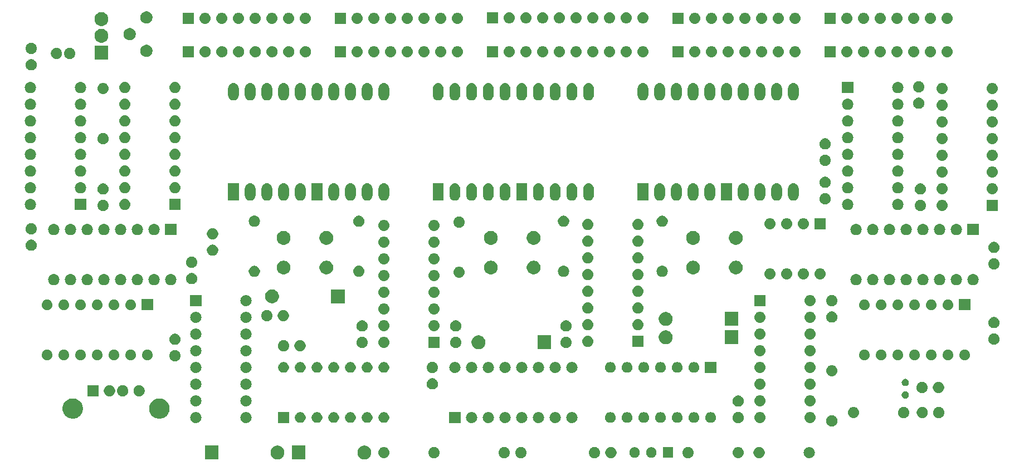
<source format=gts>
G04 #@! TF.GenerationSoftware,KiCad,Pcbnew,(5.1.2-1)-1*
G04 #@! TF.CreationDate,2019-07-28T19:22:19-07:00*
G04 #@! TF.ProjectId,clock,636c6f63-6b2e-46b6-9963-61645f706362,v01*
G04 #@! TF.SameCoordinates,Original*
G04 #@! TF.FileFunction,Soldermask,Top*
G04 #@! TF.FilePolarity,Negative*
%FSLAX46Y46*%
G04 Gerber Fmt 4.6, Leading zero omitted, Abs format (unit mm)*
G04 Created by KiCad (PCBNEW (5.1.2-1)-1) date 2019-07-28 19:22:19*
%MOMM*%
%LPD*%
G04 APERTURE LIST*
%ADD10C,0.100000*%
G04 APERTURE END LIST*
D10*
G36*
X178454508Y-127005582D02*
G01*
X178645739Y-127084792D01*
X178817848Y-127199792D01*
X178964208Y-127346152D01*
X179079208Y-127518261D01*
X179158418Y-127709492D01*
X179198800Y-127912505D01*
X179198800Y-128119495D01*
X179158418Y-128322508D01*
X179079208Y-128513739D01*
X178964208Y-128685848D01*
X178817848Y-128832208D01*
X178645739Y-128947208D01*
X178454508Y-129026418D01*
X178251495Y-129066800D01*
X178044505Y-129066800D01*
X177841492Y-129026418D01*
X177650261Y-128947208D01*
X177478152Y-128832208D01*
X177331792Y-128685848D01*
X177216792Y-128513739D01*
X177137582Y-128322508D01*
X177097200Y-128119495D01*
X177097200Y-127912505D01*
X177137582Y-127709492D01*
X177216792Y-127518261D01*
X177331792Y-127346152D01*
X177478152Y-127199792D01*
X177650261Y-127084792D01*
X177841492Y-127005582D01*
X178044505Y-126965200D01*
X178251495Y-126965200D01*
X178454508Y-127005582D01*
X178454508Y-127005582D01*
G37*
G36*
X169198800Y-129066800D02*
G01*
X167097200Y-129066800D01*
X167097200Y-126965200D01*
X169198800Y-126965200D01*
X169198800Y-129066800D01*
X169198800Y-129066800D01*
G37*
G36*
X165246508Y-127005582D02*
G01*
X165437739Y-127084792D01*
X165609848Y-127199792D01*
X165756208Y-127346152D01*
X165871208Y-127518261D01*
X165950418Y-127709492D01*
X165990800Y-127912505D01*
X165990800Y-128119495D01*
X165950418Y-128322508D01*
X165871208Y-128513739D01*
X165756208Y-128685848D01*
X165609848Y-128832208D01*
X165437739Y-128947208D01*
X165246508Y-129026418D01*
X165043495Y-129066800D01*
X164836505Y-129066800D01*
X164633492Y-129026418D01*
X164442261Y-128947208D01*
X164270152Y-128832208D01*
X164123792Y-128685848D01*
X164008792Y-128513739D01*
X163929582Y-128322508D01*
X163889200Y-128119495D01*
X163889200Y-127912505D01*
X163929582Y-127709492D01*
X164008792Y-127518261D01*
X164123792Y-127346152D01*
X164270152Y-127199792D01*
X164442261Y-127084792D01*
X164633492Y-127005582D01*
X164836505Y-126965200D01*
X165043495Y-126965200D01*
X165246508Y-127005582D01*
X165246508Y-127005582D01*
G37*
G36*
X155990800Y-129066800D02*
G01*
X153889200Y-129066800D01*
X153889200Y-126965200D01*
X155990800Y-126965200D01*
X155990800Y-129066800D01*
X155990800Y-129066800D01*
G37*
G36*
X215854169Y-127197895D02*
G01*
X215895946Y-127215200D01*
X216009003Y-127262029D01*
X216055349Y-127292996D01*
X216148354Y-127355140D01*
X216266860Y-127473646D01*
X216311887Y-127541035D01*
X216359971Y-127612997D01*
X216391385Y-127688838D01*
X216424105Y-127767831D01*
X216456800Y-127932203D01*
X216456800Y-128099797D01*
X216424105Y-128264169D01*
X216402726Y-128315781D01*
X216359971Y-128419003D01*
X216329004Y-128465349D01*
X216266860Y-128558354D01*
X216148354Y-128676860D01*
X216073557Y-128726837D01*
X216009003Y-128769971D01*
X215922406Y-128805840D01*
X215854169Y-128834105D01*
X215689797Y-128866800D01*
X215522203Y-128866800D01*
X215357831Y-128834105D01*
X215289594Y-128805840D01*
X215202997Y-128769971D01*
X215138443Y-128726837D01*
X215063646Y-128676860D01*
X214945140Y-128558354D01*
X214882996Y-128465349D01*
X214852029Y-128419003D01*
X214809274Y-128315781D01*
X214787895Y-128264169D01*
X214755200Y-128099797D01*
X214755200Y-127932203D01*
X214787895Y-127767831D01*
X214820615Y-127688838D01*
X214852029Y-127612997D01*
X214900113Y-127541035D01*
X214945140Y-127473646D01*
X215063646Y-127355140D01*
X215156651Y-127292996D01*
X215202997Y-127262029D01*
X215316054Y-127215200D01*
X215357831Y-127197895D01*
X215522203Y-127165200D01*
X215689797Y-127165200D01*
X215854169Y-127197895D01*
X215854169Y-127197895D01*
G37*
G36*
X213354169Y-127197895D02*
G01*
X213395946Y-127215200D01*
X213509003Y-127262029D01*
X213555349Y-127292996D01*
X213648354Y-127355140D01*
X213766860Y-127473646D01*
X213811887Y-127541035D01*
X213859971Y-127612997D01*
X213891385Y-127688838D01*
X213924105Y-127767831D01*
X213956800Y-127932203D01*
X213956800Y-128099797D01*
X213924105Y-128264169D01*
X213902726Y-128315781D01*
X213859971Y-128419003D01*
X213829004Y-128465349D01*
X213766860Y-128558354D01*
X213648354Y-128676860D01*
X213573557Y-128726837D01*
X213509003Y-128769971D01*
X213422406Y-128805840D01*
X213354169Y-128834105D01*
X213189797Y-128866800D01*
X213022203Y-128866800D01*
X212857831Y-128834105D01*
X212789594Y-128805840D01*
X212702997Y-128769971D01*
X212638443Y-128726837D01*
X212563646Y-128676860D01*
X212445140Y-128558354D01*
X212382996Y-128465349D01*
X212352029Y-128419003D01*
X212309274Y-128315781D01*
X212287895Y-128264169D01*
X212255200Y-128099797D01*
X212255200Y-127932203D01*
X212287895Y-127767831D01*
X212320615Y-127688838D01*
X212352029Y-127612997D01*
X212400113Y-127541035D01*
X212445140Y-127473646D01*
X212563646Y-127355140D01*
X212656651Y-127292996D01*
X212702997Y-127262029D01*
X212816054Y-127215200D01*
X212857831Y-127197895D01*
X213022203Y-127165200D01*
X213189797Y-127165200D01*
X213354169Y-127197895D01*
X213354169Y-127197895D01*
G37*
G36*
X202178169Y-127197895D02*
G01*
X202219946Y-127215200D01*
X202333003Y-127262029D01*
X202379349Y-127292996D01*
X202472354Y-127355140D01*
X202590860Y-127473646D01*
X202635887Y-127541035D01*
X202683971Y-127612997D01*
X202715385Y-127688838D01*
X202748105Y-127767831D01*
X202780800Y-127932203D01*
X202780800Y-128099797D01*
X202748105Y-128264169D01*
X202726726Y-128315781D01*
X202683971Y-128419003D01*
X202653004Y-128465349D01*
X202590860Y-128558354D01*
X202472354Y-128676860D01*
X202397557Y-128726837D01*
X202333003Y-128769971D01*
X202246406Y-128805840D01*
X202178169Y-128834105D01*
X202013797Y-128866800D01*
X201846203Y-128866800D01*
X201681831Y-128834105D01*
X201613594Y-128805840D01*
X201526997Y-128769971D01*
X201462443Y-128726837D01*
X201387646Y-128676860D01*
X201269140Y-128558354D01*
X201206996Y-128465349D01*
X201176029Y-128419003D01*
X201133274Y-128315781D01*
X201111895Y-128264169D01*
X201079200Y-128099797D01*
X201079200Y-127932203D01*
X201111895Y-127767831D01*
X201144615Y-127688838D01*
X201176029Y-127612997D01*
X201224113Y-127541035D01*
X201269140Y-127473646D01*
X201387646Y-127355140D01*
X201480651Y-127292996D01*
X201526997Y-127262029D01*
X201640054Y-127215200D01*
X201681831Y-127197895D01*
X201846203Y-127165200D01*
X202013797Y-127165200D01*
X202178169Y-127197895D01*
X202178169Y-127197895D01*
G37*
G36*
X199638169Y-127197895D02*
G01*
X199679946Y-127215200D01*
X199793003Y-127262029D01*
X199839349Y-127292996D01*
X199932354Y-127355140D01*
X200050860Y-127473646D01*
X200095887Y-127541035D01*
X200143971Y-127612997D01*
X200175385Y-127688838D01*
X200208105Y-127767831D01*
X200240800Y-127932203D01*
X200240800Y-128099797D01*
X200208105Y-128264169D01*
X200186726Y-128315781D01*
X200143971Y-128419003D01*
X200113004Y-128465349D01*
X200050860Y-128558354D01*
X199932354Y-128676860D01*
X199857557Y-128726837D01*
X199793003Y-128769971D01*
X199706406Y-128805840D01*
X199638169Y-128834105D01*
X199473797Y-128866800D01*
X199306203Y-128866800D01*
X199141831Y-128834105D01*
X199073594Y-128805840D01*
X198986997Y-128769971D01*
X198922443Y-128726837D01*
X198847646Y-128676860D01*
X198729140Y-128558354D01*
X198666996Y-128465349D01*
X198636029Y-128419003D01*
X198593274Y-128315781D01*
X198571895Y-128264169D01*
X198539200Y-128099797D01*
X198539200Y-127932203D01*
X198571895Y-127767831D01*
X198604615Y-127688838D01*
X198636029Y-127612997D01*
X198684113Y-127541035D01*
X198729140Y-127473646D01*
X198847646Y-127355140D01*
X198940651Y-127292996D01*
X198986997Y-127262029D01*
X199100054Y-127215200D01*
X199141831Y-127197895D01*
X199306203Y-127165200D01*
X199473797Y-127165200D01*
X199638169Y-127197895D01*
X199638169Y-127197895D01*
G37*
G36*
X188970169Y-127197895D02*
G01*
X189011946Y-127215200D01*
X189125003Y-127262029D01*
X189171349Y-127292996D01*
X189264354Y-127355140D01*
X189382860Y-127473646D01*
X189427887Y-127541035D01*
X189475971Y-127612997D01*
X189507385Y-127688838D01*
X189540105Y-127767831D01*
X189572800Y-127932203D01*
X189572800Y-128099797D01*
X189540105Y-128264169D01*
X189518726Y-128315781D01*
X189475971Y-128419003D01*
X189445004Y-128465349D01*
X189382860Y-128558354D01*
X189264354Y-128676860D01*
X189189557Y-128726837D01*
X189125003Y-128769971D01*
X189038406Y-128805840D01*
X188970169Y-128834105D01*
X188805797Y-128866800D01*
X188638203Y-128866800D01*
X188473831Y-128834105D01*
X188405594Y-128805840D01*
X188318997Y-128769971D01*
X188254443Y-128726837D01*
X188179646Y-128676860D01*
X188061140Y-128558354D01*
X187998996Y-128465349D01*
X187968029Y-128419003D01*
X187925274Y-128315781D01*
X187903895Y-128264169D01*
X187871200Y-128099797D01*
X187871200Y-127932203D01*
X187903895Y-127767831D01*
X187936615Y-127688838D01*
X187968029Y-127612997D01*
X188016113Y-127541035D01*
X188061140Y-127473646D01*
X188179646Y-127355140D01*
X188272651Y-127292996D01*
X188318997Y-127262029D01*
X188432054Y-127215200D01*
X188473831Y-127197895D01*
X188638203Y-127165200D01*
X188805797Y-127165200D01*
X188970169Y-127197895D01*
X188970169Y-127197895D01*
G37*
G36*
X181268786Y-127177511D02*
G01*
X181429161Y-127226160D01*
X181463562Y-127244548D01*
X181576966Y-127305163D01*
X181706517Y-127411483D01*
X181812837Y-127541034D01*
X181863960Y-127636679D01*
X181891840Y-127688839D01*
X181940489Y-127849214D01*
X181956916Y-128016000D01*
X181940489Y-128182786D01*
X181891840Y-128343161D01*
X181891839Y-128343162D01*
X181812837Y-128490966D01*
X181706517Y-128620517D01*
X181576966Y-128726837D01*
X181466232Y-128786025D01*
X181429161Y-128805840D01*
X181268786Y-128854489D01*
X181143790Y-128866800D01*
X181060210Y-128866800D01*
X180935214Y-128854489D01*
X180774839Y-128805840D01*
X180737768Y-128786025D01*
X180627034Y-128726837D01*
X180497483Y-128620517D01*
X180391163Y-128490966D01*
X180312161Y-128343162D01*
X180312160Y-128343161D01*
X180263511Y-128182786D01*
X180247084Y-128016000D01*
X180263511Y-127849214D01*
X180312160Y-127688839D01*
X180340040Y-127636679D01*
X180391163Y-127541034D01*
X180497483Y-127411483D01*
X180627034Y-127305163D01*
X180740438Y-127244548D01*
X180774839Y-127226160D01*
X180935214Y-127177511D01*
X181060210Y-127165200D01*
X181143790Y-127165200D01*
X181268786Y-127177511D01*
X181268786Y-127177511D01*
G37*
G36*
X245911786Y-127177511D02*
G01*
X246072161Y-127226160D01*
X246106562Y-127244548D01*
X246219966Y-127305163D01*
X246349517Y-127411483D01*
X246455837Y-127541034D01*
X246506960Y-127636679D01*
X246534840Y-127688839D01*
X246583489Y-127849214D01*
X246599916Y-128016000D01*
X246583489Y-128182786D01*
X246534840Y-128343161D01*
X246534839Y-128343162D01*
X246455837Y-128490966D01*
X246349517Y-128620517D01*
X246219966Y-128726837D01*
X246109232Y-128786025D01*
X246072161Y-128805840D01*
X245911786Y-128854489D01*
X245786790Y-128866800D01*
X245703210Y-128866800D01*
X245578214Y-128854489D01*
X245417839Y-128805840D01*
X245380768Y-128786025D01*
X245270034Y-128726837D01*
X245140483Y-128620517D01*
X245034163Y-128490966D01*
X244955161Y-128343162D01*
X244955160Y-128343161D01*
X244906511Y-128182786D01*
X244890084Y-128016000D01*
X244906511Y-127849214D01*
X244955160Y-127688839D01*
X244983040Y-127636679D01*
X245034163Y-127541034D01*
X245140483Y-127411483D01*
X245270034Y-127305163D01*
X245383438Y-127244548D01*
X245417839Y-127226160D01*
X245578214Y-127177511D01*
X245703210Y-127165200D01*
X245786790Y-127165200D01*
X245911786Y-127177511D01*
X245911786Y-127177511D01*
G37*
G36*
X238373169Y-127197895D02*
G01*
X238414946Y-127215200D01*
X238528003Y-127262029D01*
X238574349Y-127292996D01*
X238667354Y-127355140D01*
X238785860Y-127473646D01*
X238830887Y-127541035D01*
X238878971Y-127612997D01*
X238910385Y-127688838D01*
X238943105Y-127767831D01*
X238975800Y-127932203D01*
X238975800Y-128099797D01*
X238943105Y-128264169D01*
X238921726Y-128315781D01*
X238878971Y-128419003D01*
X238848004Y-128465349D01*
X238785860Y-128558354D01*
X238667354Y-128676860D01*
X238592557Y-128726837D01*
X238528003Y-128769971D01*
X238441406Y-128805840D01*
X238373169Y-128834105D01*
X238208797Y-128866800D01*
X238041203Y-128866800D01*
X237876831Y-128834105D01*
X237808594Y-128805840D01*
X237721997Y-128769971D01*
X237657443Y-128726837D01*
X237582646Y-128676860D01*
X237464140Y-128558354D01*
X237401996Y-128465349D01*
X237371029Y-128419003D01*
X237328274Y-128315781D01*
X237306895Y-128264169D01*
X237274200Y-128099797D01*
X237274200Y-127932203D01*
X237306895Y-127767831D01*
X237339615Y-127688838D01*
X237371029Y-127612997D01*
X237419113Y-127541035D01*
X237464140Y-127473646D01*
X237582646Y-127355140D01*
X237675651Y-127292996D01*
X237721997Y-127262029D01*
X237835054Y-127215200D01*
X237876831Y-127197895D01*
X238041203Y-127165200D01*
X238208797Y-127165200D01*
X238373169Y-127197895D01*
X238373169Y-127197895D01*
G37*
G36*
X235116786Y-127177511D02*
G01*
X235277161Y-127226160D01*
X235311562Y-127244548D01*
X235424966Y-127305163D01*
X235554517Y-127411483D01*
X235660837Y-127541034D01*
X235711960Y-127636679D01*
X235739840Y-127688839D01*
X235788489Y-127849214D01*
X235804916Y-128016000D01*
X235788489Y-128182786D01*
X235739840Y-128343161D01*
X235739839Y-128343162D01*
X235660837Y-128490966D01*
X235554517Y-128620517D01*
X235424966Y-128726837D01*
X235314232Y-128786025D01*
X235277161Y-128805840D01*
X235116786Y-128854489D01*
X234991790Y-128866800D01*
X234908210Y-128866800D01*
X234783214Y-128854489D01*
X234622839Y-128805840D01*
X234585768Y-128786025D01*
X234475034Y-128726837D01*
X234345483Y-128620517D01*
X234239163Y-128490966D01*
X234160161Y-128343162D01*
X234160160Y-128343161D01*
X234111511Y-128182786D01*
X234095084Y-128016000D01*
X234111511Y-127849214D01*
X234160160Y-127688839D01*
X234188040Y-127636679D01*
X234239163Y-127541034D01*
X234345483Y-127411483D01*
X234475034Y-127305163D01*
X234588438Y-127244548D01*
X234622839Y-127226160D01*
X234783214Y-127177511D01*
X234908210Y-127165200D01*
X234991790Y-127165200D01*
X235116786Y-127177511D01*
X235116786Y-127177511D01*
G37*
G36*
X227578169Y-127197895D02*
G01*
X227619946Y-127215200D01*
X227733003Y-127262029D01*
X227779349Y-127292996D01*
X227872354Y-127355140D01*
X227990860Y-127473646D01*
X228035887Y-127541035D01*
X228083971Y-127612997D01*
X228115385Y-127688838D01*
X228148105Y-127767831D01*
X228180800Y-127932203D01*
X228180800Y-128099797D01*
X228148105Y-128264169D01*
X228126726Y-128315781D01*
X228083971Y-128419003D01*
X228053004Y-128465349D01*
X227990860Y-128558354D01*
X227872354Y-128676860D01*
X227797557Y-128726837D01*
X227733003Y-128769971D01*
X227646406Y-128805840D01*
X227578169Y-128834105D01*
X227413797Y-128866800D01*
X227246203Y-128866800D01*
X227081831Y-128834105D01*
X227013594Y-128805840D01*
X226926997Y-128769971D01*
X226862443Y-128726837D01*
X226787646Y-128676860D01*
X226669140Y-128558354D01*
X226606996Y-128465349D01*
X226576029Y-128419003D01*
X226533274Y-128315781D01*
X226511895Y-128264169D01*
X226479200Y-128099797D01*
X226479200Y-127932203D01*
X226511895Y-127767831D01*
X226544615Y-127688838D01*
X226576029Y-127612997D01*
X226624113Y-127541035D01*
X226669140Y-127473646D01*
X226787646Y-127355140D01*
X226880651Y-127292996D01*
X226926997Y-127262029D01*
X227040054Y-127215200D01*
X227081831Y-127197895D01*
X227246203Y-127165200D01*
X227413797Y-127165200D01*
X227578169Y-127197895D01*
X227578169Y-127197895D01*
G37*
G36*
X219435585Y-127245974D02*
G01*
X219435588Y-127245975D01*
X219435587Y-127245975D01*
X219581320Y-127306339D01*
X219581321Y-127306340D01*
X219712480Y-127393978D01*
X219824022Y-127505520D01*
X219847752Y-127541035D01*
X219911661Y-127636680D01*
X219941820Y-127709492D01*
X219972026Y-127782415D01*
X220002800Y-127937128D01*
X220002800Y-128094872D01*
X219972026Y-128249585D01*
X219972025Y-128249587D01*
X219911661Y-128395320D01*
X219911660Y-128395321D01*
X219824022Y-128526480D01*
X219712480Y-128638022D01*
X219625041Y-128696447D01*
X219581320Y-128725661D01*
X219474350Y-128769969D01*
X219435585Y-128786026D01*
X219280872Y-128816800D01*
X219123128Y-128816800D01*
X218968415Y-128786026D01*
X218929650Y-128769969D01*
X218822680Y-128725661D01*
X218778959Y-128696447D01*
X218691520Y-128638022D01*
X218579978Y-128526480D01*
X218492340Y-128395321D01*
X218492339Y-128395320D01*
X218431975Y-128249587D01*
X218431974Y-128249585D01*
X218401200Y-128094872D01*
X218401200Y-127937128D01*
X218431974Y-127782415D01*
X218462180Y-127709492D01*
X218492339Y-127636680D01*
X218556248Y-127541035D01*
X218579978Y-127505520D01*
X218691520Y-127393978D01*
X218822679Y-127306340D01*
X218822680Y-127306339D01*
X218968413Y-127245975D01*
X218968412Y-127245975D01*
X218968415Y-127245974D01*
X219123128Y-127215200D01*
X219280872Y-127215200D01*
X219435585Y-127245974D01*
X219435585Y-127245974D01*
G37*
G36*
X221975585Y-127245974D02*
G01*
X221975588Y-127245975D01*
X221975587Y-127245975D01*
X222121320Y-127306339D01*
X222121321Y-127306340D01*
X222252480Y-127393978D01*
X222364022Y-127505520D01*
X222387752Y-127541035D01*
X222451661Y-127636680D01*
X222481820Y-127709492D01*
X222512026Y-127782415D01*
X222542800Y-127937128D01*
X222542800Y-128094872D01*
X222512026Y-128249585D01*
X222512025Y-128249587D01*
X222451661Y-128395320D01*
X222451660Y-128395321D01*
X222364022Y-128526480D01*
X222252480Y-128638022D01*
X222165041Y-128696447D01*
X222121320Y-128725661D01*
X222014350Y-128769969D01*
X221975585Y-128786026D01*
X221820872Y-128816800D01*
X221663128Y-128816800D01*
X221508415Y-128786026D01*
X221469650Y-128769969D01*
X221362680Y-128725661D01*
X221318959Y-128696447D01*
X221231520Y-128638022D01*
X221119978Y-128526480D01*
X221032340Y-128395321D01*
X221032339Y-128395320D01*
X220971975Y-128249587D01*
X220971974Y-128249585D01*
X220941200Y-128094872D01*
X220941200Y-127937128D01*
X220971974Y-127782415D01*
X221002180Y-127709492D01*
X221032339Y-127636680D01*
X221096248Y-127541035D01*
X221119978Y-127505520D01*
X221231520Y-127393978D01*
X221362679Y-127306340D01*
X221362680Y-127306339D01*
X221508413Y-127245975D01*
X221508412Y-127245975D01*
X221508415Y-127245974D01*
X221663128Y-127215200D01*
X221820872Y-127215200D01*
X221975585Y-127245974D01*
X221975585Y-127245974D01*
G37*
G36*
X225082800Y-128816800D02*
G01*
X223481200Y-128816800D01*
X223481200Y-127215200D01*
X225082800Y-127215200D01*
X225082800Y-128816800D01*
X225082800Y-128816800D01*
G37*
G36*
X249422169Y-122371895D02*
G01*
X249473781Y-122393274D01*
X249577003Y-122436029D01*
X249616401Y-122462354D01*
X249716354Y-122529140D01*
X249834860Y-122647646D01*
X249876416Y-122709840D01*
X249927971Y-122786997D01*
X249941311Y-122819204D01*
X249992105Y-122941831D01*
X250024800Y-123106203D01*
X250024800Y-123273797D01*
X249992105Y-123438169D01*
X249981586Y-123463564D01*
X249927971Y-123593003D01*
X249897004Y-123639349D01*
X249834860Y-123732354D01*
X249716354Y-123850860D01*
X249623349Y-123913004D01*
X249577003Y-123943971D01*
X249473781Y-123986726D01*
X249422169Y-124008105D01*
X249257797Y-124040800D01*
X249090203Y-124040800D01*
X248925831Y-124008105D01*
X248874219Y-123986726D01*
X248770997Y-123943971D01*
X248724651Y-123913004D01*
X248631646Y-123850860D01*
X248513140Y-123732354D01*
X248450996Y-123639349D01*
X248420029Y-123593003D01*
X248366414Y-123463564D01*
X248355895Y-123438169D01*
X248323200Y-123273797D01*
X248323200Y-123106203D01*
X248355895Y-122941831D01*
X248406689Y-122819204D01*
X248420029Y-122786997D01*
X248471584Y-122709840D01*
X248513140Y-122647646D01*
X248631646Y-122529140D01*
X248731599Y-122462354D01*
X248770997Y-122436029D01*
X248874219Y-122393274D01*
X248925831Y-122371895D01*
X249090203Y-122339200D01*
X249257797Y-122339200D01*
X249422169Y-122371895D01*
X249422169Y-122371895D01*
G37*
G36*
X194603786Y-121843511D02*
G01*
X194764161Y-121892160D01*
X194779642Y-121900435D01*
X194911966Y-121971163D01*
X195041517Y-122077483D01*
X195147837Y-122207034D01*
X195195922Y-122296996D01*
X195226840Y-122354839D01*
X195275489Y-122515214D01*
X195291916Y-122682000D01*
X195275489Y-122848786D01*
X195226840Y-123009161D01*
X195226839Y-123009162D01*
X195147837Y-123156966D01*
X195041517Y-123286517D01*
X194911966Y-123392837D01*
X194798562Y-123453452D01*
X194764161Y-123471840D01*
X194603786Y-123520489D01*
X194478790Y-123532800D01*
X194395210Y-123532800D01*
X194270214Y-123520489D01*
X194109839Y-123471840D01*
X194075438Y-123453452D01*
X193962034Y-123392837D01*
X193832483Y-123286517D01*
X193726163Y-123156966D01*
X193647161Y-123009162D01*
X193647160Y-123009161D01*
X193598511Y-122848786D01*
X193582084Y-122682000D01*
X193598511Y-122515214D01*
X193647160Y-122354839D01*
X193678078Y-122296996D01*
X193726163Y-122207034D01*
X193832483Y-122077483D01*
X193962034Y-121971163D01*
X194094358Y-121900435D01*
X194109839Y-121892160D01*
X194270214Y-121843511D01*
X194395210Y-121831200D01*
X194478790Y-121831200D01*
X194603786Y-121843511D01*
X194603786Y-121843511D01*
G37*
G36*
X197143786Y-121843511D02*
G01*
X197304161Y-121892160D01*
X197319642Y-121900435D01*
X197451966Y-121971163D01*
X197581517Y-122077483D01*
X197687837Y-122207034D01*
X197735922Y-122296996D01*
X197766840Y-122354839D01*
X197815489Y-122515214D01*
X197831916Y-122682000D01*
X197815489Y-122848786D01*
X197766840Y-123009161D01*
X197766839Y-123009162D01*
X197687837Y-123156966D01*
X197581517Y-123286517D01*
X197451966Y-123392837D01*
X197338562Y-123453452D01*
X197304161Y-123471840D01*
X197143786Y-123520489D01*
X197018790Y-123532800D01*
X196935210Y-123532800D01*
X196810214Y-123520489D01*
X196649839Y-123471840D01*
X196615438Y-123453452D01*
X196502034Y-123392837D01*
X196372483Y-123286517D01*
X196266163Y-123156966D01*
X196187161Y-123009162D01*
X196187160Y-123009161D01*
X196138511Y-122848786D01*
X196122084Y-122682000D01*
X196138511Y-122515214D01*
X196187160Y-122354839D01*
X196218078Y-122296996D01*
X196266163Y-122207034D01*
X196372483Y-122077483D01*
X196502034Y-121971163D01*
X196634358Y-121900435D01*
X196649839Y-121892160D01*
X196810214Y-121843511D01*
X196935210Y-121831200D01*
X197018790Y-121831200D01*
X197143786Y-121843511D01*
X197143786Y-121843511D01*
G37*
G36*
X199683786Y-121843511D02*
G01*
X199844161Y-121892160D01*
X199859642Y-121900435D01*
X199991966Y-121971163D01*
X200121517Y-122077483D01*
X200227837Y-122207034D01*
X200275922Y-122296996D01*
X200306840Y-122354839D01*
X200355489Y-122515214D01*
X200371916Y-122682000D01*
X200355489Y-122848786D01*
X200306840Y-123009161D01*
X200306839Y-123009162D01*
X200227837Y-123156966D01*
X200121517Y-123286517D01*
X199991966Y-123392837D01*
X199878562Y-123453452D01*
X199844161Y-123471840D01*
X199683786Y-123520489D01*
X199558790Y-123532800D01*
X199475210Y-123532800D01*
X199350214Y-123520489D01*
X199189839Y-123471840D01*
X199155438Y-123453452D01*
X199042034Y-123392837D01*
X198912483Y-123286517D01*
X198806163Y-123156966D01*
X198727161Y-123009162D01*
X198727160Y-123009161D01*
X198678511Y-122848786D01*
X198662084Y-122682000D01*
X198678511Y-122515214D01*
X198727160Y-122354839D01*
X198758078Y-122296996D01*
X198806163Y-122207034D01*
X198912483Y-122077483D01*
X199042034Y-121971163D01*
X199174358Y-121900435D01*
X199189839Y-121892160D01*
X199350214Y-121843511D01*
X199475210Y-121831200D01*
X199558790Y-121831200D01*
X199683786Y-121843511D01*
X199683786Y-121843511D01*
G37*
G36*
X202223786Y-121843511D02*
G01*
X202384161Y-121892160D01*
X202399642Y-121900435D01*
X202531966Y-121971163D01*
X202661517Y-122077483D01*
X202767837Y-122207034D01*
X202815922Y-122296996D01*
X202846840Y-122354839D01*
X202895489Y-122515214D01*
X202911916Y-122682000D01*
X202895489Y-122848786D01*
X202846840Y-123009161D01*
X202846839Y-123009162D01*
X202767837Y-123156966D01*
X202661517Y-123286517D01*
X202531966Y-123392837D01*
X202418562Y-123453452D01*
X202384161Y-123471840D01*
X202223786Y-123520489D01*
X202098790Y-123532800D01*
X202015210Y-123532800D01*
X201890214Y-123520489D01*
X201729839Y-123471840D01*
X201695438Y-123453452D01*
X201582034Y-123392837D01*
X201452483Y-123286517D01*
X201346163Y-123156966D01*
X201267161Y-123009162D01*
X201267160Y-123009161D01*
X201218511Y-122848786D01*
X201202084Y-122682000D01*
X201218511Y-122515214D01*
X201267160Y-122354839D01*
X201298078Y-122296996D01*
X201346163Y-122207034D01*
X201452483Y-122077483D01*
X201582034Y-121971163D01*
X201714358Y-121900435D01*
X201729839Y-121892160D01*
X201890214Y-121843511D01*
X202015210Y-121831200D01*
X202098790Y-121831200D01*
X202223786Y-121843511D01*
X202223786Y-121843511D01*
G37*
G36*
X204763786Y-121843511D02*
G01*
X204924161Y-121892160D01*
X204939642Y-121900435D01*
X205071966Y-121971163D01*
X205201517Y-122077483D01*
X205307837Y-122207034D01*
X205355922Y-122296996D01*
X205386840Y-122354839D01*
X205435489Y-122515214D01*
X205451916Y-122682000D01*
X205435489Y-122848786D01*
X205386840Y-123009161D01*
X205386839Y-123009162D01*
X205307837Y-123156966D01*
X205201517Y-123286517D01*
X205071966Y-123392837D01*
X204958562Y-123453452D01*
X204924161Y-123471840D01*
X204763786Y-123520489D01*
X204638790Y-123532800D01*
X204555210Y-123532800D01*
X204430214Y-123520489D01*
X204269839Y-123471840D01*
X204235438Y-123453452D01*
X204122034Y-123392837D01*
X203992483Y-123286517D01*
X203886163Y-123156966D01*
X203807161Y-123009162D01*
X203807160Y-123009161D01*
X203758511Y-122848786D01*
X203742084Y-122682000D01*
X203758511Y-122515214D01*
X203807160Y-122354839D01*
X203838078Y-122296996D01*
X203886163Y-122207034D01*
X203992483Y-122077483D01*
X204122034Y-121971163D01*
X204254358Y-121900435D01*
X204269839Y-121892160D01*
X204430214Y-121843511D01*
X204555210Y-121831200D01*
X204638790Y-121831200D01*
X204763786Y-121843511D01*
X204763786Y-121843511D01*
G37*
G36*
X207303786Y-121843511D02*
G01*
X207464161Y-121892160D01*
X207479642Y-121900435D01*
X207611966Y-121971163D01*
X207741517Y-122077483D01*
X207847837Y-122207034D01*
X207895922Y-122296996D01*
X207926840Y-122354839D01*
X207975489Y-122515214D01*
X207991916Y-122682000D01*
X207975489Y-122848786D01*
X207926840Y-123009161D01*
X207926839Y-123009162D01*
X207847837Y-123156966D01*
X207741517Y-123286517D01*
X207611966Y-123392837D01*
X207498562Y-123453452D01*
X207464161Y-123471840D01*
X207303786Y-123520489D01*
X207178790Y-123532800D01*
X207095210Y-123532800D01*
X206970214Y-123520489D01*
X206809839Y-123471840D01*
X206775438Y-123453452D01*
X206662034Y-123392837D01*
X206532483Y-123286517D01*
X206426163Y-123156966D01*
X206347161Y-123009162D01*
X206347160Y-123009161D01*
X206298511Y-122848786D01*
X206282084Y-122682000D01*
X206298511Y-122515214D01*
X206347160Y-122354839D01*
X206378078Y-122296996D01*
X206426163Y-122207034D01*
X206532483Y-122077483D01*
X206662034Y-121971163D01*
X206794358Y-121900435D01*
X206809839Y-121892160D01*
X206970214Y-121843511D01*
X207095210Y-121831200D01*
X207178790Y-121831200D01*
X207303786Y-121843511D01*
X207303786Y-121843511D01*
G37*
G36*
X209843786Y-121843511D02*
G01*
X210004161Y-121892160D01*
X210019642Y-121900435D01*
X210151966Y-121971163D01*
X210281517Y-122077483D01*
X210387837Y-122207034D01*
X210435922Y-122296996D01*
X210466840Y-122354839D01*
X210515489Y-122515214D01*
X210531916Y-122682000D01*
X210515489Y-122848786D01*
X210466840Y-123009161D01*
X210466839Y-123009162D01*
X210387837Y-123156966D01*
X210281517Y-123286517D01*
X210151966Y-123392837D01*
X210038562Y-123453452D01*
X210004161Y-123471840D01*
X209843786Y-123520489D01*
X209718790Y-123532800D01*
X209635210Y-123532800D01*
X209510214Y-123520489D01*
X209349839Y-123471840D01*
X209315438Y-123453452D01*
X209202034Y-123392837D01*
X209072483Y-123286517D01*
X208966163Y-123156966D01*
X208887161Y-123009162D01*
X208887160Y-123009161D01*
X208838511Y-122848786D01*
X208822084Y-122682000D01*
X208838511Y-122515214D01*
X208887160Y-122354839D01*
X208918078Y-122296996D01*
X208966163Y-122207034D01*
X209072483Y-122077483D01*
X209202034Y-121971163D01*
X209334358Y-121900435D01*
X209349839Y-121892160D01*
X209510214Y-121843511D01*
X209635210Y-121831200D01*
X209718790Y-121831200D01*
X209843786Y-121843511D01*
X209843786Y-121843511D01*
G37*
G36*
X235198169Y-121863895D02*
G01*
X235249781Y-121885274D01*
X235353003Y-121928029D01*
X235399349Y-121958996D01*
X235492354Y-122021140D01*
X235610860Y-122139646D01*
X235655887Y-122207035D01*
X235703971Y-122278997D01*
X235735385Y-122354838D01*
X235768105Y-122433831D01*
X235800800Y-122598203D01*
X235800800Y-122765797D01*
X235768105Y-122930169D01*
X235763274Y-122941831D01*
X235703971Y-123085003D01*
X235673004Y-123131349D01*
X235610860Y-123224354D01*
X235492354Y-123342860D01*
X235417557Y-123392837D01*
X235353003Y-123435971D01*
X235266406Y-123471840D01*
X235198169Y-123500105D01*
X235033797Y-123532800D01*
X234866203Y-123532800D01*
X234701831Y-123500105D01*
X234633594Y-123471840D01*
X234546997Y-123435971D01*
X234482443Y-123392837D01*
X234407646Y-123342860D01*
X234289140Y-123224354D01*
X234226996Y-123131349D01*
X234196029Y-123085003D01*
X234136726Y-122941831D01*
X234131895Y-122930169D01*
X234099200Y-122765797D01*
X234099200Y-122598203D01*
X234131895Y-122433831D01*
X234164615Y-122354838D01*
X234196029Y-122278997D01*
X234244113Y-122207035D01*
X234289140Y-122139646D01*
X234407646Y-122021140D01*
X234500651Y-121958996D01*
X234546997Y-121928029D01*
X234650219Y-121885274D01*
X234701831Y-121863895D01*
X234866203Y-121831200D01*
X235033797Y-121831200D01*
X235198169Y-121863895D01*
X235198169Y-121863895D01*
G37*
G36*
X238418786Y-121843511D02*
G01*
X238579161Y-121892160D01*
X238594642Y-121900435D01*
X238726966Y-121971163D01*
X238856517Y-122077483D01*
X238962837Y-122207034D01*
X239010922Y-122296996D01*
X239041840Y-122354839D01*
X239090489Y-122515214D01*
X239106916Y-122682000D01*
X239090489Y-122848786D01*
X239041840Y-123009161D01*
X239041839Y-123009162D01*
X238962837Y-123156966D01*
X238856517Y-123286517D01*
X238726966Y-123392837D01*
X238613562Y-123453452D01*
X238579161Y-123471840D01*
X238418786Y-123520489D01*
X238293790Y-123532800D01*
X238210210Y-123532800D01*
X238085214Y-123520489D01*
X237924839Y-123471840D01*
X237890438Y-123453452D01*
X237777034Y-123392837D01*
X237647483Y-123286517D01*
X237541163Y-123156966D01*
X237462161Y-123009162D01*
X237462160Y-123009161D01*
X237413511Y-122848786D01*
X237397084Y-122682000D01*
X237413511Y-122515214D01*
X237462160Y-122354839D01*
X237493078Y-122296996D01*
X237541163Y-122207034D01*
X237647483Y-122077483D01*
X237777034Y-121971163D01*
X237909358Y-121900435D01*
X237924839Y-121892160D01*
X238085214Y-121843511D01*
X238210210Y-121831200D01*
X238293790Y-121831200D01*
X238418786Y-121843511D01*
X238418786Y-121843511D01*
G37*
G36*
X246038786Y-121843511D02*
G01*
X246199161Y-121892160D01*
X246214642Y-121900435D01*
X246346966Y-121971163D01*
X246476517Y-122077483D01*
X246582837Y-122207034D01*
X246630922Y-122296996D01*
X246661840Y-122354839D01*
X246710489Y-122515214D01*
X246726916Y-122682000D01*
X246710489Y-122848786D01*
X246661840Y-123009161D01*
X246661839Y-123009162D01*
X246582837Y-123156966D01*
X246476517Y-123286517D01*
X246346966Y-123392837D01*
X246233562Y-123453452D01*
X246199161Y-123471840D01*
X246038786Y-123520489D01*
X245913790Y-123532800D01*
X245830210Y-123532800D01*
X245705214Y-123520489D01*
X245544839Y-123471840D01*
X245510438Y-123453452D01*
X245397034Y-123392837D01*
X245267483Y-123286517D01*
X245161163Y-123156966D01*
X245082161Y-123009162D01*
X245082160Y-123009161D01*
X245033511Y-122848786D01*
X245017084Y-122682000D01*
X245033511Y-122515214D01*
X245082160Y-122354839D01*
X245113078Y-122296996D01*
X245161163Y-122207034D01*
X245267483Y-122077483D01*
X245397034Y-121971163D01*
X245529358Y-121900435D01*
X245544839Y-121892160D01*
X245705214Y-121843511D01*
X245830210Y-121831200D01*
X245913790Y-121831200D01*
X246038786Y-121843511D01*
X246038786Y-121843511D01*
G37*
G36*
X192747800Y-123532800D02*
G01*
X191046200Y-123532800D01*
X191046200Y-121831200D01*
X192747800Y-121831200D01*
X192747800Y-123532800D01*
X192747800Y-123532800D01*
G37*
G36*
X166712800Y-123532800D02*
G01*
X165011200Y-123532800D01*
X165011200Y-121831200D01*
X166712800Y-121831200D01*
X166712800Y-123532800D01*
X166712800Y-123532800D01*
G37*
G36*
X160313786Y-121843511D02*
G01*
X160474161Y-121892160D01*
X160489642Y-121900435D01*
X160621966Y-121971163D01*
X160751517Y-122077483D01*
X160857837Y-122207034D01*
X160905922Y-122296996D01*
X160936840Y-122354839D01*
X160985489Y-122515214D01*
X161001916Y-122682000D01*
X160985489Y-122848786D01*
X160936840Y-123009161D01*
X160936839Y-123009162D01*
X160857837Y-123156966D01*
X160751517Y-123286517D01*
X160621966Y-123392837D01*
X160508562Y-123453452D01*
X160474161Y-123471840D01*
X160313786Y-123520489D01*
X160188790Y-123532800D01*
X160105210Y-123532800D01*
X159980214Y-123520489D01*
X159819839Y-123471840D01*
X159785438Y-123453452D01*
X159672034Y-123392837D01*
X159542483Y-123286517D01*
X159436163Y-123156966D01*
X159357161Y-123009162D01*
X159357160Y-123009161D01*
X159308511Y-122848786D01*
X159292084Y-122682000D01*
X159308511Y-122515214D01*
X159357160Y-122354839D01*
X159388078Y-122296996D01*
X159436163Y-122207034D01*
X159542483Y-122077483D01*
X159672034Y-121971163D01*
X159804358Y-121900435D01*
X159819839Y-121892160D01*
X159980214Y-121843511D01*
X160105210Y-121831200D01*
X160188790Y-121831200D01*
X160313786Y-121843511D01*
X160313786Y-121843511D01*
G37*
G36*
X152693786Y-121843511D02*
G01*
X152854161Y-121892160D01*
X152869642Y-121900435D01*
X153001966Y-121971163D01*
X153131517Y-122077483D01*
X153237837Y-122207034D01*
X153285922Y-122296996D01*
X153316840Y-122354839D01*
X153365489Y-122515214D01*
X153381916Y-122682000D01*
X153365489Y-122848786D01*
X153316840Y-123009161D01*
X153316839Y-123009162D01*
X153237837Y-123156966D01*
X153131517Y-123286517D01*
X153001966Y-123392837D01*
X152888562Y-123453452D01*
X152854161Y-123471840D01*
X152693786Y-123520489D01*
X152568790Y-123532800D01*
X152485210Y-123532800D01*
X152360214Y-123520489D01*
X152199839Y-123471840D01*
X152165438Y-123453452D01*
X152052034Y-123392837D01*
X151922483Y-123286517D01*
X151816163Y-123156966D01*
X151737161Y-123009162D01*
X151737160Y-123009161D01*
X151688511Y-122848786D01*
X151672084Y-122682000D01*
X151688511Y-122515214D01*
X151737160Y-122354839D01*
X151768078Y-122296996D01*
X151816163Y-122207034D01*
X151922483Y-122077483D01*
X152052034Y-121971163D01*
X152184358Y-121900435D01*
X152199839Y-121892160D01*
X152360214Y-121843511D01*
X152485210Y-121831200D01*
X152568790Y-121831200D01*
X152693786Y-121843511D01*
X152693786Y-121843511D01*
G37*
G36*
X215756085Y-121900435D02*
G01*
X215822702Y-121928029D01*
X215904004Y-121961705D01*
X215918160Y-121971164D01*
X216037130Y-122050657D01*
X216150343Y-122163870D01*
X216205996Y-122247161D01*
X216239295Y-122296996D01*
X216247406Y-122316578D01*
X216300565Y-122444915D01*
X216331800Y-122601946D01*
X216331800Y-122762054D01*
X216300565Y-122919085D01*
X216291143Y-122941831D01*
X216239295Y-123067004D01*
X216239294Y-123067005D01*
X216150343Y-123200130D01*
X216037130Y-123313343D01*
X215948380Y-123372644D01*
X215904004Y-123402295D01*
X215830045Y-123432930D01*
X215756085Y-123463565D01*
X215599054Y-123494800D01*
X215438946Y-123494800D01*
X215281915Y-123463565D01*
X215207955Y-123432930D01*
X215133996Y-123402295D01*
X215089620Y-123372644D01*
X215000870Y-123313343D01*
X214887657Y-123200130D01*
X214798706Y-123067005D01*
X214798705Y-123067004D01*
X214746857Y-122941831D01*
X214737435Y-122919085D01*
X214706200Y-122762054D01*
X214706200Y-122601946D01*
X214737435Y-122444915D01*
X214790594Y-122316578D01*
X214798705Y-122296996D01*
X214832004Y-122247161D01*
X214887657Y-122163870D01*
X215000870Y-122050657D01*
X215119840Y-121971164D01*
X215133996Y-121961705D01*
X215215298Y-121928029D01*
X215281915Y-121900435D01*
X215438946Y-121869200D01*
X215599054Y-121869200D01*
X215756085Y-121900435D01*
X215756085Y-121900435D01*
G37*
G36*
X181339085Y-121900435D02*
G01*
X181405702Y-121928029D01*
X181487004Y-121961705D01*
X181501160Y-121971164D01*
X181620130Y-122050657D01*
X181733343Y-122163870D01*
X181788996Y-122247161D01*
X181822295Y-122296996D01*
X181830406Y-122316578D01*
X181883565Y-122444915D01*
X181914800Y-122601946D01*
X181914800Y-122762054D01*
X181883565Y-122919085D01*
X181874143Y-122941831D01*
X181822295Y-123067004D01*
X181822294Y-123067005D01*
X181733343Y-123200130D01*
X181620130Y-123313343D01*
X181531380Y-123372644D01*
X181487004Y-123402295D01*
X181413045Y-123432930D01*
X181339085Y-123463565D01*
X181182054Y-123494800D01*
X181021946Y-123494800D01*
X180864915Y-123463565D01*
X180790955Y-123432930D01*
X180716996Y-123402295D01*
X180672620Y-123372644D01*
X180583870Y-123313343D01*
X180470657Y-123200130D01*
X180381706Y-123067005D01*
X180381705Y-123067004D01*
X180329857Y-122941831D01*
X180320435Y-122919085D01*
X180289200Y-122762054D01*
X180289200Y-122601946D01*
X180320435Y-122444915D01*
X180373594Y-122316578D01*
X180381705Y-122296996D01*
X180415004Y-122247161D01*
X180470657Y-122163870D01*
X180583870Y-122050657D01*
X180702840Y-121971164D01*
X180716996Y-121961705D01*
X180798298Y-121928029D01*
X180864915Y-121900435D01*
X181021946Y-121869200D01*
X181182054Y-121869200D01*
X181339085Y-121900435D01*
X181339085Y-121900435D01*
G37*
G36*
X178799085Y-121900435D02*
G01*
X178865702Y-121928029D01*
X178947004Y-121961705D01*
X178961160Y-121971164D01*
X179080130Y-122050657D01*
X179193343Y-122163870D01*
X179248996Y-122247161D01*
X179282295Y-122296996D01*
X179290406Y-122316578D01*
X179343565Y-122444915D01*
X179374800Y-122601946D01*
X179374800Y-122762054D01*
X179343565Y-122919085D01*
X179334143Y-122941831D01*
X179282295Y-123067004D01*
X179282294Y-123067005D01*
X179193343Y-123200130D01*
X179080130Y-123313343D01*
X178991380Y-123372644D01*
X178947004Y-123402295D01*
X178873045Y-123432930D01*
X178799085Y-123463565D01*
X178642054Y-123494800D01*
X178481946Y-123494800D01*
X178324915Y-123463565D01*
X178250955Y-123432930D01*
X178176996Y-123402295D01*
X178132620Y-123372644D01*
X178043870Y-123313343D01*
X177930657Y-123200130D01*
X177841706Y-123067005D01*
X177841705Y-123067004D01*
X177789857Y-122941831D01*
X177780435Y-122919085D01*
X177749200Y-122762054D01*
X177749200Y-122601946D01*
X177780435Y-122444915D01*
X177833594Y-122316578D01*
X177841705Y-122296996D01*
X177875004Y-122247161D01*
X177930657Y-122163870D01*
X178043870Y-122050657D01*
X178162840Y-121971164D01*
X178176996Y-121961705D01*
X178258298Y-121928029D01*
X178324915Y-121900435D01*
X178481946Y-121869200D01*
X178642054Y-121869200D01*
X178799085Y-121900435D01*
X178799085Y-121900435D01*
G37*
G36*
X176259085Y-121900435D02*
G01*
X176325702Y-121928029D01*
X176407004Y-121961705D01*
X176421160Y-121971164D01*
X176540130Y-122050657D01*
X176653343Y-122163870D01*
X176708996Y-122247161D01*
X176742295Y-122296996D01*
X176750406Y-122316578D01*
X176803565Y-122444915D01*
X176834800Y-122601946D01*
X176834800Y-122762054D01*
X176803565Y-122919085D01*
X176794143Y-122941831D01*
X176742295Y-123067004D01*
X176742294Y-123067005D01*
X176653343Y-123200130D01*
X176540130Y-123313343D01*
X176451380Y-123372644D01*
X176407004Y-123402295D01*
X176333045Y-123432930D01*
X176259085Y-123463565D01*
X176102054Y-123494800D01*
X175941946Y-123494800D01*
X175784915Y-123463565D01*
X175710955Y-123432930D01*
X175636996Y-123402295D01*
X175592620Y-123372644D01*
X175503870Y-123313343D01*
X175390657Y-123200130D01*
X175301706Y-123067005D01*
X175301705Y-123067004D01*
X175249857Y-122941831D01*
X175240435Y-122919085D01*
X175209200Y-122762054D01*
X175209200Y-122601946D01*
X175240435Y-122444915D01*
X175293594Y-122316578D01*
X175301705Y-122296996D01*
X175335004Y-122247161D01*
X175390657Y-122163870D01*
X175503870Y-122050657D01*
X175622840Y-121971164D01*
X175636996Y-121961705D01*
X175718298Y-121928029D01*
X175784915Y-121900435D01*
X175941946Y-121869200D01*
X176102054Y-121869200D01*
X176259085Y-121900435D01*
X176259085Y-121900435D01*
G37*
G36*
X173719085Y-121900435D02*
G01*
X173785702Y-121928029D01*
X173867004Y-121961705D01*
X173881160Y-121971164D01*
X174000130Y-122050657D01*
X174113343Y-122163870D01*
X174168996Y-122247161D01*
X174202295Y-122296996D01*
X174210406Y-122316578D01*
X174263565Y-122444915D01*
X174294800Y-122601946D01*
X174294800Y-122762054D01*
X174263565Y-122919085D01*
X174254143Y-122941831D01*
X174202295Y-123067004D01*
X174202294Y-123067005D01*
X174113343Y-123200130D01*
X174000130Y-123313343D01*
X173911380Y-123372644D01*
X173867004Y-123402295D01*
X173793045Y-123432930D01*
X173719085Y-123463565D01*
X173562054Y-123494800D01*
X173401946Y-123494800D01*
X173244915Y-123463565D01*
X173170955Y-123432930D01*
X173096996Y-123402295D01*
X173052620Y-123372644D01*
X172963870Y-123313343D01*
X172850657Y-123200130D01*
X172761706Y-123067005D01*
X172761705Y-123067004D01*
X172709857Y-122941831D01*
X172700435Y-122919085D01*
X172669200Y-122762054D01*
X172669200Y-122601946D01*
X172700435Y-122444915D01*
X172753594Y-122316578D01*
X172761705Y-122296996D01*
X172795004Y-122247161D01*
X172850657Y-122163870D01*
X172963870Y-122050657D01*
X173082840Y-121971164D01*
X173096996Y-121961705D01*
X173178298Y-121928029D01*
X173244915Y-121900435D01*
X173401946Y-121869200D01*
X173562054Y-121869200D01*
X173719085Y-121900435D01*
X173719085Y-121900435D01*
G37*
G36*
X171179085Y-121900435D02*
G01*
X171245702Y-121928029D01*
X171327004Y-121961705D01*
X171341160Y-121971164D01*
X171460130Y-122050657D01*
X171573343Y-122163870D01*
X171628996Y-122247161D01*
X171662295Y-122296996D01*
X171670406Y-122316578D01*
X171723565Y-122444915D01*
X171754800Y-122601946D01*
X171754800Y-122762054D01*
X171723565Y-122919085D01*
X171714143Y-122941831D01*
X171662295Y-123067004D01*
X171662294Y-123067005D01*
X171573343Y-123200130D01*
X171460130Y-123313343D01*
X171371380Y-123372644D01*
X171327004Y-123402295D01*
X171253045Y-123432930D01*
X171179085Y-123463565D01*
X171022054Y-123494800D01*
X170861946Y-123494800D01*
X170704915Y-123463565D01*
X170630955Y-123432930D01*
X170556996Y-123402295D01*
X170512620Y-123372644D01*
X170423870Y-123313343D01*
X170310657Y-123200130D01*
X170221706Y-123067005D01*
X170221705Y-123067004D01*
X170169857Y-122941831D01*
X170160435Y-122919085D01*
X170129200Y-122762054D01*
X170129200Y-122601946D01*
X170160435Y-122444915D01*
X170213594Y-122316578D01*
X170221705Y-122296996D01*
X170255004Y-122247161D01*
X170310657Y-122163870D01*
X170423870Y-122050657D01*
X170542840Y-121971164D01*
X170556996Y-121961705D01*
X170638298Y-121928029D01*
X170704915Y-121900435D01*
X170861946Y-121869200D01*
X171022054Y-121869200D01*
X171179085Y-121900435D01*
X171179085Y-121900435D01*
G37*
G36*
X168639085Y-121900435D02*
G01*
X168705702Y-121928029D01*
X168787004Y-121961705D01*
X168801160Y-121971164D01*
X168920130Y-122050657D01*
X169033343Y-122163870D01*
X169088996Y-122247161D01*
X169122295Y-122296996D01*
X169130406Y-122316578D01*
X169183565Y-122444915D01*
X169214800Y-122601946D01*
X169214800Y-122762054D01*
X169183565Y-122919085D01*
X169174143Y-122941831D01*
X169122295Y-123067004D01*
X169122294Y-123067005D01*
X169033343Y-123200130D01*
X168920130Y-123313343D01*
X168831380Y-123372644D01*
X168787004Y-123402295D01*
X168713045Y-123432930D01*
X168639085Y-123463565D01*
X168482054Y-123494800D01*
X168321946Y-123494800D01*
X168164915Y-123463565D01*
X168090955Y-123432930D01*
X168016996Y-123402295D01*
X167972620Y-123372644D01*
X167883870Y-123313343D01*
X167770657Y-123200130D01*
X167681706Y-123067005D01*
X167681705Y-123067004D01*
X167629857Y-122941831D01*
X167620435Y-122919085D01*
X167589200Y-122762054D01*
X167589200Y-122601946D01*
X167620435Y-122444915D01*
X167673594Y-122316578D01*
X167681705Y-122296996D01*
X167715004Y-122247161D01*
X167770657Y-122163870D01*
X167883870Y-122050657D01*
X168002840Y-121971164D01*
X168016996Y-121961705D01*
X168098298Y-121928029D01*
X168164915Y-121900435D01*
X168321946Y-121869200D01*
X168482054Y-121869200D01*
X168639085Y-121900435D01*
X168639085Y-121900435D01*
G37*
G36*
X220836085Y-121900435D02*
G01*
X220902702Y-121928029D01*
X220984004Y-121961705D01*
X220998160Y-121971164D01*
X221117130Y-122050657D01*
X221230343Y-122163870D01*
X221285996Y-122247161D01*
X221319295Y-122296996D01*
X221327406Y-122316578D01*
X221380565Y-122444915D01*
X221411800Y-122601946D01*
X221411800Y-122762054D01*
X221380565Y-122919085D01*
X221371143Y-122941831D01*
X221319295Y-123067004D01*
X221319294Y-123067005D01*
X221230343Y-123200130D01*
X221117130Y-123313343D01*
X221028380Y-123372644D01*
X220984004Y-123402295D01*
X220910045Y-123432930D01*
X220836085Y-123463565D01*
X220679054Y-123494800D01*
X220518946Y-123494800D01*
X220361915Y-123463565D01*
X220287955Y-123432930D01*
X220213996Y-123402295D01*
X220169620Y-123372644D01*
X220080870Y-123313343D01*
X219967657Y-123200130D01*
X219878706Y-123067005D01*
X219878705Y-123067004D01*
X219826857Y-122941831D01*
X219817435Y-122919085D01*
X219786200Y-122762054D01*
X219786200Y-122601946D01*
X219817435Y-122444915D01*
X219870594Y-122316578D01*
X219878705Y-122296996D01*
X219912004Y-122247161D01*
X219967657Y-122163870D01*
X220080870Y-122050657D01*
X220199840Y-121971164D01*
X220213996Y-121961705D01*
X220295298Y-121928029D01*
X220361915Y-121900435D01*
X220518946Y-121869200D01*
X220679054Y-121869200D01*
X220836085Y-121900435D01*
X220836085Y-121900435D01*
G37*
G36*
X218296085Y-121900435D02*
G01*
X218362702Y-121928029D01*
X218444004Y-121961705D01*
X218458160Y-121971164D01*
X218577130Y-122050657D01*
X218690343Y-122163870D01*
X218745996Y-122247161D01*
X218779295Y-122296996D01*
X218787406Y-122316578D01*
X218840565Y-122444915D01*
X218871800Y-122601946D01*
X218871800Y-122762054D01*
X218840565Y-122919085D01*
X218831143Y-122941831D01*
X218779295Y-123067004D01*
X218779294Y-123067005D01*
X218690343Y-123200130D01*
X218577130Y-123313343D01*
X218488380Y-123372644D01*
X218444004Y-123402295D01*
X218370045Y-123432930D01*
X218296085Y-123463565D01*
X218139054Y-123494800D01*
X217978946Y-123494800D01*
X217821915Y-123463565D01*
X217747955Y-123432930D01*
X217673996Y-123402295D01*
X217629620Y-123372644D01*
X217540870Y-123313343D01*
X217427657Y-123200130D01*
X217338706Y-123067005D01*
X217338705Y-123067004D01*
X217286857Y-122941831D01*
X217277435Y-122919085D01*
X217246200Y-122762054D01*
X217246200Y-122601946D01*
X217277435Y-122444915D01*
X217330594Y-122316578D01*
X217338705Y-122296996D01*
X217372004Y-122247161D01*
X217427657Y-122163870D01*
X217540870Y-122050657D01*
X217659840Y-121971164D01*
X217673996Y-121961705D01*
X217755298Y-121928029D01*
X217821915Y-121900435D01*
X217978946Y-121869200D01*
X218139054Y-121869200D01*
X218296085Y-121900435D01*
X218296085Y-121900435D01*
G37*
G36*
X223376085Y-121900435D02*
G01*
X223442702Y-121928029D01*
X223524004Y-121961705D01*
X223538160Y-121971164D01*
X223657130Y-122050657D01*
X223770343Y-122163870D01*
X223825996Y-122247161D01*
X223859295Y-122296996D01*
X223867406Y-122316578D01*
X223920565Y-122444915D01*
X223951800Y-122601946D01*
X223951800Y-122762054D01*
X223920565Y-122919085D01*
X223911143Y-122941831D01*
X223859295Y-123067004D01*
X223859294Y-123067005D01*
X223770343Y-123200130D01*
X223657130Y-123313343D01*
X223568380Y-123372644D01*
X223524004Y-123402295D01*
X223450045Y-123432930D01*
X223376085Y-123463565D01*
X223219054Y-123494800D01*
X223058946Y-123494800D01*
X222901915Y-123463565D01*
X222827955Y-123432930D01*
X222753996Y-123402295D01*
X222709620Y-123372644D01*
X222620870Y-123313343D01*
X222507657Y-123200130D01*
X222418706Y-123067005D01*
X222418705Y-123067004D01*
X222366857Y-122941831D01*
X222357435Y-122919085D01*
X222326200Y-122762054D01*
X222326200Y-122601946D01*
X222357435Y-122444915D01*
X222410594Y-122316578D01*
X222418705Y-122296996D01*
X222452004Y-122247161D01*
X222507657Y-122163870D01*
X222620870Y-122050657D01*
X222739840Y-121971164D01*
X222753996Y-121961705D01*
X222835298Y-121928029D01*
X222901915Y-121900435D01*
X223058946Y-121869200D01*
X223219054Y-121869200D01*
X223376085Y-121900435D01*
X223376085Y-121900435D01*
G37*
G36*
X225916085Y-121900435D02*
G01*
X225982702Y-121928029D01*
X226064004Y-121961705D01*
X226078160Y-121971164D01*
X226197130Y-122050657D01*
X226310343Y-122163870D01*
X226365996Y-122247161D01*
X226399295Y-122296996D01*
X226407406Y-122316578D01*
X226460565Y-122444915D01*
X226491800Y-122601946D01*
X226491800Y-122762054D01*
X226460565Y-122919085D01*
X226451143Y-122941831D01*
X226399295Y-123067004D01*
X226399294Y-123067005D01*
X226310343Y-123200130D01*
X226197130Y-123313343D01*
X226108380Y-123372644D01*
X226064004Y-123402295D01*
X225990045Y-123432930D01*
X225916085Y-123463565D01*
X225759054Y-123494800D01*
X225598946Y-123494800D01*
X225441915Y-123463565D01*
X225367955Y-123432930D01*
X225293996Y-123402295D01*
X225249620Y-123372644D01*
X225160870Y-123313343D01*
X225047657Y-123200130D01*
X224958706Y-123067005D01*
X224958705Y-123067004D01*
X224906857Y-122941831D01*
X224897435Y-122919085D01*
X224866200Y-122762054D01*
X224866200Y-122601946D01*
X224897435Y-122444915D01*
X224950594Y-122316578D01*
X224958705Y-122296996D01*
X224992004Y-122247161D01*
X225047657Y-122163870D01*
X225160870Y-122050657D01*
X225279840Y-121971164D01*
X225293996Y-121961705D01*
X225375298Y-121928029D01*
X225441915Y-121900435D01*
X225598946Y-121869200D01*
X225759054Y-121869200D01*
X225916085Y-121900435D01*
X225916085Y-121900435D01*
G37*
G36*
X228456085Y-121900435D02*
G01*
X228522702Y-121928029D01*
X228604004Y-121961705D01*
X228618160Y-121971164D01*
X228737130Y-122050657D01*
X228850343Y-122163870D01*
X228905996Y-122247161D01*
X228939295Y-122296996D01*
X228947406Y-122316578D01*
X229000565Y-122444915D01*
X229031800Y-122601946D01*
X229031800Y-122762054D01*
X229000565Y-122919085D01*
X228991143Y-122941831D01*
X228939295Y-123067004D01*
X228939294Y-123067005D01*
X228850343Y-123200130D01*
X228737130Y-123313343D01*
X228648380Y-123372644D01*
X228604004Y-123402295D01*
X228530045Y-123432930D01*
X228456085Y-123463565D01*
X228299054Y-123494800D01*
X228138946Y-123494800D01*
X227981915Y-123463565D01*
X227907955Y-123432930D01*
X227833996Y-123402295D01*
X227789620Y-123372644D01*
X227700870Y-123313343D01*
X227587657Y-123200130D01*
X227498706Y-123067005D01*
X227498705Y-123067004D01*
X227446857Y-122941831D01*
X227437435Y-122919085D01*
X227406200Y-122762054D01*
X227406200Y-122601946D01*
X227437435Y-122444915D01*
X227490594Y-122316578D01*
X227498705Y-122296996D01*
X227532004Y-122247161D01*
X227587657Y-122163870D01*
X227700870Y-122050657D01*
X227819840Y-121971164D01*
X227833996Y-121961705D01*
X227915298Y-121928029D01*
X227981915Y-121900435D01*
X228138946Y-121869200D01*
X228299054Y-121869200D01*
X228456085Y-121900435D01*
X228456085Y-121900435D01*
G37*
G36*
X230996085Y-121900435D02*
G01*
X231062702Y-121928029D01*
X231144004Y-121961705D01*
X231158160Y-121971164D01*
X231277130Y-122050657D01*
X231390343Y-122163870D01*
X231445996Y-122247161D01*
X231479295Y-122296996D01*
X231487406Y-122316578D01*
X231540565Y-122444915D01*
X231571800Y-122601946D01*
X231571800Y-122762054D01*
X231540565Y-122919085D01*
X231531143Y-122941831D01*
X231479295Y-123067004D01*
X231479294Y-123067005D01*
X231390343Y-123200130D01*
X231277130Y-123313343D01*
X231188380Y-123372644D01*
X231144004Y-123402295D01*
X231070045Y-123432930D01*
X230996085Y-123463565D01*
X230839054Y-123494800D01*
X230678946Y-123494800D01*
X230521915Y-123463565D01*
X230447955Y-123432930D01*
X230373996Y-123402295D01*
X230329620Y-123372644D01*
X230240870Y-123313343D01*
X230127657Y-123200130D01*
X230038706Y-123067005D01*
X230038705Y-123067004D01*
X229986857Y-122941831D01*
X229977435Y-122919085D01*
X229946200Y-122762054D01*
X229946200Y-122601946D01*
X229977435Y-122444915D01*
X230030594Y-122316578D01*
X230038705Y-122296996D01*
X230072004Y-122247161D01*
X230127657Y-122163870D01*
X230240870Y-122050657D01*
X230359840Y-121971164D01*
X230373996Y-121961705D01*
X230455298Y-121928029D01*
X230521915Y-121900435D01*
X230678946Y-121869200D01*
X230839054Y-121869200D01*
X230996085Y-121900435D01*
X230996085Y-121900435D01*
G37*
G36*
X147428352Y-119836796D02*
G01*
X147710578Y-119953698D01*
X147964579Y-120123416D01*
X148180584Y-120339421D01*
X148350302Y-120593422D01*
X148360054Y-120616966D01*
X148467204Y-120875648D01*
X148526800Y-121175259D01*
X148526800Y-121480741D01*
X148467204Y-121780352D01*
X148430402Y-121869200D01*
X148350302Y-122062578D01*
X148298807Y-122139645D01*
X148205696Y-122278997D01*
X148180584Y-122316579D01*
X147964579Y-122532584D01*
X147710578Y-122702302D01*
X147574930Y-122758489D01*
X147428352Y-122819204D01*
X147128741Y-122878800D01*
X146823259Y-122878800D01*
X146523648Y-122819204D01*
X146377070Y-122758489D01*
X146241422Y-122702302D01*
X145987421Y-122532584D01*
X145771416Y-122316579D01*
X145746305Y-122278997D01*
X145653193Y-122139645D01*
X145601698Y-122062578D01*
X145521598Y-121869200D01*
X145484796Y-121780352D01*
X145425200Y-121480741D01*
X145425200Y-121175259D01*
X145484796Y-120875648D01*
X145591946Y-120616966D01*
X145601698Y-120593422D01*
X145771416Y-120339421D01*
X145987421Y-120123416D01*
X146241422Y-119953698D01*
X146523648Y-119836796D01*
X146823259Y-119777200D01*
X147128741Y-119777200D01*
X147428352Y-119836796D01*
X147428352Y-119836796D01*
G37*
G36*
X134288352Y-119836796D02*
G01*
X134570578Y-119953698D01*
X134824579Y-120123416D01*
X135040584Y-120339421D01*
X135210302Y-120593422D01*
X135220054Y-120616966D01*
X135327204Y-120875648D01*
X135386800Y-121175259D01*
X135386800Y-121480741D01*
X135327204Y-121780352D01*
X135290402Y-121869200D01*
X135210302Y-122062578D01*
X135158807Y-122139645D01*
X135065696Y-122278997D01*
X135040584Y-122316579D01*
X134824579Y-122532584D01*
X134570578Y-122702302D01*
X134434930Y-122758489D01*
X134288352Y-122819204D01*
X133988741Y-122878800D01*
X133683259Y-122878800D01*
X133383648Y-122819204D01*
X133237070Y-122758489D01*
X133101422Y-122702302D01*
X132847421Y-122532584D01*
X132631416Y-122316579D01*
X132606305Y-122278997D01*
X132513193Y-122139645D01*
X132461698Y-122062578D01*
X132381598Y-121869200D01*
X132344796Y-121780352D01*
X132285200Y-121480741D01*
X132285200Y-121175259D01*
X132344796Y-120875648D01*
X132451946Y-120616966D01*
X132461698Y-120593422D01*
X132631416Y-120339421D01*
X132847421Y-120123416D01*
X133101422Y-119953698D01*
X133383648Y-119836796D01*
X133683259Y-119777200D01*
X133988741Y-119777200D01*
X134288352Y-119836796D01*
X134288352Y-119836796D01*
G37*
G36*
X260344169Y-121101895D02*
G01*
X260395781Y-121123274D01*
X260499003Y-121166029D01*
X260545349Y-121196996D01*
X260638354Y-121259140D01*
X260756860Y-121377646D01*
X260801887Y-121445035D01*
X260849971Y-121516997D01*
X260881385Y-121592838D01*
X260914105Y-121671831D01*
X260946800Y-121836203D01*
X260946800Y-122003797D01*
X260914105Y-122168169D01*
X260898006Y-122207034D01*
X260849971Y-122323003D01*
X260819004Y-122369349D01*
X260756860Y-122462354D01*
X260638354Y-122580860D01*
X260563557Y-122630837D01*
X260499003Y-122673971D01*
X260412406Y-122709840D01*
X260344169Y-122738105D01*
X260179797Y-122770800D01*
X260012203Y-122770800D01*
X259847831Y-122738105D01*
X259779594Y-122709840D01*
X259692997Y-122673971D01*
X259628443Y-122630837D01*
X259553646Y-122580860D01*
X259435140Y-122462354D01*
X259372996Y-122369349D01*
X259342029Y-122323003D01*
X259293994Y-122207034D01*
X259277895Y-122168169D01*
X259245200Y-122003797D01*
X259245200Y-121836203D01*
X259277895Y-121671831D01*
X259310615Y-121592838D01*
X259342029Y-121516997D01*
X259390113Y-121445035D01*
X259435140Y-121377646D01*
X259553646Y-121259140D01*
X259646651Y-121196996D01*
X259692997Y-121166029D01*
X259796219Y-121123274D01*
X259847831Y-121101895D01*
X260012203Y-121069200D01*
X260179797Y-121069200D01*
X260344169Y-121101895D01*
X260344169Y-121101895D01*
G37*
G36*
X252642786Y-121081511D02*
G01*
X252803161Y-121130160D01*
X252837562Y-121148548D01*
X252950966Y-121209163D01*
X253080517Y-121315483D01*
X253186837Y-121445034D01*
X253247452Y-121558438D01*
X253265840Y-121592839D01*
X253314489Y-121753214D01*
X253330916Y-121920000D01*
X253314489Y-122086786D01*
X253265840Y-122247161D01*
X253265839Y-122247162D01*
X253186837Y-122394966D01*
X253080517Y-122524517D01*
X252950966Y-122630837D01*
X252837562Y-122691452D01*
X252803161Y-122709840D01*
X252642786Y-122758489D01*
X252517790Y-122770800D01*
X252434210Y-122770800D01*
X252309214Y-122758489D01*
X252148839Y-122709840D01*
X252114438Y-122691452D01*
X252001034Y-122630837D01*
X251871483Y-122524517D01*
X251765163Y-122394966D01*
X251686161Y-122247162D01*
X251686160Y-122247161D01*
X251637511Y-122086786D01*
X251621084Y-121920000D01*
X251637511Y-121753214D01*
X251686160Y-121592839D01*
X251704548Y-121558438D01*
X251765163Y-121445034D01*
X251871483Y-121315483D01*
X252001034Y-121209163D01*
X252114438Y-121148548D01*
X252148839Y-121130160D01*
X252309214Y-121081511D01*
X252434210Y-121069200D01*
X252517790Y-121069200D01*
X252642786Y-121081511D01*
X252642786Y-121081511D01*
G37*
G36*
X265678169Y-121101895D02*
G01*
X265729781Y-121123274D01*
X265833003Y-121166029D01*
X265879349Y-121196996D01*
X265972354Y-121259140D01*
X266090860Y-121377646D01*
X266135887Y-121445035D01*
X266183971Y-121516997D01*
X266215385Y-121592838D01*
X266248105Y-121671831D01*
X266280800Y-121836203D01*
X266280800Y-122003797D01*
X266248105Y-122168169D01*
X266232006Y-122207034D01*
X266183971Y-122323003D01*
X266153004Y-122369349D01*
X266090860Y-122462354D01*
X265972354Y-122580860D01*
X265897557Y-122630837D01*
X265833003Y-122673971D01*
X265746406Y-122709840D01*
X265678169Y-122738105D01*
X265513797Y-122770800D01*
X265346203Y-122770800D01*
X265181831Y-122738105D01*
X265113594Y-122709840D01*
X265026997Y-122673971D01*
X264962443Y-122630837D01*
X264887646Y-122580860D01*
X264769140Y-122462354D01*
X264706996Y-122369349D01*
X264676029Y-122323003D01*
X264627994Y-122207034D01*
X264611895Y-122168169D01*
X264579200Y-122003797D01*
X264579200Y-121836203D01*
X264611895Y-121671831D01*
X264644615Y-121592838D01*
X264676029Y-121516997D01*
X264724113Y-121445035D01*
X264769140Y-121377646D01*
X264887646Y-121259140D01*
X264980651Y-121196996D01*
X265026997Y-121166029D01*
X265130219Y-121123274D01*
X265181831Y-121101895D01*
X265346203Y-121069200D01*
X265513797Y-121069200D01*
X265678169Y-121101895D01*
X265678169Y-121101895D01*
G37*
G36*
X263178169Y-121101895D02*
G01*
X263229781Y-121123274D01*
X263333003Y-121166029D01*
X263379349Y-121196996D01*
X263472354Y-121259140D01*
X263590860Y-121377646D01*
X263635887Y-121445035D01*
X263683971Y-121516997D01*
X263715385Y-121592838D01*
X263748105Y-121671831D01*
X263780800Y-121836203D01*
X263780800Y-122003797D01*
X263748105Y-122168169D01*
X263732006Y-122207034D01*
X263683971Y-122323003D01*
X263653004Y-122369349D01*
X263590860Y-122462354D01*
X263472354Y-122580860D01*
X263397557Y-122630837D01*
X263333003Y-122673971D01*
X263246406Y-122709840D01*
X263178169Y-122738105D01*
X263013797Y-122770800D01*
X262846203Y-122770800D01*
X262681831Y-122738105D01*
X262613594Y-122709840D01*
X262526997Y-122673971D01*
X262462443Y-122630837D01*
X262387646Y-122580860D01*
X262269140Y-122462354D01*
X262206996Y-122369349D01*
X262176029Y-122323003D01*
X262127994Y-122207034D01*
X262111895Y-122168169D01*
X262079200Y-122003797D01*
X262079200Y-121836203D01*
X262111895Y-121671831D01*
X262144615Y-121592838D01*
X262176029Y-121516997D01*
X262224113Y-121445035D01*
X262269140Y-121377646D01*
X262387646Y-121259140D01*
X262480651Y-121196996D01*
X262526997Y-121166029D01*
X262630219Y-121123274D01*
X262681831Y-121101895D01*
X262846203Y-121069200D01*
X263013797Y-121069200D01*
X263178169Y-121101895D01*
X263178169Y-121101895D01*
G37*
G36*
X235198169Y-119363895D02*
G01*
X235249781Y-119385274D01*
X235353003Y-119428029D01*
X235365089Y-119436105D01*
X235492354Y-119521140D01*
X235610860Y-119639646D01*
X235673004Y-119732651D01*
X235703971Y-119778997D01*
X235727912Y-119836797D01*
X235768105Y-119933831D01*
X235800800Y-120098203D01*
X235800800Y-120265797D01*
X235768105Y-120430169D01*
X235751954Y-120469161D01*
X235703971Y-120585003D01*
X235682614Y-120616965D01*
X235610860Y-120724354D01*
X235492354Y-120842860D01*
X235399349Y-120905004D01*
X235353003Y-120935971D01*
X235249781Y-120978726D01*
X235198169Y-121000105D01*
X235033797Y-121032800D01*
X234866203Y-121032800D01*
X234701831Y-121000105D01*
X234650219Y-120978726D01*
X234546997Y-120935971D01*
X234500651Y-120905004D01*
X234407646Y-120842860D01*
X234289140Y-120724354D01*
X234217386Y-120616965D01*
X234196029Y-120585003D01*
X234148046Y-120469161D01*
X234131895Y-120430169D01*
X234099200Y-120265797D01*
X234099200Y-120098203D01*
X234131895Y-119933831D01*
X234172088Y-119836797D01*
X234196029Y-119778997D01*
X234226996Y-119732651D01*
X234289140Y-119639646D01*
X234407646Y-119521140D01*
X234534911Y-119436105D01*
X234546997Y-119428029D01*
X234650219Y-119385274D01*
X234701831Y-119363895D01*
X234866203Y-119331200D01*
X235033797Y-119331200D01*
X235198169Y-119363895D01*
X235198169Y-119363895D01*
G37*
G36*
X152693786Y-119303511D02*
G01*
X152854161Y-119352160D01*
X152876115Y-119363895D01*
X153001966Y-119431163D01*
X153131517Y-119537483D01*
X153237837Y-119667034D01*
X153296721Y-119777200D01*
X153316840Y-119814839D01*
X153365489Y-119975214D01*
X153381916Y-120142000D01*
X153365489Y-120308786D01*
X153316840Y-120469161D01*
X153316839Y-120469162D01*
X153237837Y-120616966D01*
X153131517Y-120746517D01*
X153001966Y-120852837D01*
X152888562Y-120913452D01*
X152854161Y-120931840D01*
X152693786Y-120980489D01*
X152568790Y-120992800D01*
X152485210Y-120992800D01*
X152360214Y-120980489D01*
X152199839Y-120931840D01*
X152165438Y-120913452D01*
X152052034Y-120852837D01*
X151922483Y-120746517D01*
X151816163Y-120616966D01*
X151737161Y-120469162D01*
X151737160Y-120469161D01*
X151688511Y-120308786D01*
X151672084Y-120142000D01*
X151688511Y-119975214D01*
X151737160Y-119814839D01*
X151757279Y-119777200D01*
X151816163Y-119667034D01*
X151922483Y-119537483D01*
X152052034Y-119431163D01*
X152177885Y-119363895D01*
X152199839Y-119352160D01*
X152360214Y-119303511D01*
X152485210Y-119291200D01*
X152568790Y-119291200D01*
X152693786Y-119303511D01*
X152693786Y-119303511D01*
G37*
G36*
X246038786Y-119303511D02*
G01*
X246199161Y-119352160D01*
X246221115Y-119363895D01*
X246346966Y-119431163D01*
X246476517Y-119537483D01*
X246582837Y-119667034D01*
X246641721Y-119777200D01*
X246661840Y-119814839D01*
X246710489Y-119975214D01*
X246726916Y-120142000D01*
X246710489Y-120308786D01*
X246661840Y-120469161D01*
X246661839Y-120469162D01*
X246582837Y-120616966D01*
X246476517Y-120746517D01*
X246346966Y-120852837D01*
X246233562Y-120913452D01*
X246199161Y-120931840D01*
X246038786Y-120980489D01*
X245913790Y-120992800D01*
X245830210Y-120992800D01*
X245705214Y-120980489D01*
X245544839Y-120931840D01*
X245510438Y-120913452D01*
X245397034Y-120852837D01*
X245267483Y-120746517D01*
X245161163Y-120616966D01*
X245082161Y-120469162D01*
X245082160Y-120469161D01*
X245033511Y-120308786D01*
X245017084Y-120142000D01*
X245033511Y-119975214D01*
X245082160Y-119814839D01*
X245102279Y-119777200D01*
X245161163Y-119667034D01*
X245267483Y-119537483D01*
X245397034Y-119431163D01*
X245522885Y-119363895D01*
X245544839Y-119352160D01*
X245705214Y-119303511D01*
X245830210Y-119291200D01*
X245913790Y-119291200D01*
X246038786Y-119303511D01*
X246038786Y-119303511D01*
G37*
G36*
X238418786Y-119303511D02*
G01*
X238579161Y-119352160D01*
X238601115Y-119363895D01*
X238726966Y-119431163D01*
X238856517Y-119537483D01*
X238962837Y-119667034D01*
X239021721Y-119777200D01*
X239041840Y-119814839D01*
X239090489Y-119975214D01*
X239106916Y-120142000D01*
X239090489Y-120308786D01*
X239041840Y-120469161D01*
X239041839Y-120469162D01*
X238962837Y-120616966D01*
X238856517Y-120746517D01*
X238726966Y-120852837D01*
X238613562Y-120913452D01*
X238579161Y-120931840D01*
X238418786Y-120980489D01*
X238293790Y-120992800D01*
X238210210Y-120992800D01*
X238085214Y-120980489D01*
X237924839Y-120931840D01*
X237890438Y-120913452D01*
X237777034Y-120852837D01*
X237647483Y-120746517D01*
X237541163Y-120616966D01*
X237462161Y-120469162D01*
X237462160Y-120469161D01*
X237413511Y-120308786D01*
X237397084Y-120142000D01*
X237413511Y-119975214D01*
X237462160Y-119814839D01*
X237482279Y-119777200D01*
X237541163Y-119667034D01*
X237647483Y-119537483D01*
X237777034Y-119431163D01*
X237902885Y-119363895D01*
X237924839Y-119352160D01*
X238085214Y-119303511D01*
X238210210Y-119291200D01*
X238293790Y-119291200D01*
X238418786Y-119303511D01*
X238418786Y-119303511D01*
G37*
G36*
X160313786Y-119303511D02*
G01*
X160474161Y-119352160D01*
X160496115Y-119363895D01*
X160621966Y-119431163D01*
X160751517Y-119537483D01*
X160857837Y-119667034D01*
X160916721Y-119777200D01*
X160936840Y-119814839D01*
X160985489Y-119975214D01*
X161001916Y-120142000D01*
X160985489Y-120308786D01*
X160936840Y-120469161D01*
X160936839Y-120469162D01*
X160857837Y-120616966D01*
X160751517Y-120746517D01*
X160621966Y-120852837D01*
X160508562Y-120913452D01*
X160474161Y-120931840D01*
X160313786Y-120980489D01*
X160188790Y-120992800D01*
X160105210Y-120992800D01*
X159980214Y-120980489D01*
X159819839Y-120931840D01*
X159785438Y-120913452D01*
X159672034Y-120852837D01*
X159542483Y-120746517D01*
X159436163Y-120616966D01*
X159357161Y-120469162D01*
X159357160Y-120469161D01*
X159308511Y-120308786D01*
X159292084Y-120142000D01*
X159308511Y-119975214D01*
X159357160Y-119814839D01*
X159377279Y-119777200D01*
X159436163Y-119667034D01*
X159542483Y-119537483D01*
X159672034Y-119431163D01*
X159797885Y-119363895D01*
X159819839Y-119352160D01*
X159980214Y-119303511D01*
X160105210Y-119291200D01*
X160188790Y-119291200D01*
X160313786Y-119303511D01*
X160313786Y-119303511D01*
G37*
G36*
X260510663Y-118718367D02*
G01*
X260573874Y-118744550D01*
X260610902Y-118759887D01*
X260701114Y-118820166D01*
X260777834Y-118896886D01*
X260838113Y-118987098D01*
X260838114Y-118987101D01*
X260879633Y-119087337D01*
X260900800Y-119193751D01*
X260900800Y-119302249D01*
X260879633Y-119408663D01*
X260853450Y-119471874D01*
X260838113Y-119508902D01*
X260777834Y-119599114D01*
X260701114Y-119675834D01*
X260610902Y-119736113D01*
X260573874Y-119751450D01*
X260510663Y-119777633D01*
X260404249Y-119798800D01*
X260295751Y-119798800D01*
X260189337Y-119777633D01*
X260126126Y-119751450D01*
X260089098Y-119736113D01*
X259998886Y-119675834D01*
X259922166Y-119599114D01*
X259861887Y-119508902D01*
X259846550Y-119471874D01*
X259820367Y-119408663D01*
X259799200Y-119302249D01*
X259799200Y-119193751D01*
X259820367Y-119087337D01*
X259861886Y-118987101D01*
X259861887Y-118987098D01*
X259922166Y-118896886D01*
X259998886Y-118820166D01*
X260089098Y-118759887D01*
X260126126Y-118744550D01*
X260189337Y-118718367D01*
X260295751Y-118697200D01*
X260404249Y-118697200D01*
X260510663Y-118718367D01*
X260510663Y-118718367D01*
G37*
G36*
X139654169Y-117799895D02*
G01*
X139705781Y-117821274D01*
X139809003Y-117864029D01*
X139855349Y-117894996D01*
X139948354Y-117957140D01*
X140066860Y-118075646D01*
X140129004Y-118168651D01*
X140159971Y-118214997D01*
X140200497Y-118312836D01*
X140224105Y-118369831D01*
X140256800Y-118534203D01*
X140256800Y-118701797D01*
X140224105Y-118866169D01*
X140211382Y-118896884D01*
X140159971Y-119021003D01*
X140129004Y-119067349D01*
X140066860Y-119160354D01*
X139948354Y-119278860D01*
X139855349Y-119341004D01*
X139809003Y-119371971D01*
X139720419Y-119408663D01*
X139654169Y-119436105D01*
X139489797Y-119468800D01*
X139322203Y-119468800D01*
X139157831Y-119436105D01*
X139091581Y-119408663D01*
X139002997Y-119371971D01*
X138956651Y-119341004D01*
X138863646Y-119278860D01*
X138745140Y-119160354D01*
X138682996Y-119067349D01*
X138652029Y-119021003D01*
X138600618Y-118896884D01*
X138587895Y-118866169D01*
X138555200Y-118701797D01*
X138555200Y-118534203D01*
X138587895Y-118369831D01*
X138611503Y-118312836D01*
X138652029Y-118214997D01*
X138682996Y-118168651D01*
X138745140Y-118075646D01*
X138863646Y-117957140D01*
X138956651Y-117894996D01*
X139002997Y-117864029D01*
X139106219Y-117821274D01*
X139157831Y-117799895D01*
X139322203Y-117767200D01*
X139489797Y-117767200D01*
X139654169Y-117799895D01*
X139654169Y-117799895D01*
G37*
G36*
X144154169Y-117799895D02*
G01*
X144205781Y-117821274D01*
X144309003Y-117864029D01*
X144355349Y-117894996D01*
X144448354Y-117957140D01*
X144566860Y-118075646D01*
X144629004Y-118168651D01*
X144659971Y-118214997D01*
X144700497Y-118312836D01*
X144724105Y-118369831D01*
X144756800Y-118534203D01*
X144756800Y-118701797D01*
X144724105Y-118866169D01*
X144711382Y-118896884D01*
X144659971Y-119021003D01*
X144629004Y-119067349D01*
X144566860Y-119160354D01*
X144448354Y-119278860D01*
X144355349Y-119341004D01*
X144309003Y-119371971D01*
X144220419Y-119408663D01*
X144154169Y-119436105D01*
X143989797Y-119468800D01*
X143822203Y-119468800D01*
X143657831Y-119436105D01*
X143591581Y-119408663D01*
X143502997Y-119371971D01*
X143456651Y-119341004D01*
X143363646Y-119278860D01*
X143245140Y-119160354D01*
X143182996Y-119067349D01*
X143152029Y-119021003D01*
X143100618Y-118896884D01*
X143087895Y-118866169D01*
X143055200Y-118701797D01*
X143055200Y-118534203D01*
X143087895Y-118369831D01*
X143111503Y-118312836D01*
X143152029Y-118214997D01*
X143182996Y-118168651D01*
X143245140Y-118075646D01*
X143363646Y-117957140D01*
X143456651Y-117894996D01*
X143502997Y-117864029D01*
X143606219Y-117821274D01*
X143657831Y-117799895D01*
X143822203Y-117767200D01*
X143989797Y-117767200D01*
X144154169Y-117799895D01*
X144154169Y-117799895D01*
G37*
G36*
X141654169Y-117799895D02*
G01*
X141705781Y-117821274D01*
X141809003Y-117864029D01*
X141855349Y-117894996D01*
X141948354Y-117957140D01*
X142066860Y-118075646D01*
X142129004Y-118168651D01*
X142159971Y-118214997D01*
X142200497Y-118312836D01*
X142224105Y-118369831D01*
X142256800Y-118534203D01*
X142256800Y-118701797D01*
X142224105Y-118866169D01*
X142211382Y-118896884D01*
X142159971Y-119021003D01*
X142129004Y-119067349D01*
X142066860Y-119160354D01*
X141948354Y-119278860D01*
X141855349Y-119341004D01*
X141809003Y-119371971D01*
X141720419Y-119408663D01*
X141654169Y-119436105D01*
X141489797Y-119468800D01*
X141322203Y-119468800D01*
X141157831Y-119436105D01*
X141091581Y-119408663D01*
X141002997Y-119371971D01*
X140956651Y-119341004D01*
X140863646Y-119278860D01*
X140745140Y-119160354D01*
X140682996Y-119067349D01*
X140652029Y-119021003D01*
X140600618Y-118896884D01*
X140587895Y-118866169D01*
X140555200Y-118701797D01*
X140555200Y-118534203D01*
X140587895Y-118369831D01*
X140611503Y-118312836D01*
X140652029Y-118214997D01*
X140682996Y-118168651D01*
X140745140Y-118075646D01*
X140863646Y-117957140D01*
X140956651Y-117894996D01*
X141002997Y-117864029D01*
X141106219Y-117821274D01*
X141157831Y-117799895D01*
X141322203Y-117767200D01*
X141489797Y-117767200D01*
X141654169Y-117799895D01*
X141654169Y-117799895D01*
G37*
G36*
X137756800Y-119468800D02*
G01*
X136055200Y-119468800D01*
X136055200Y-117767200D01*
X137756800Y-117767200D01*
X137756800Y-119468800D01*
X137756800Y-119468800D01*
G37*
G36*
X265638169Y-117291895D02*
G01*
X265689781Y-117313274D01*
X265793003Y-117356029D01*
X265839349Y-117386996D01*
X265932354Y-117449140D01*
X266050860Y-117567646D01*
X266103078Y-117645797D01*
X266143971Y-117706997D01*
X266182450Y-117799895D01*
X266208105Y-117861831D01*
X266240800Y-118026203D01*
X266240800Y-118193797D01*
X266208105Y-118358169D01*
X266194158Y-118391839D01*
X266143971Y-118513003D01*
X266113004Y-118559349D01*
X266050860Y-118652354D01*
X265932354Y-118770860D01*
X265839349Y-118833004D01*
X265793003Y-118863971D01*
X265689781Y-118906726D01*
X265638169Y-118928105D01*
X265473797Y-118960800D01*
X265306203Y-118960800D01*
X265141831Y-118928105D01*
X265090219Y-118906726D01*
X264986997Y-118863971D01*
X264940651Y-118833004D01*
X264847646Y-118770860D01*
X264729140Y-118652354D01*
X264666996Y-118559349D01*
X264636029Y-118513003D01*
X264585842Y-118391839D01*
X264571895Y-118358169D01*
X264539200Y-118193797D01*
X264539200Y-118026203D01*
X264571895Y-117861831D01*
X264597550Y-117799895D01*
X264636029Y-117706997D01*
X264676922Y-117645797D01*
X264729140Y-117567646D01*
X264847646Y-117449140D01*
X264940651Y-117386996D01*
X264986997Y-117356029D01*
X265090219Y-117313274D01*
X265141831Y-117291895D01*
X265306203Y-117259200D01*
X265473797Y-117259200D01*
X265638169Y-117291895D01*
X265638169Y-117291895D01*
G37*
G36*
X263138169Y-117291895D02*
G01*
X263189781Y-117313274D01*
X263293003Y-117356029D01*
X263339349Y-117386996D01*
X263432354Y-117449140D01*
X263550860Y-117567646D01*
X263603078Y-117645797D01*
X263643971Y-117706997D01*
X263682450Y-117799895D01*
X263708105Y-117861831D01*
X263740800Y-118026203D01*
X263740800Y-118193797D01*
X263708105Y-118358169D01*
X263694158Y-118391839D01*
X263643971Y-118513003D01*
X263613004Y-118559349D01*
X263550860Y-118652354D01*
X263432354Y-118770860D01*
X263339349Y-118833004D01*
X263293003Y-118863971D01*
X263189781Y-118906726D01*
X263138169Y-118928105D01*
X262973797Y-118960800D01*
X262806203Y-118960800D01*
X262641831Y-118928105D01*
X262590219Y-118906726D01*
X262486997Y-118863971D01*
X262440651Y-118833004D01*
X262347646Y-118770860D01*
X262229140Y-118652354D01*
X262166996Y-118559349D01*
X262136029Y-118513003D01*
X262085842Y-118391839D01*
X262071895Y-118358169D01*
X262039200Y-118193797D01*
X262039200Y-118026203D01*
X262071895Y-117861831D01*
X262097550Y-117799895D01*
X262136029Y-117706997D01*
X262176922Y-117645797D01*
X262229140Y-117567646D01*
X262347646Y-117449140D01*
X262440651Y-117386996D01*
X262486997Y-117356029D01*
X262590219Y-117313274D01*
X262641831Y-117291895D01*
X262806203Y-117259200D01*
X262973797Y-117259200D01*
X263138169Y-117291895D01*
X263138169Y-117291895D01*
G37*
G36*
X152693786Y-116763511D02*
G01*
X152854161Y-116812160D01*
X152865773Y-116818367D01*
X153001966Y-116891163D01*
X153131517Y-116997483D01*
X153237837Y-117127034D01*
X153298452Y-117240438D01*
X153316840Y-117274839D01*
X153365489Y-117435214D01*
X153381916Y-117602000D01*
X153365489Y-117768786D01*
X153316840Y-117929161D01*
X153316839Y-117929162D01*
X153237837Y-118076966D01*
X153131517Y-118206517D01*
X153001966Y-118312837D01*
X152888562Y-118373452D01*
X152854161Y-118391840D01*
X152693786Y-118440489D01*
X152568790Y-118452800D01*
X152485210Y-118452800D01*
X152360214Y-118440489D01*
X152199839Y-118391840D01*
X152165438Y-118373452D01*
X152052034Y-118312837D01*
X151922483Y-118206517D01*
X151816163Y-118076966D01*
X151737161Y-117929162D01*
X151737160Y-117929161D01*
X151688511Y-117768786D01*
X151672084Y-117602000D01*
X151688511Y-117435214D01*
X151737160Y-117274839D01*
X151755548Y-117240438D01*
X151816163Y-117127034D01*
X151922483Y-116997483D01*
X152052034Y-116891163D01*
X152188227Y-116818367D01*
X152199839Y-116812160D01*
X152360214Y-116763511D01*
X152485210Y-116751200D01*
X152568790Y-116751200D01*
X152693786Y-116763511D01*
X152693786Y-116763511D01*
G37*
G36*
X160313786Y-116763511D02*
G01*
X160474161Y-116812160D01*
X160485773Y-116818367D01*
X160621966Y-116891163D01*
X160751517Y-116997483D01*
X160857837Y-117127034D01*
X160918452Y-117240438D01*
X160936840Y-117274839D01*
X160985489Y-117435214D01*
X161001916Y-117602000D01*
X160985489Y-117768786D01*
X160936840Y-117929161D01*
X160936839Y-117929162D01*
X160857837Y-118076966D01*
X160751517Y-118206517D01*
X160621966Y-118312837D01*
X160508562Y-118373452D01*
X160474161Y-118391840D01*
X160313786Y-118440489D01*
X160188790Y-118452800D01*
X160105210Y-118452800D01*
X159980214Y-118440489D01*
X159819839Y-118391840D01*
X159785438Y-118373452D01*
X159672034Y-118312837D01*
X159542483Y-118206517D01*
X159436163Y-118076966D01*
X159357161Y-117929162D01*
X159357160Y-117929161D01*
X159308511Y-117768786D01*
X159292084Y-117602000D01*
X159308511Y-117435214D01*
X159357160Y-117274839D01*
X159375548Y-117240438D01*
X159436163Y-117127034D01*
X159542483Y-116997483D01*
X159672034Y-116891163D01*
X159808227Y-116818367D01*
X159819839Y-116812160D01*
X159980214Y-116763511D01*
X160105210Y-116751200D01*
X160188790Y-116751200D01*
X160313786Y-116763511D01*
X160313786Y-116763511D01*
G37*
G36*
X246038786Y-116763511D02*
G01*
X246199161Y-116812160D01*
X246210773Y-116818367D01*
X246346966Y-116891163D01*
X246476517Y-116997483D01*
X246582837Y-117127034D01*
X246643452Y-117240438D01*
X246661840Y-117274839D01*
X246710489Y-117435214D01*
X246726916Y-117602000D01*
X246710489Y-117768786D01*
X246661840Y-117929161D01*
X246661839Y-117929162D01*
X246582837Y-118076966D01*
X246476517Y-118206517D01*
X246346966Y-118312837D01*
X246233562Y-118373452D01*
X246199161Y-118391840D01*
X246038786Y-118440489D01*
X245913790Y-118452800D01*
X245830210Y-118452800D01*
X245705214Y-118440489D01*
X245544839Y-118391840D01*
X245510438Y-118373452D01*
X245397034Y-118312837D01*
X245267483Y-118206517D01*
X245161163Y-118076966D01*
X245082161Y-117929162D01*
X245082160Y-117929161D01*
X245033511Y-117768786D01*
X245017084Y-117602000D01*
X245033511Y-117435214D01*
X245082160Y-117274839D01*
X245100548Y-117240438D01*
X245161163Y-117127034D01*
X245267483Y-116997483D01*
X245397034Y-116891163D01*
X245533227Y-116818367D01*
X245544839Y-116812160D01*
X245705214Y-116763511D01*
X245830210Y-116751200D01*
X245913790Y-116751200D01*
X246038786Y-116763511D01*
X246038786Y-116763511D01*
G37*
G36*
X238418786Y-116763511D02*
G01*
X238579161Y-116812160D01*
X238590773Y-116818367D01*
X238726966Y-116891163D01*
X238856517Y-116997483D01*
X238962837Y-117127034D01*
X239023452Y-117240438D01*
X239041840Y-117274839D01*
X239090489Y-117435214D01*
X239106916Y-117602000D01*
X239090489Y-117768786D01*
X239041840Y-117929161D01*
X239041839Y-117929162D01*
X238962837Y-118076966D01*
X238856517Y-118206517D01*
X238726966Y-118312837D01*
X238613562Y-118373452D01*
X238579161Y-118391840D01*
X238418786Y-118440489D01*
X238293790Y-118452800D01*
X238210210Y-118452800D01*
X238085214Y-118440489D01*
X237924839Y-118391840D01*
X237890438Y-118373452D01*
X237777034Y-118312837D01*
X237647483Y-118206517D01*
X237541163Y-118076966D01*
X237462161Y-117929162D01*
X237462160Y-117929161D01*
X237413511Y-117768786D01*
X237397084Y-117602000D01*
X237413511Y-117435214D01*
X237462160Y-117274839D01*
X237480548Y-117240438D01*
X237541163Y-117127034D01*
X237647483Y-116997483D01*
X237777034Y-116891163D01*
X237913227Y-116818367D01*
X237924839Y-116812160D01*
X238085214Y-116763511D01*
X238210210Y-116751200D01*
X238293790Y-116751200D01*
X238418786Y-116763511D01*
X238418786Y-116763511D01*
G37*
G36*
X188716169Y-116743895D02*
G01*
X188767781Y-116765274D01*
X188871003Y-116808029D01*
X188917349Y-116838996D01*
X189010354Y-116901140D01*
X189128860Y-117019646D01*
X189173929Y-117087098D01*
X189221971Y-117158997D01*
X189263476Y-117259200D01*
X189286105Y-117313831D01*
X189318800Y-117478203D01*
X189318800Y-117645797D01*
X189286105Y-117810169D01*
X189275358Y-117836114D01*
X189221971Y-117965003D01*
X189191004Y-118011349D01*
X189128860Y-118104354D01*
X189010354Y-118222860D01*
X188917349Y-118285004D01*
X188871003Y-118315971D01*
X188769127Y-118358169D01*
X188716169Y-118380105D01*
X188551797Y-118412800D01*
X188384203Y-118412800D01*
X188219831Y-118380105D01*
X188166873Y-118358169D01*
X188064997Y-118315971D01*
X188018651Y-118285004D01*
X187925646Y-118222860D01*
X187807140Y-118104354D01*
X187744996Y-118011349D01*
X187714029Y-117965003D01*
X187660642Y-117836114D01*
X187649895Y-117810169D01*
X187617200Y-117645797D01*
X187617200Y-117478203D01*
X187649895Y-117313831D01*
X187672524Y-117259200D01*
X187714029Y-117158997D01*
X187762071Y-117087098D01*
X187807140Y-117019646D01*
X187925646Y-116901140D01*
X188018651Y-116838996D01*
X188064997Y-116808029D01*
X188168219Y-116765274D01*
X188219831Y-116743895D01*
X188384203Y-116711200D01*
X188551797Y-116711200D01*
X188716169Y-116743895D01*
X188716169Y-116743895D01*
G37*
G36*
X260510663Y-116818367D02*
G01*
X260573874Y-116844550D01*
X260610902Y-116859887D01*
X260701114Y-116920166D01*
X260777834Y-116996886D01*
X260838113Y-117087098D01*
X260838114Y-117087101D01*
X260879633Y-117187337D01*
X260900800Y-117293751D01*
X260900800Y-117402249D01*
X260879633Y-117508663D01*
X260853450Y-117571874D01*
X260838113Y-117608902D01*
X260777834Y-117699114D01*
X260701114Y-117775834D01*
X260610902Y-117836113D01*
X260573874Y-117851450D01*
X260510663Y-117877633D01*
X260404249Y-117898800D01*
X260295751Y-117898800D01*
X260189337Y-117877633D01*
X260126126Y-117851450D01*
X260089098Y-117836113D01*
X259998886Y-117775834D01*
X259922166Y-117699114D01*
X259861887Y-117608902D01*
X259846550Y-117571874D01*
X259820367Y-117508663D01*
X259799200Y-117402249D01*
X259799200Y-117293751D01*
X259820367Y-117187337D01*
X259861886Y-117087101D01*
X259861887Y-117087098D01*
X259922166Y-116996886D01*
X259998886Y-116920166D01*
X260089098Y-116859887D01*
X260126126Y-116844550D01*
X260189337Y-116818367D01*
X260295751Y-116797200D01*
X260404249Y-116797200D01*
X260510663Y-116818367D01*
X260510663Y-116818367D01*
G37*
G36*
X249340786Y-114731511D02*
G01*
X249501161Y-114780160D01*
X249535562Y-114798548D01*
X249648966Y-114859163D01*
X249778517Y-114965483D01*
X249884837Y-115095034D01*
X249945452Y-115208438D01*
X249963840Y-115242839D01*
X250012489Y-115403214D01*
X250028916Y-115570000D01*
X250012489Y-115736786D01*
X249963840Y-115897161D01*
X249945452Y-115931562D01*
X249884837Y-116044966D01*
X249778517Y-116174517D01*
X249648966Y-116280837D01*
X249535562Y-116341452D01*
X249501161Y-116359840D01*
X249340786Y-116408489D01*
X249215790Y-116420800D01*
X249132210Y-116420800D01*
X249007214Y-116408489D01*
X248846839Y-116359840D01*
X248812438Y-116341452D01*
X248699034Y-116280837D01*
X248569483Y-116174517D01*
X248463163Y-116044966D01*
X248402548Y-115931562D01*
X248384160Y-115897161D01*
X248335511Y-115736786D01*
X248319084Y-115570000D01*
X248335511Y-115403214D01*
X248384160Y-115242839D01*
X248402548Y-115208438D01*
X248463163Y-115095034D01*
X248569483Y-114965483D01*
X248699034Y-114859163D01*
X248812438Y-114798548D01*
X248846839Y-114780160D01*
X249007214Y-114731511D01*
X249132210Y-114719200D01*
X249215790Y-114719200D01*
X249340786Y-114731511D01*
X249340786Y-114731511D01*
G37*
G36*
X192063786Y-114223511D02*
G01*
X192224161Y-114272160D01*
X192239642Y-114280435D01*
X192371966Y-114351163D01*
X192501517Y-114457483D01*
X192607837Y-114587034D01*
X192655922Y-114676996D01*
X192686840Y-114734839D01*
X192735489Y-114895214D01*
X192751916Y-115062000D01*
X192735489Y-115228786D01*
X192686840Y-115389161D01*
X192686839Y-115389162D01*
X192607837Y-115536966D01*
X192501517Y-115666517D01*
X192371966Y-115772837D01*
X192258562Y-115833452D01*
X192224161Y-115851840D01*
X192063786Y-115900489D01*
X191938790Y-115912800D01*
X191855210Y-115912800D01*
X191730214Y-115900489D01*
X191569839Y-115851840D01*
X191535438Y-115833452D01*
X191422034Y-115772837D01*
X191292483Y-115666517D01*
X191186163Y-115536966D01*
X191107161Y-115389162D01*
X191107160Y-115389161D01*
X191058511Y-115228786D01*
X191042084Y-115062000D01*
X191058511Y-114895214D01*
X191107160Y-114734839D01*
X191138078Y-114676996D01*
X191186163Y-114587034D01*
X191292483Y-114457483D01*
X191422034Y-114351163D01*
X191554358Y-114280435D01*
X191569839Y-114272160D01*
X191730214Y-114223511D01*
X191855210Y-114211200D01*
X191938790Y-114211200D01*
X192063786Y-114223511D01*
X192063786Y-114223511D01*
G37*
G36*
X194603786Y-114223511D02*
G01*
X194764161Y-114272160D01*
X194779642Y-114280435D01*
X194911966Y-114351163D01*
X195041517Y-114457483D01*
X195147837Y-114587034D01*
X195195922Y-114676996D01*
X195226840Y-114734839D01*
X195275489Y-114895214D01*
X195291916Y-115062000D01*
X195275489Y-115228786D01*
X195226840Y-115389161D01*
X195226839Y-115389162D01*
X195147837Y-115536966D01*
X195041517Y-115666517D01*
X194911966Y-115772837D01*
X194798562Y-115833452D01*
X194764161Y-115851840D01*
X194603786Y-115900489D01*
X194478790Y-115912800D01*
X194395210Y-115912800D01*
X194270214Y-115900489D01*
X194109839Y-115851840D01*
X194075438Y-115833452D01*
X193962034Y-115772837D01*
X193832483Y-115666517D01*
X193726163Y-115536966D01*
X193647161Y-115389162D01*
X193647160Y-115389161D01*
X193598511Y-115228786D01*
X193582084Y-115062000D01*
X193598511Y-114895214D01*
X193647160Y-114734839D01*
X193678078Y-114676996D01*
X193726163Y-114587034D01*
X193832483Y-114457483D01*
X193962034Y-114351163D01*
X194094358Y-114280435D01*
X194109839Y-114272160D01*
X194270214Y-114223511D01*
X194395210Y-114211200D01*
X194478790Y-114211200D01*
X194603786Y-114223511D01*
X194603786Y-114223511D01*
G37*
G36*
X197143786Y-114223511D02*
G01*
X197304161Y-114272160D01*
X197319642Y-114280435D01*
X197451966Y-114351163D01*
X197581517Y-114457483D01*
X197687837Y-114587034D01*
X197735922Y-114676996D01*
X197766840Y-114734839D01*
X197815489Y-114895214D01*
X197831916Y-115062000D01*
X197815489Y-115228786D01*
X197766840Y-115389161D01*
X197766839Y-115389162D01*
X197687837Y-115536966D01*
X197581517Y-115666517D01*
X197451966Y-115772837D01*
X197338562Y-115833452D01*
X197304161Y-115851840D01*
X197143786Y-115900489D01*
X197018790Y-115912800D01*
X196935210Y-115912800D01*
X196810214Y-115900489D01*
X196649839Y-115851840D01*
X196615438Y-115833452D01*
X196502034Y-115772837D01*
X196372483Y-115666517D01*
X196266163Y-115536966D01*
X196187161Y-115389162D01*
X196187160Y-115389161D01*
X196138511Y-115228786D01*
X196122084Y-115062000D01*
X196138511Y-114895214D01*
X196187160Y-114734839D01*
X196218078Y-114676996D01*
X196266163Y-114587034D01*
X196372483Y-114457483D01*
X196502034Y-114351163D01*
X196634358Y-114280435D01*
X196649839Y-114272160D01*
X196810214Y-114223511D01*
X196935210Y-114211200D01*
X197018790Y-114211200D01*
X197143786Y-114223511D01*
X197143786Y-114223511D01*
G37*
G36*
X188716169Y-114243895D02*
G01*
X188767781Y-114265274D01*
X188871003Y-114308029D01*
X188917349Y-114338996D01*
X189010354Y-114401140D01*
X189128860Y-114519646D01*
X189173887Y-114587035D01*
X189221971Y-114658997D01*
X189253385Y-114734838D01*
X189286105Y-114813831D01*
X189318800Y-114978203D01*
X189318800Y-115145797D01*
X189286105Y-115310169D01*
X189264726Y-115361781D01*
X189221971Y-115465003D01*
X189191004Y-115511349D01*
X189128860Y-115604354D01*
X189010354Y-115722860D01*
X188935557Y-115772837D01*
X188871003Y-115815971D01*
X188784406Y-115851840D01*
X188716169Y-115880105D01*
X188551797Y-115912800D01*
X188384203Y-115912800D01*
X188219831Y-115880105D01*
X188151594Y-115851840D01*
X188064997Y-115815971D01*
X188000443Y-115772837D01*
X187925646Y-115722860D01*
X187807140Y-115604354D01*
X187744996Y-115511349D01*
X187714029Y-115465003D01*
X187671274Y-115361781D01*
X187649895Y-115310169D01*
X187617200Y-115145797D01*
X187617200Y-114978203D01*
X187649895Y-114813831D01*
X187682615Y-114734838D01*
X187714029Y-114658997D01*
X187762113Y-114587035D01*
X187807140Y-114519646D01*
X187925646Y-114401140D01*
X188018651Y-114338996D01*
X188064997Y-114308029D01*
X188168219Y-114265274D01*
X188219831Y-114243895D01*
X188384203Y-114211200D01*
X188551797Y-114211200D01*
X188716169Y-114243895D01*
X188716169Y-114243895D01*
G37*
G36*
X199683786Y-114223511D02*
G01*
X199844161Y-114272160D01*
X199859642Y-114280435D01*
X199991966Y-114351163D01*
X200121517Y-114457483D01*
X200227837Y-114587034D01*
X200275922Y-114676996D01*
X200306840Y-114734839D01*
X200355489Y-114895214D01*
X200371916Y-115062000D01*
X200355489Y-115228786D01*
X200306840Y-115389161D01*
X200306839Y-115389162D01*
X200227837Y-115536966D01*
X200121517Y-115666517D01*
X199991966Y-115772837D01*
X199878562Y-115833452D01*
X199844161Y-115851840D01*
X199683786Y-115900489D01*
X199558790Y-115912800D01*
X199475210Y-115912800D01*
X199350214Y-115900489D01*
X199189839Y-115851840D01*
X199155438Y-115833452D01*
X199042034Y-115772837D01*
X198912483Y-115666517D01*
X198806163Y-115536966D01*
X198727161Y-115389162D01*
X198727160Y-115389161D01*
X198678511Y-115228786D01*
X198662084Y-115062000D01*
X198678511Y-114895214D01*
X198727160Y-114734839D01*
X198758078Y-114676996D01*
X198806163Y-114587034D01*
X198912483Y-114457483D01*
X199042034Y-114351163D01*
X199174358Y-114280435D01*
X199189839Y-114272160D01*
X199350214Y-114223511D01*
X199475210Y-114211200D01*
X199558790Y-114211200D01*
X199683786Y-114223511D01*
X199683786Y-114223511D01*
G37*
G36*
X202223786Y-114223511D02*
G01*
X202384161Y-114272160D01*
X202399642Y-114280435D01*
X202531966Y-114351163D01*
X202661517Y-114457483D01*
X202767837Y-114587034D01*
X202815922Y-114676996D01*
X202846840Y-114734839D01*
X202895489Y-114895214D01*
X202911916Y-115062000D01*
X202895489Y-115228786D01*
X202846840Y-115389161D01*
X202846839Y-115389162D01*
X202767837Y-115536966D01*
X202661517Y-115666517D01*
X202531966Y-115772837D01*
X202418562Y-115833452D01*
X202384161Y-115851840D01*
X202223786Y-115900489D01*
X202098790Y-115912800D01*
X202015210Y-115912800D01*
X201890214Y-115900489D01*
X201729839Y-115851840D01*
X201695438Y-115833452D01*
X201582034Y-115772837D01*
X201452483Y-115666517D01*
X201346163Y-115536966D01*
X201267161Y-115389162D01*
X201267160Y-115389161D01*
X201218511Y-115228786D01*
X201202084Y-115062000D01*
X201218511Y-114895214D01*
X201267160Y-114734839D01*
X201298078Y-114676996D01*
X201346163Y-114587034D01*
X201452483Y-114457483D01*
X201582034Y-114351163D01*
X201714358Y-114280435D01*
X201729839Y-114272160D01*
X201890214Y-114223511D01*
X202015210Y-114211200D01*
X202098790Y-114211200D01*
X202223786Y-114223511D01*
X202223786Y-114223511D01*
G37*
G36*
X160313786Y-114223511D02*
G01*
X160474161Y-114272160D01*
X160489642Y-114280435D01*
X160621966Y-114351163D01*
X160751517Y-114457483D01*
X160857837Y-114587034D01*
X160905922Y-114676996D01*
X160936840Y-114734839D01*
X160985489Y-114895214D01*
X161001916Y-115062000D01*
X160985489Y-115228786D01*
X160936840Y-115389161D01*
X160936839Y-115389162D01*
X160857837Y-115536966D01*
X160751517Y-115666517D01*
X160621966Y-115772837D01*
X160508562Y-115833452D01*
X160474161Y-115851840D01*
X160313786Y-115900489D01*
X160188790Y-115912800D01*
X160105210Y-115912800D01*
X159980214Y-115900489D01*
X159819839Y-115851840D01*
X159785438Y-115833452D01*
X159672034Y-115772837D01*
X159542483Y-115666517D01*
X159436163Y-115536966D01*
X159357161Y-115389162D01*
X159357160Y-115389161D01*
X159308511Y-115228786D01*
X159292084Y-115062000D01*
X159308511Y-114895214D01*
X159357160Y-114734839D01*
X159388078Y-114676996D01*
X159436163Y-114587034D01*
X159542483Y-114457483D01*
X159672034Y-114351163D01*
X159804358Y-114280435D01*
X159819839Y-114272160D01*
X159980214Y-114223511D01*
X160105210Y-114211200D01*
X160188790Y-114211200D01*
X160313786Y-114223511D01*
X160313786Y-114223511D01*
G37*
G36*
X152693786Y-114223511D02*
G01*
X152854161Y-114272160D01*
X152869642Y-114280435D01*
X153001966Y-114351163D01*
X153131517Y-114457483D01*
X153237837Y-114587034D01*
X153285922Y-114676996D01*
X153316840Y-114734839D01*
X153365489Y-114895214D01*
X153381916Y-115062000D01*
X153365489Y-115228786D01*
X153316840Y-115389161D01*
X153316839Y-115389162D01*
X153237837Y-115536966D01*
X153131517Y-115666517D01*
X153001966Y-115772837D01*
X152888562Y-115833452D01*
X152854161Y-115851840D01*
X152693786Y-115900489D01*
X152568790Y-115912800D01*
X152485210Y-115912800D01*
X152360214Y-115900489D01*
X152199839Y-115851840D01*
X152165438Y-115833452D01*
X152052034Y-115772837D01*
X151922483Y-115666517D01*
X151816163Y-115536966D01*
X151737161Y-115389162D01*
X151737160Y-115389161D01*
X151688511Y-115228786D01*
X151672084Y-115062000D01*
X151688511Y-114895214D01*
X151737160Y-114734839D01*
X151768078Y-114676996D01*
X151816163Y-114587034D01*
X151922483Y-114457483D01*
X152052034Y-114351163D01*
X152184358Y-114280435D01*
X152199839Y-114272160D01*
X152360214Y-114223511D01*
X152485210Y-114211200D01*
X152568790Y-114211200D01*
X152693786Y-114223511D01*
X152693786Y-114223511D01*
G37*
G36*
X204763786Y-114223511D02*
G01*
X204924161Y-114272160D01*
X204939642Y-114280435D01*
X205071966Y-114351163D01*
X205201517Y-114457483D01*
X205307837Y-114587034D01*
X205355922Y-114676996D01*
X205386840Y-114734839D01*
X205435489Y-114895214D01*
X205451916Y-115062000D01*
X205435489Y-115228786D01*
X205386840Y-115389161D01*
X205386839Y-115389162D01*
X205307837Y-115536966D01*
X205201517Y-115666517D01*
X205071966Y-115772837D01*
X204958562Y-115833452D01*
X204924161Y-115851840D01*
X204763786Y-115900489D01*
X204638790Y-115912800D01*
X204555210Y-115912800D01*
X204430214Y-115900489D01*
X204269839Y-115851840D01*
X204235438Y-115833452D01*
X204122034Y-115772837D01*
X203992483Y-115666517D01*
X203886163Y-115536966D01*
X203807161Y-115389162D01*
X203807160Y-115389161D01*
X203758511Y-115228786D01*
X203742084Y-115062000D01*
X203758511Y-114895214D01*
X203807160Y-114734839D01*
X203838078Y-114676996D01*
X203886163Y-114587034D01*
X203992483Y-114457483D01*
X204122034Y-114351163D01*
X204254358Y-114280435D01*
X204269839Y-114272160D01*
X204430214Y-114223511D01*
X204555210Y-114211200D01*
X204638790Y-114211200D01*
X204763786Y-114223511D01*
X204763786Y-114223511D01*
G37*
G36*
X238418786Y-114223511D02*
G01*
X238579161Y-114272160D01*
X238594642Y-114280435D01*
X238726966Y-114351163D01*
X238856517Y-114457483D01*
X238962837Y-114587034D01*
X239010922Y-114676996D01*
X239041840Y-114734839D01*
X239090489Y-114895214D01*
X239106916Y-115062000D01*
X239090489Y-115228786D01*
X239041840Y-115389161D01*
X239041839Y-115389162D01*
X238962837Y-115536966D01*
X238856517Y-115666517D01*
X238726966Y-115772837D01*
X238613562Y-115833452D01*
X238579161Y-115851840D01*
X238429757Y-115897161D01*
X238418786Y-115900489D01*
X238293790Y-115912800D01*
X238210210Y-115912800D01*
X238085214Y-115900489D01*
X238074243Y-115897161D01*
X237924839Y-115851840D01*
X237890438Y-115833452D01*
X237777034Y-115772837D01*
X237647483Y-115666517D01*
X237541163Y-115536966D01*
X237462161Y-115389162D01*
X237462160Y-115389161D01*
X237413511Y-115228786D01*
X237397084Y-115062000D01*
X237413511Y-114895214D01*
X237462160Y-114734839D01*
X237493078Y-114676996D01*
X237541163Y-114587034D01*
X237647483Y-114457483D01*
X237777034Y-114351163D01*
X237909358Y-114280435D01*
X237924839Y-114272160D01*
X238085214Y-114223511D01*
X238210210Y-114211200D01*
X238293790Y-114211200D01*
X238418786Y-114223511D01*
X238418786Y-114223511D01*
G37*
G36*
X246038786Y-114223511D02*
G01*
X246199161Y-114272160D01*
X246214642Y-114280435D01*
X246346966Y-114351163D01*
X246476517Y-114457483D01*
X246582837Y-114587034D01*
X246630922Y-114676996D01*
X246661840Y-114734839D01*
X246710489Y-114895214D01*
X246726916Y-115062000D01*
X246710489Y-115228786D01*
X246661840Y-115389161D01*
X246661839Y-115389162D01*
X246582837Y-115536966D01*
X246476517Y-115666517D01*
X246346966Y-115772837D01*
X246233562Y-115833452D01*
X246199161Y-115851840D01*
X246049757Y-115897161D01*
X246038786Y-115900489D01*
X245913790Y-115912800D01*
X245830210Y-115912800D01*
X245705214Y-115900489D01*
X245694243Y-115897161D01*
X245544839Y-115851840D01*
X245510438Y-115833452D01*
X245397034Y-115772837D01*
X245267483Y-115666517D01*
X245161163Y-115536966D01*
X245082161Y-115389162D01*
X245082160Y-115389161D01*
X245033511Y-115228786D01*
X245017084Y-115062000D01*
X245033511Y-114895214D01*
X245082160Y-114734839D01*
X245113078Y-114676996D01*
X245161163Y-114587034D01*
X245267483Y-114457483D01*
X245397034Y-114351163D01*
X245529358Y-114280435D01*
X245544839Y-114272160D01*
X245705214Y-114223511D01*
X245830210Y-114211200D01*
X245913790Y-114211200D01*
X246038786Y-114223511D01*
X246038786Y-114223511D01*
G37*
G36*
X207303786Y-114223511D02*
G01*
X207464161Y-114272160D01*
X207479642Y-114280435D01*
X207611966Y-114351163D01*
X207741517Y-114457483D01*
X207847837Y-114587034D01*
X207895922Y-114676996D01*
X207926840Y-114734839D01*
X207975489Y-114895214D01*
X207991916Y-115062000D01*
X207975489Y-115228786D01*
X207926840Y-115389161D01*
X207926839Y-115389162D01*
X207847837Y-115536966D01*
X207741517Y-115666517D01*
X207611966Y-115772837D01*
X207498562Y-115833452D01*
X207464161Y-115851840D01*
X207303786Y-115900489D01*
X207178790Y-115912800D01*
X207095210Y-115912800D01*
X206970214Y-115900489D01*
X206809839Y-115851840D01*
X206775438Y-115833452D01*
X206662034Y-115772837D01*
X206532483Y-115666517D01*
X206426163Y-115536966D01*
X206347161Y-115389162D01*
X206347160Y-115389161D01*
X206298511Y-115228786D01*
X206282084Y-115062000D01*
X206298511Y-114895214D01*
X206347160Y-114734839D01*
X206378078Y-114676996D01*
X206426163Y-114587034D01*
X206532483Y-114457483D01*
X206662034Y-114351163D01*
X206794358Y-114280435D01*
X206809839Y-114272160D01*
X206970214Y-114223511D01*
X207095210Y-114211200D01*
X207178790Y-114211200D01*
X207303786Y-114223511D01*
X207303786Y-114223511D01*
G37*
G36*
X209843786Y-114223511D02*
G01*
X210004161Y-114272160D01*
X210019642Y-114280435D01*
X210151966Y-114351163D01*
X210281517Y-114457483D01*
X210387837Y-114587034D01*
X210435922Y-114676996D01*
X210466840Y-114734839D01*
X210515489Y-114895214D01*
X210531916Y-115062000D01*
X210515489Y-115228786D01*
X210466840Y-115389161D01*
X210466839Y-115389162D01*
X210387837Y-115536966D01*
X210281517Y-115666517D01*
X210151966Y-115772837D01*
X210038562Y-115833452D01*
X210004161Y-115851840D01*
X209843786Y-115900489D01*
X209718790Y-115912800D01*
X209635210Y-115912800D01*
X209510214Y-115900489D01*
X209349839Y-115851840D01*
X209315438Y-115833452D01*
X209202034Y-115772837D01*
X209072483Y-115666517D01*
X208966163Y-115536966D01*
X208887161Y-115389162D01*
X208887160Y-115389161D01*
X208838511Y-115228786D01*
X208822084Y-115062000D01*
X208838511Y-114895214D01*
X208887160Y-114734839D01*
X208918078Y-114676996D01*
X208966163Y-114587034D01*
X209072483Y-114457483D01*
X209202034Y-114351163D01*
X209334358Y-114280435D01*
X209349839Y-114272160D01*
X209510214Y-114223511D01*
X209635210Y-114211200D01*
X209718790Y-114211200D01*
X209843786Y-114223511D01*
X209843786Y-114223511D01*
G37*
G36*
X231609800Y-115912800D02*
G01*
X229908200Y-115912800D01*
X229908200Y-114211200D01*
X231609800Y-114211200D01*
X231609800Y-115912800D01*
X231609800Y-115912800D01*
G37*
G36*
X168639085Y-114280435D02*
G01*
X168705702Y-114308029D01*
X168787004Y-114341705D01*
X168801160Y-114351164D01*
X168920130Y-114430657D01*
X169033343Y-114543870D01*
X169092644Y-114632620D01*
X169122295Y-114676996D01*
X169146254Y-114734838D01*
X169183565Y-114824915D01*
X169214800Y-114981946D01*
X169214800Y-115142054D01*
X169183565Y-115299085D01*
X169178973Y-115310170D01*
X169122295Y-115447004D01*
X169122294Y-115447005D01*
X169033343Y-115580130D01*
X168920130Y-115693343D01*
X168831380Y-115752644D01*
X168787004Y-115782295D01*
X168713045Y-115812930D01*
X168639085Y-115843565D01*
X168482054Y-115874800D01*
X168321946Y-115874800D01*
X168164915Y-115843565D01*
X168090955Y-115812930D01*
X168016996Y-115782295D01*
X167972620Y-115752644D01*
X167883870Y-115693343D01*
X167770657Y-115580130D01*
X167681706Y-115447005D01*
X167681705Y-115447004D01*
X167625027Y-115310170D01*
X167620435Y-115299085D01*
X167589200Y-115142054D01*
X167589200Y-114981946D01*
X167620435Y-114824915D01*
X167657746Y-114734838D01*
X167681705Y-114676996D01*
X167711356Y-114632620D01*
X167770657Y-114543870D01*
X167883870Y-114430657D01*
X168002840Y-114351164D01*
X168016996Y-114341705D01*
X168098298Y-114308029D01*
X168164915Y-114280435D01*
X168321946Y-114249200D01*
X168482054Y-114249200D01*
X168639085Y-114280435D01*
X168639085Y-114280435D01*
G37*
G36*
X171179085Y-114280435D02*
G01*
X171245702Y-114308029D01*
X171327004Y-114341705D01*
X171341160Y-114351164D01*
X171460130Y-114430657D01*
X171573343Y-114543870D01*
X171632644Y-114632620D01*
X171662295Y-114676996D01*
X171686254Y-114734838D01*
X171723565Y-114824915D01*
X171754800Y-114981946D01*
X171754800Y-115142054D01*
X171723565Y-115299085D01*
X171718973Y-115310170D01*
X171662295Y-115447004D01*
X171662294Y-115447005D01*
X171573343Y-115580130D01*
X171460130Y-115693343D01*
X171371380Y-115752644D01*
X171327004Y-115782295D01*
X171253045Y-115812930D01*
X171179085Y-115843565D01*
X171022054Y-115874800D01*
X170861946Y-115874800D01*
X170704915Y-115843565D01*
X170630955Y-115812930D01*
X170556996Y-115782295D01*
X170512620Y-115752644D01*
X170423870Y-115693343D01*
X170310657Y-115580130D01*
X170221706Y-115447005D01*
X170221705Y-115447004D01*
X170165027Y-115310170D01*
X170160435Y-115299085D01*
X170129200Y-115142054D01*
X170129200Y-114981946D01*
X170160435Y-114824915D01*
X170197746Y-114734838D01*
X170221705Y-114676996D01*
X170251356Y-114632620D01*
X170310657Y-114543870D01*
X170423870Y-114430657D01*
X170542840Y-114351164D01*
X170556996Y-114341705D01*
X170638298Y-114308029D01*
X170704915Y-114280435D01*
X170861946Y-114249200D01*
X171022054Y-114249200D01*
X171179085Y-114280435D01*
X171179085Y-114280435D01*
G37*
G36*
X215756085Y-114280435D02*
G01*
X215822702Y-114308029D01*
X215904004Y-114341705D01*
X215918160Y-114351164D01*
X216037130Y-114430657D01*
X216150343Y-114543870D01*
X216209644Y-114632620D01*
X216239295Y-114676996D01*
X216263254Y-114734838D01*
X216300565Y-114824915D01*
X216331800Y-114981946D01*
X216331800Y-115142054D01*
X216300565Y-115299085D01*
X216295973Y-115310170D01*
X216239295Y-115447004D01*
X216239294Y-115447005D01*
X216150343Y-115580130D01*
X216037130Y-115693343D01*
X215948380Y-115752644D01*
X215904004Y-115782295D01*
X215830045Y-115812930D01*
X215756085Y-115843565D01*
X215599054Y-115874800D01*
X215438946Y-115874800D01*
X215281915Y-115843565D01*
X215207955Y-115812930D01*
X215133996Y-115782295D01*
X215089620Y-115752644D01*
X215000870Y-115693343D01*
X214887657Y-115580130D01*
X214798706Y-115447005D01*
X214798705Y-115447004D01*
X214742027Y-115310170D01*
X214737435Y-115299085D01*
X214706200Y-115142054D01*
X214706200Y-114981946D01*
X214737435Y-114824915D01*
X214774746Y-114734838D01*
X214798705Y-114676996D01*
X214828356Y-114632620D01*
X214887657Y-114543870D01*
X215000870Y-114430657D01*
X215119840Y-114351164D01*
X215133996Y-114341705D01*
X215215298Y-114308029D01*
X215281915Y-114280435D01*
X215438946Y-114249200D01*
X215599054Y-114249200D01*
X215756085Y-114280435D01*
X215756085Y-114280435D01*
G37*
G36*
X218296085Y-114280435D02*
G01*
X218362702Y-114308029D01*
X218444004Y-114341705D01*
X218458160Y-114351164D01*
X218577130Y-114430657D01*
X218690343Y-114543870D01*
X218749644Y-114632620D01*
X218779295Y-114676996D01*
X218803254Y-114734838D01*
X218840565Y-114824915D01*
X218871800Y-114981946D01*
X218871800Y-115142054D01*
X218840565Y-115299085D01*
X218835973Y-115310170D01*
X218779295Y-115447004D01*
X218779294Y-115447005D01*
X218690343Y-115580130D01*
X218577130Y-115693343D01*
X218488380Y-115752644D01*
X218444004Y-115782295D01*
X218370045Y-115812930D01*
X218296085Y-115843565D01*
X218139054Y-115874800D01*
X217978946Y-115874800D01*
X217821915Y-115843565D01*
X217747955Y-115812930D01*
X217673996Y-115782295D01*
X217629620Y-115752644D01*
X217540870Y-115693343D01*
X217427657Y-115580130D01*
X217338706Y-115447005D01*
X217338705Y-115447004D01*
X217282027Y-115310170D01*
X217277435Y-115299085D01*
X217246200Y-115142054D01*
X217246200Y-114981946D01*
X217277435Y-114824915D01*
X217314746Y-114734838D01*
X217338705Y-114676996D01*
X217368356Y-114632620D01*
X217427657Y-114543870D01*
X217540870Y-114430657D01*
X217659840Y-114351164D01*
X217673996Y-114341705D01*
X217755298Y-114308029D01*
X217821915Y-114280435D01*
X217978946Y-114249200D01*
X218139054Y-114249200D01*
X218296085Y-114280435D01*
X218296085Y-114280435D01*
G37*
G36*
X220836085Y-114280435D02*
G01*
X220902702Y-114308029D01*
X220984004Y-114341705D01*
X220998160Y-114351164D01*
X221117130Y-114430657D01*
X221230343Y-114543870D01*
X221289644Y-114632620D01*
X221319295Y-114676996D01*
X221343254Y-114734838D01*
X221380565Y-114824915D01*
X221411800Y-114981946D01*
X221411800Y-115142054D01*
X221380565Y-115299085D01*
X221375973Y-115310170D01*
X221319295Y-115447004D01*
X221319294Y-115447005D01*
X221230343Y-115580130D01*
X221117130Y-115693343D01*
X221028380Y-115752644D01*
X220984004Y-115782295D01*
X220910045Y-115812930D01*
X220836085Y-115843565D01*
X220679054Y-115874800D01*
X220518946Y-115874800D01*
X220361915Y-115843565D01*
X220287955Y-115812930D01*
X220213996Y-115782295D01*
X220169620Y-115752644D01*
X220080870Y-115693343D01*
X219967657Y-115580130D01*
X219878706Y-115447005D01*
X219878705Y-115447004D01*
X219822027Y-115310170D01*
X219817435Y-115299085D01*
X219786200Y-115142054D01*
X219786200Y-114981946D01*
X219817435Y-114824915D01*
X219854746Y-114734838D01*
X219878705Y-114676996D01*
X219908356Y-114632620D01*
X219967657Y-114543870D01*
X220080870Y-114430657D01*
X220199840Y-114351164D01*
X220213996Y-114341705D01*
X220295298Y-114308029D01*
X220361915Y-114280435D01*
X220518946Y-114249200D01*
X220679054Y-114249200D01*
X220836085Y-114280435D01*
X220836085Y-114280435D01*
G37*
G36*
X223376085Y-114280435D02*
G01*
X223442702Y-114308029D01*
X223524004Y-114341705D01*
X223538160Y-114351164D01*
X223657130Y-114430657D01*
X223770343Y-114543870D01*
X223829644Y-114632620D01*
X223859295Y-114676996D01*
X223883254Y-114734838D01*
X223920565Y-114824915D01*
X223951800Y-114981946D01*
X223951800Y-115142054D01*
X223920565Y-115299085D01*
X223915973Y-115310170D01*
X223859295Y-115447004D01*
X223859294Y-115447005D01*
X223770343Y-115580130D01*
X223657130Y-115693343D01*
X223568380Y-115752644D01*
X223524004Y-115782295D01*
X223450045Y-115812930D01*
X223376085Y-115843565D01*
X223219054Y-115874800D01*
X223058946Y-115874800D01*
X222901915Y-115843565D01*
X222827955Y-115812930D01*
X222753996Y-115782295D01*
X222709620Y-115752644D01*
X222620870Y-115693343D01*
X222507657Y-115580130D01*
X222418706Y-115447005D01*
X222418705Y-115447004D01*
X222362027Y-115310170D01*
X222357435Y-115299085D01*
X222326200Y-115142054D01*
X222326200Y-114981946D01*
X222357435Y-114824915D01*
X222394746Y-114734838D01*
X222418705Y-114676996D01*
X222448356Y-114632620D01*
X222507657Y-114543870D01*
X222620870Y-114430657D01*
X222739840Y-114351164D01*
X222753996Y-114341705D01*
X222835298Y-114308029D01*
X222901915Y-114280435D01*
X223058946Y-114249200D01*
X223219054Y-114249200D01*
X223376085Y-114280435D01*
X223376085Y-114280435D01*
G37*
G36*
X225916085Y-114280435D02*
G01*
X225982702Y-114308029D01*
X226064004Y-114341705D01*
X226078160Y-114351164D01*
X226197130Y-114430657D01*
X226310343Y-114543870D01*
X226369644Y-114632620D01*
X226399295Y-114676996D01*
X226423254Y-114734838D01*
X226460565Y-114824915D01*
X226491800Y-114981946D01*
X226491800Y-115142054D01*
X226460565Y-115299085D01*
X226455973Y-115310170D01*
X226399295Y-115447004D01*
X226399294Y-115447005D01*
X226310343Y-115580130D01*
X226197130Y-115693343D01*
X226108380Y-115752644D01*
X226064004Y-115782295D01*
X225990045Y-115812930D01*
X225916085Y-115843565D01*
X225759054Y-115874800D01*
X225598946Y-115874800D01*
X225441915Y-115843565D01*
X225367955Y-115812930D01*
X225293996Y-115782295D01*
X225249620Y-115752644D01*
X225160870Y-115693343D01*
X225047657Y-115580130D01*
X224958706Y-115447005D01*
X224958705Y-115447004D01*
X224902027Y-115310170D01*
X224897435Y-115299085D01*
X224866200Y-115142054D01*
X224866200Y-114981946D01*
X224897435Y-114824915D01*
X224934746Y-114734838D01*
X224958705Y-114676996D01*
X224988356Y-114632620D01*
X225047657Y-114543870D01*
X225160870Y-114430657D01*
X225279840Y-114351164D01*
X225293996Y-114341705D01*
X225375298Y-114308029D01*
X225441915Y-114280435D01*
X225598946Y-114249200D01*
X225759054Y-114249200D01*
X225916085Y-114280435D01*
X225916085Y-114280435D01*
G37*
G36*
X228456085Y-114280435D02*
G01*
X228522702Y-114308029D01*
X228604004Y-114341705D01*
X228618160Y-114351164D01*
X228737130Y-114430657D01*
X228850343Y-114543870D01*
X228909644Y-114632620D01*
X228939295Y-114676996D01*
X228963254Y-114734838D01*
X229000565Y-114824915D01*
X229031800Y-114981946D01*
X229031800Y-115142054D01*
X229000565Y-115299085D01*
X228995973Y-115310170D01*
X228939295Y-115447004D01*
X228939294Y-115447005D01*
X228850343Y-115580130D01*
X228737130Y-115693343D01*
X228648380Y-115752644D01*
X228604004Y-115782295D01*
X228530045Y-115812930D01*
X228456085Y-115843565D01*
X228299054Y-115874800D01*
X228138946Y-115874800D01*
X227981915Y-115843565D01*
X227907955Y-115812930D01*
X227833996Y-115782295D01*
X227789620Y-115752644D01*
X227700870Y-115693343D01*
X227587657Y-115580130D01*
X227498706Y-115447005D01*
X227498705Y-115447004D01*
X227442027Y-115310170D01*
X227437435Y-115299085D01*
X227406200Y-115142054D01*
X227406200Y-114981946D01*
X227437435Y-114824915D01*
X227474746Y-114734838D01*
X227498705Y-114676996D01*
X227528356Y-114632620D01*
X227587657Y-114543870D01*
X227700870Y-114430657D01*
X227819840Y-114351164D01*
X227833996Y-114341705D01*
X227915298Y-114308029D01*
X227981915Y-114280435D01*
X228138946Y-114249200D01*
X228299054Y-114249200D01*
X228456085Y-114280435D01*
X228456085Y-114280435D01*
G37*
G36*
X173719085Y-114280435D02*
G01*
X173785702Y-114308029D01*
X173867004Y-114341705D01*
X173881160Y-114351164D01*
X174000130Y-114430657D01*
X174113343Y-114543870D01*
X174172644Y-114632620D01*
X174202295Y-114676996D01*
X174226254Y-114734838D01*
X174263565Y-114824915D01*
X174294800Y-114981946D01*
X174294800Y-115142054D01*
X174263565Y-115299085D01*
X174258973Y-115310170D01*
X174202295Y-115447004D01*
X174202294Y-115447005D01*
X174113343Y-115580130D01*
X174000130Y-115693343D01*
X173911380Y-115752644D01*
X173867004Y-115782295D01*
X173793045Y-115812930D01*
X173719085Y-115843565D01*
X173562054Y-115874800D01*
X173401946Y-115874800D01*
X173244915Y-115843565D01*
X173170955Y-115812930D01*
X173096996Y-115782295D01*
X173052620Y-115752644D01*
X172963870Y-115693343D01*
X172850657Y-115580130D01*
X172761706Y-115447005D01*
X172761705Y-115447004D01*
X172705027Y-115310170D01*
X172700435Y-115299085D01*
X172669200Y-115142054D01*
X172669200Y-114981946D01*
X172700435Y-114824915D01*
X172737746Y-114734838D01*
X172761705Y-114676996D01*
X172791356Y-114632620D01*
X172850657Y-114543870D01*
X172963870Y-114430657D01*
X173082840Y-114351164D01*
X173096996Y-114341705D01*
X173178298Y-114308029D01*
X173244915Y-114280435D01*
X173401946Y-114249200D01*
X173562054Y-114249200D01*
X173719085Y-114280435D01*
X173719085Y-114280435D01*
G37*
G36*
X166099085Y-114280435D02*
G01*
X166165702Y-114308029D01*
X166247004Y-114341705D01*
X166261160Y-114351164D01*
X166380130Y-114430657D01*
X166493343Y-114543870D01*
X166552644Y-114632620D01*
X166582295Y-114676996D01*
X166606254Y-114734838D01*
X166643565Y-114824915D01*
X166674800Y-114981946D01*
X166674800Y-115142054D01*
X166643565Y-115299085D01*
X166638973Y-115310170D01*
X166582295Y-115447004D01*
X166582294Y-115447005D01*
X166493343Y-115580130D01*
X166380130Y-115693343D01*
X166291380Y-115752644D01*
X166247004Y-115782295D01*
X166173045Y-115812930D01*
X166099085Y-115843565D01*
X165942054Y-115874800D01*
X165781946Y-115874800D01*
X165624915Y-115843565D01*
X165550955Y-115812930D01*
X165476996Y-115782295D01*
X165432620Y-115752644D01*
X165343870Y-115693343D01*
X165230657Y-115580130D01*
X165141706Y-115447005D01*
X165141705Y-115447004D01*
X165085027Y-115310170D01*
X165080435Y-115299085D01*
X165049200Y-115142054D01*
X165049200Y-114981946D01*
X165080435Y-114824915D01*
X165117746Y-114734838D01*
X165141705Y-114676996D01*
X165171356Y-114632620D01*
X165230657Y-114543870D01*
X165343870Y-114430657D01*
X165462840Y-114351164D01*
X165476996Y-114341705D01*
X165558298Y-114308029D01*
X165624915Y-114280435D01*
X165781946Y-114249200D01*
X165942054Y-114249200D01*
X166099085Y-114280435D01*
X166099085Y-114280435D01*
G37*
G36*
X176259085Y-114280435D02*
G01*
X176325702Y-114308029D01*
X176407004Y-114341705D01*
X176421160Y-114351164D01*
X176540130Y-114430657D01*
X176653343Y-114543870D01*
X176712644Y-114632620D01*
X176742295Y-114676996D01*
X176766254Y-114734838D01*
X176803565Y-114824915D01*
X176834800Y-114981946D01*
X176834800Y-115142054D01*
X176803565Y-115299085D01*
X176798973Y-115310170D01*
X176742295Y-115447004D01*
X176742294Y-115447005D01*
X176653343Y-115580130D01*
X176540130Y-115693343D01*
X176451380Y-115752644D01*
X176407004Y-115782295D01*
X176333045Y-115812930D01*
X176259085Y-115843565D01*
X176102054Y-115874800D01*
X175941946Y-115874800D01*
X175784915Y-115843565D01*
X175710955Y-115812930D01*
X175636996Y-115782295D01*
X175592620Y-115752644D01*
X175503870Y-115693343D01*
X175390657Y-115580130D01*
X175301706Y-115447005D01*
X175301705Y-115447004D01*
X175245027Y-115310170D01*
X175240435Y-115299085D01*
X175209200Y-115142054D01*
X175209200Y-114981946D01*
X175240435Y-114824915D01*
X175277746Y-114734838D01*
X175301705Y-114676996D01*
X175331356Y-114632620D01*
X175390657Y-114543870D01*
X175503870Y-114430657D01*
X175622840Y-114351164D01*
X175636996Y-114341705D01*
X175718298Y-114308029D01*
X175784915Y-114280435D01*
X175941946Y-114249200D01*
X176102054Y-114249200D01*
X176259085Y-114280435D01*
X176259085Y-114280435D01*
G37*
G36*
X178799085Y-114280435D02*
G01*
X178865702Y-114308029D01*
X178947004Y-114341705D01*
X178961160Y-114351164D01*
X179080130Y-114430657D01*
X179193343Y-114543870D01*
X179252644Y-114632620D01*
X179282295Y-114676996D01*
X179306254Y-114734838D01*
X179343565Y-114824915D01*
X179374800Y-114981946D01*
X179374800Y-115142054D01*
X179343565Y-115299085D01*
X179338973Y-115310170D01*
X179282295Y-115447004D01*
X179282294Y-115447005D01*
X179193343Y-115580130D01*
X179080130Y-115693343D01*
X178991380Y-115752644D01*
X178947004Y-115782295D01*
X178873045Y-115812930D01*
X178799085Y-115843565D01*
X178642054Y-115874800D01*
X178481946Y-115874800D01*
X178324915Y-115843565D01*
X178250955Y-115812930D01*
X178176996Y-115782295D01*
X178132620Y-115752644D01*
X178043870Y-115693343D01*
X177930657Y-115580130D01*
X177841706Y-115447005D01*
X177841705Y-115447004D01*
X177785027Y-115310170D01*
X177780435Y-115299085D01*
X177749200Y-115142054D01*
X177749200Y-114981946D01*
X177780435Y-114824915D01*
X177817746Y-114734838D01*
X177841705Y-114676996D01*
X177871356Y-114632620D01*
X177930657Y-114543870D01*
X178043870Y-114430657D01*
X178162840Y-114351164D01*
X178176996Y-114341705D01*
X178258298Y-114308029D01*
X178324915Y-114280435D01*
X178481946Y-114249200D01*
X178642054Y-114249200D01*
X178799085Y-114280435D01*
X178799085Y-114280435D01*
G37*
G36*
X181339085Y-114280435D02*
G01*
X181405702Y-114308029D01*
X181487004Y-114341705D01*
X181501160Y-114351164D01*
X181620130Y-114430657D01*
X181733343Y-114543870D01*
X181792644Y-114632620D01*
X181822295Y-114676996D01*
X181846254Y-114734838D01*
X181883565Y-114824915D01*
X181914800Y-114981946D01*
X181914800Y-115142054D01*
X181883565Y-115299085D01*
X181878973Y-115310170D01*
X181822295Y-115447004D01*
X181822294Y-115447005D01*
X181733343Y-115580130D01*
X181620130Y-115693343D01*
X181531380Y-115752644D01*
X181487004Y-115782295D01*
X181413045Y-115812930D01*
X181339085Y-115843565D01*
X181182054Y-115874800D01*
X181021946Y-115874800D01*
X180864915Y-115843565D01*
X180790955Y-115812930D01*
X180716996Y-115782295D01*
X180672620Y-115752644D01*
X180583870Y-115693343D01*
X180470657Y-115580130D01*
X180381706Y-115447005D01*
X180381705Y-115447004D01*
X180325027Y-115310170D01*
X180320435Y-115299085D01*
X180289200Y-115142054D01*
X180289200Y-114981946D01*
X180320435Y-114824915D01*
X180357746Y-114734838D01*
X180381705Y-114676996D01*
X180411356Y-114632620D01*
X180470657Y-114543870D01*
X180583870Y-114430657D01*
X180702840Y-114351164D01*
X180716996Y-114341705D01*
X180798298Y-114308029D01*
X180864915Y-114280435D01*
X181021946Y-114249200D01*
X181182054Y-114249200D01*
X181339085Y-114280435D01*
X181339085Y-114280435D01*
G37*
G36*
X149600169Y-112465895D02*
G01*
X149651781Y-112487274D01*
X149755003Y-112530029D01*
X149801349Y-112560996D01*
X149894354Y-112623140D01*
X150012860Y-112741646D01*
X150075004Y-112834651D01*
X150105971Y-112880997D01*
X150148726Y-112984219D01*
X150170105Y-113035831D01*
X150202800Y-113200203D01*
X150202800Y-113367797D01*
X150170105Y-113532169D01*
X150148726Y-113583781D01*
X150105971Y-113687003D01*
X150075004Y-113733349D01*
X150012860Y-113826354D01*
X149894354Y-113944860D01*
X149801349Y-114007004D01*
X149755003Y-114037971D01*
X149651781Y-114080726D01*
X149600169Y-114102105D01*
X149435797Y-114134800D01*
X149268203Y-114134800D01*
X149103831Y-114102105D01*
X149052219Y-114080726D01*
X148948997Y-114037971D01*
X148902651Y-114007004D01*
X148809646Y-113944860D01*
X148691140Y-113826354D01*
X148628996Y-113733349D01*
X148598029Y-113687003D01*
X148555274Y-113583781D01*
X148533895Y-113532169D01*
X148501200Y-113367797D01*
X148501200Y-113200203D01*
X148533895Y-113035831D01*
X148555274Y-112984219D01*
X148598029Y-112880997D01*
X148628996Y-112834651D01*
X148691140Y-112741646D01*
X148809646Y-112623140D01*
X148902651Y-112560996D01*
X148948997Y-112530029D01*
X149052219Y-112487274D01*
X149103831Y-112465895D01*
X149268203Y-112433200D01*
X149435797Y-112433200D01*
X149600169Y-112465895D01*
X149600169Y-112465895D01*
G37*
G36*
X132698085Y-112375435D02*
G01*
X132772045Y-112406070D01*
X132846004Y-112436705D01*
X132846005Y-112436706D01*
X132979130Y-112525657D01*
X133092343Y-112638870D01*
X133151644Y-112727620D01*
X133181295Y-112771996D01*
X133211930Y-112845955D01*
X133242565Y-112919915D01*
X133273800Y-113076946D01*
X133273800Y-113237054D01*
X133242565Y-113394085D01*
X133211929Y-113468045D01*
X133181295Y-113542004D01*
X133181294Y-113542005D01*
X133092343Y-113675130D01*
X132979130Y-113788343D01*
X132890380Y-113847644D01*
X132846004Y-113877295D01*
X132772045Y-113907929D01*
X132698085Y-113938565D01*
X132541054Y-113969800D01*
X132380946Y-113969800D01*
X132223915Y-113938565D01*
X132149955Y-113907929D01*
X132075996Y-113877295D01*
X132031620Y-113847644D01*
X131942870Y-113788343D01*
X131829657Y-113675130D01*
X131740706Y-113542005D01*
X131740705Y-113542004D01*
X131710071Y-113468045D01*
X131679435Y-113394085D01*
X131648200Y-113237054D01*
X131648200Y-113076946D01*
X131679435Y-112919915D01*
X131710071Y-112845955D01*
X131740705Y-112771996D01*
X131770356Y-112727620D01*
X131829657Y-112638870D01*
X131942870Y-112525657D01*
X132075995Y-112436706D01*
X132075996Y-112436705D01*
X132149955Y-112406070D01*
X132223915Y-112375435D01*
X132380946Y-112344200D01*
X132541054Y-112344200D01*
X132698085Y-112375435D01*
X132698085Y-112375435D01*
G37*
G36*
X140318085Y-112375435D02*
G01*
X140392045Y-112406070D01*
X140466004Y-112436705D01*
X140466005Y-112436706D01*
X140599130Y-112525657D01*
X140712343Y-112638870D01*
X140771644Y-112727620D01*
X140801295Y-112771996D01*
X140831930Y-112845955D01*
X140862565Y-112919915D01*
X140893800Y-113076946D01*
X140893800Y-113237054D01*
X140862565Y-113394085D01*
X140831929Y-113468045D01*
X140801295Y-113542004D01*
X140801294Y-113542005D01*
X140712343Y-113675130D01*
X140599130Y-113788343D01*
X140510380Y-113847644D01*
X140466004Y-113877295D01*
X140392045Y-113907929D01*
X140318085Y-113938565D01*
X140161054Y-113969800D01*
X140000946Y-113969800D01*
X139843915Y-113938565D01*
X139769955Y-113907929D01*
X139695996Y-113877295D01*
X139651620Y-113847644D01*
X139562870Y-113788343D01*
X139449657Y-113675130D01*
X139360706Y-113542005D01*
X139360705Y-113542004D01*
X139330071Y-113468045D01*
X139299435Y-113394085D01*
X139268200Y-113237054D01*
X139268200Y-113076946D01*
X139299435Y-112919915D01*
X139330071Y-112845955D01*
X139360705Y-112771996D01*
X139390356Y-112727620D01*
X139449657Y-112638870D01*
X139562870Y-112525657D01*
X139695995Y-112436706D01*
X139695996Y-112436705D01*
X139769955Y-112406070D01*
X139843915Y-112375435D01*
X140000946Y-112344200D01*
X140161054Y-112344200D01*
X140318085Y-112375435D01*
X140318085Y-112375435D01*
G37*
G36*
X269604085Y-112375435D02*
G01*
X269678045Y-112406070D01*
X269752004Y-112436705D01*
X269752005Y-112436706D01*
X269885130Y-112525657D01*
X269998343Y-112638870D01*
X270057644Y-112727620D01*
X270087295Y-112771996D01*
X270117929Y-112845955D01*
X270148565Y-112919915D01*
X270179800Y-113076946D01*
X270179800Y-113237054D01*
X270148565Y-113394085D01*
X270117929Y-113468045D01*
X270087295Y-113542004D01*
X270087294Y-113542005D01*
X269998343Y-113675130D01*
X269885130Y-113788343D01*
X269796380Y-113847644D01*
X269752004Y-113877295D01*
X269678045Y-113907930D01*
X269604085Y-113938565D01*
X269447054Y-113969800D01*
X269286946Y-113969800D01*
X269129915Y-113938565D01*
X269055955Y-113907929D01*
X268981996Y-113877295D01*
X268937620Y-113847644D01*
X268848870Y-113788343D01*
X268735657Y-113675130D01*
X268646706Y-113542005D01*
X268646705Y-113542004D01*
X268616071Y-113468045D01*
X268585435Y-113394085D01*
X268554200Y-113237054D01*
X268554200Y-113076946D01*
X268585435Y-112919915D01*
X268616071Y-112845955D01*
X268646705Y-112771996D01*
X268676356Y-112727620D01*
X268735657Y-112638870D01*
X268848870Y-112525657D01*
X268981995Y-112436706D01*
X268981996Y-112436705D01*
X269055955Y-112406070D01*
X269129915Y-112375435D01*
X269286946Y-112344200D01*
X269447054Y-112344200D01*
X269604085Y-112375435D01*
X269604085Y-112375435D01*
G37*
G36*
X267064085Y-112375435D02*
G01*
X267138045Y-112406070D01*
X267212004Y-112436705D01*
X267212005Y-112436706D01*
X267345130Y-112525657D01*
X267458343Y-112638870D01*
X267517644Y-112727620D01*
X267547295Y-112771996D01*
X267577929Y-112845955D01*
X267608565Y-112919915D01*
X267639800Y-113076946D01*
X267639800Y-113237054D01*
X267608565Y-113394085D01*
X267577929Y-113468045D01*
X267547295Y-113542004D01*
X267547294Y-113542005D01*
X267458343Y-113675130D01*
X267345130Y-113788343D01*
X267256380Y-113847644D01*
X267212004Y-113877295D01*
X267138045Y-113907930D01*
X267064085Y-113938565D01*
X266907054Y-113969800D01*
X266746946Y-113969800D01*
X266589915Y-113938565D01*
X266515955Y-113907929D01*
X266441996Y-113877295D01*
X266397620Y-113847644D01*
X266308870Y-113788343D01*
X266195657Y-113675130D01*
X266106706Y-113542005D01*
X266106705Y-113542004D01*
X266076071Y-113468045D01*
X266045435Y-113394085D01*
X266014200Y-113237054D01*
X266014200Y-113076946D01*
X266045435Y-112919915D01*
X266076071Y-112845955D01*
X266106705Y-112771996D01*
X266136356Y-112727620D01*
X266195657Y-112638870D01*
X266308870Y-112525657D01*
X266441995Y-112436706D01*
X266441996Y-112436705D01*
X266515955Y-112406070D01*
X266589915Y-112375435D01*
X266746946Y-112344200D01*
X266907054Y-112344200D01*
X267064085Y-112375435D01*
X267064085Y-112375435D01*
G37*
G36*
X145398085Y-112375435D02*
G01*
X145472045Y-112406070D01*
X145546004Y-112436705D01*
X145546005Y-112436706D01*
X145679130Y-112525657D01*
X145792343Y-112638870D01*
X145851644Y-112727620D01*
X145881295Y-112771996D01*
X145911930Y-112845955D01*
X145942565Y-112919915D01*
X145973800Y-113076946D01*
X145973800Y-113237054D01*
X145942565Y-113394085D01*
X145911929Y-113468045D01*
X145881295Y-113542004D01*
X145881294Y-113542005D01*
X145792343Y-113675130D01*
X145679130Y-113788343D01*
X145590380Y-113847644D01*
X145546004Y-113877295D01*
X145472045Y-113907929D01*
X145398085Y-113938565D01*
X145241054Y-113969800D01*
X145080946Y-113969800D01*
X144923915Y-113938565D01*
X144849955Y-113907929D01*
X144775996Y-113877295D01*
X144731620Y-113847644D01*
X144642870Y-113788343D01*
X144529657Y-113675130D01*
X144440706Y-113542005D01*
X144440705Y-113542004D01*
X144410071Y-113468045D01*
X144379435Y-113394085D01*
X144348200Y-113237054D01*
X144348200Y-113076946D01*
X144379435Y-112919915D01*
X144410071Y-112845955D01*
X144440705Y-112771996D01*
X144470356Y-112727620D01*
X144529657Y-112638870D01*
X144642870Y-112525657D01*
X144775995Y-112436706D01*
X144775996Y-112436705D01*
X144849955Y-112406070D01*
X144923915Y-112375435D01*
X145080946Y-112344200D01*
X145241054Y-112344200D01*
X145398085Y-112375435D01*
X145398085Y-112375435D01*
G37*
G36*
X264524085Y-112375435D02*
G01*
X264598045Y-112406070D01*
X264672004Y-112436705D01*
X264672005Y-112436706D01*
X264805130Y-112525657D01*
X264918343Y-112638870D01*
X264977644Y-112727620D01*
X265007295Y-112771996D01*
X265037929Y-112845955D01*
X265068565Y-112919915D01*
X265099800Y-113076946D01*
X265099800Y-113237054D01*
X265068565Y-113394085D01*
X265037929Y-113468045D01*
X265007295Y-113542004D01*
X265007294Y-113542005D01*
X264918343Y-113675130D01*
X264805130Y-113788343D01*
X264716380Y-113847644D01*
X264672004Y-113877295D01*
X264598045Y-113907930D01*
X264524085Y-113938565D01*
X264367054Y-113969800D01*
X264206946Y-113969800D01*
X264049915Y-113938565D01*
X263975955Y-113907929D01*
X263901996Y-113877295D01*
X263857620Y-113847644D01*
X263768870Y-113788343D01*
X263655657Y-113675130D01*
X263566706Y-113542005D01*
X263566705Y-113542004D01*
X263536071Y-113468045D01*
X263505435Y-113394085D01*
X263474200Y-113237054D01*
X263474200Y-113076946D01*
X263505435Y-112919915D01*
X263536071Y-112845955D01*
X263566705Y-112771996D01*
X263596356Y-112727620D01*
X263655657Y-112638870D01*
X263768870Y-112525657D01*
X263901995Y-112436706D01*
X263901996Y-112436705D01*
X263975955Y-112406070D01*
X264049915Y-112375435D01*
X264206946Y-112344200D01*
X264367054Y-112344200D01*
X264524085Y-112375435D01*
X264524085Y-112375435D01*
G37*
G36*
X261984085Y-112375435D02*
G01*
X262058045Y-112406070D01*
X262132004Y-112436705D01*
X262132005Y-112436706D01*
X262265130Y-112525657D01*
X262378343Y-112638870D01*
X262437644Y-112727620D01*
X262467295Y-112771996D01*
X262497929Y-112845955D01*
X262528565Y-112919915D01*
X262559800Y-113076946D01*
X262559800Y-113237054D01*
X262528565Y-113394085D01*
X262497929Y-113468045D01*
X262467295Y-113542004D01*
X262467294Y-113542005D01*
X262378343Y-113675130D01*
X262265130Y-113788343D01*
X262176380Y-113847644D01*
X262132004Y-113877295D01*
X262058045Y-113907930D01*
X261984085Y-113938565D01*
X261827054Y-113969800D01*
X261666946Y-113969800D01*
X261509915Y-113938565D01*
X261435955Y-113907929D01*
X261361996Y-113877295D01*
X261317620Y-113847644D01*
X261228870Y-113788343D01*
X261115657Y-113675130D01*
X261026706Y-113542005D01*
X261026705Y-113542004D01*
X260996071Y-113468045D01*
X260965435Y-113394085D01*
X260934200Y-113237054D01*
X260934200Y-113076946D01*
X260965435Y-112919915D01*
X260996071Y-112845955D01*
X261026705Y-112771996D01*
X261056356Y-112727620D01*
X261115657Y-112638870D01*
X261228870Y-112525657D01*
X261361995Y-112436706D01*
X261361996Y-112436705D01*
X261435955Y-112406070D01*
X261509915Y-112375435D01*
X261666946Y-112344200D01*
X261827054Y-112344200D01*
X261984085Y-112375435D01*
X261984085Y-112375435D01*
G37*
G36*
X142858085Y-112375435D02*
G01*
X142932045Y-112406070D01*
X143006004Y-112436705D01*
X143006005Y-112436706D01*
X143139130Y-112525657D01*
X143252343Y-112638870D01*
X143311644Y-112727620D01*
X143341295Y-112771996D01*
X143371930Y-112845955D01*
X143402565Y-112919915D01*
X143433800Y-113076946D01*
X143433800Y-113237054D01*
X143402565Y-113394085D01*
X143371929Y-113468045D01*
X143341295Y-113542004D01*
X143341294Y-113542005D01*
X143252343Y-113675130D01*
X143139130Y-113788343D01*
X143050380Y-113847644D01*
X143006004Y-113877295D01*
X142932045Y-113907929D01*
X142858085Y-113938565D01*
X142701054Y-113969800D01*
X142540946Y-113969800D01*
X142383915Y-113938565D01*
X142309955Y-113907929D01*
X142235996Y-113877295D01*
X142191620Y-113847644D01*
X142102870Y-113788343D01*
X141989657Y-113675130D01*
X141900706Y-113542005D01*
X141900705Y-113542004D01*
X141870071Y-113468045D01*
X141839435Y-113394085D01*
X141808200Y-113237054D01*
X141808200Y-113076946D01*
X141839435Y-112919915D01*
X141870071Y-112845955D01*
X141900705Y-112771996D01*
X141930356Y-112727620D01*
X141989657Y-112638870D01*
X142102870Y-112525657D01*
X142235995Y-112436706D01*
X142235996Y-112436705D01*
X142309955Y-112406070D01*
X142383915Y-112375435D01*
X142540946Y-112344200D01*
X142701054Y-112344200D01*
X142858085Y-112375435D01*
X142858085Y-112375435D01*
G37*
G36*
X259444085Y-112375435D02*
G01*
X259518045Y-112406070D01*
X259592004Y-112436705D01*
X259592005Y-112436706D01*
X259725130Y-112525657D01*
X259838343Y-112638870D01*
X259897644Y-112727620D01*
X259927295Y-112771996D01*
X259957929Y-112845955D01*
X259988565Y-112919915D01*
X260019800Y-113076946D01*
X260019800Y-113237054D01*
X259988565Y-113394085D01*
X259957929Y-113468045D01*
X259927295Y-113542004D01*
X259927294Y-113542005D01*
X259838343Y-113675130D01*
X259725130Y-113788343D01*
X259636380Y-113847644D01*
X259592004Y-113877295D01*
X259518045Y-113907929D01*
X259444085Y-113938565D01*
X259287054Y-113969800D01*
X259126946Y-113969800D01*
X258969915Y-113938565D01*
X258895955Y-113907929D01*
X258821996Y-113877295D01*
X258777620Y-113847644D01*
X258688870Y-113788343D01*
X258575657Y-113675130D01*
X258486706Y-113542005D01*
X258486705Y-113542004D01*
X258456071Y-113468045D01*
X258425435Y-113394085D01*
X258394200Y-113237054D01*
X258394200Y-113076946D01*
X258425435Y-112919915D01*
X258456071Y-112845955D01*
X258486705Y-112771996D01*
X258516356Y-112727620D01*
X258575657Y-112638870D01*
X258688870Y-112525657D01*
X258821995Y-112436706D01*
X258821996Y-112436705D01*
X258895955Y-112406070D01*
X258969915Y-112375435D01*
X259126946Y-112344200D01*
X259287054Y-112344200D01*
X259444085Y-112375435D01*
X259444085Y-112375435D01*
G37*
G36*
X256904085Y-112375435D02*
G01*
X256978045Y-112406070D01*
X257052004Y-112436705D01*
X257052005Y-112436706D01*
X257185130Y-112525657D01*
X257298343Y-112638870D01*
X257357644Y-112727620D01*
X257387295Y-112771996D01*
X257417929Y-112845955D01*
X257448565Y-112919915D01*
X257479800Y-113076946D01*
X257479800Y-113237054D01*
X257448565Y-113394085D01*
X257417929Y-113468045D01*
X257387295Y-113542004D01*
X257387294Y-113542005D01*
X257298343Y-113675130D01*
X257185130Y-113788343D01*
X257096380Y-113847644D01*
X257052004Y-113877295D01*
X256978045Y-113907929D01*
X256904085Y-113938565D01*
X256747054Y-113969800D01*
X256586946Y-113969800D01*
X256429915Y-113938565D01*
X256355955Y-113907929D01*
X256281996Y-113877295D01*
X256237620Y-113847644D01*
X256148870Y-113788343D01*
X256035657Y-113675130D01*
X255946706Y-113542005D01*
X255946705Y-113542004D01*
X255916071Y-113468045D01*
X255885435Y-113394085D01*
X255854200Y-113237054D01*
X255854200Y-113076946D01*
X255885435Y-112919915D01*
X255916071Y-112845955D01*
X255946705Y-112771996D01*
X255976356Y-112727620D01*
X256035657Y-112638870D01*
X256148870Y-112525657D01*
X256281995Y-112436706D01*
X256281996Y-112436705D01*
X256355955Y-112406070D01*
X256429915Y-112375435D01*
X256586946Y-112344200D01*
X256747054Y-112344200D01*
X256904085Y-112375435D01*
X256904085Y-112375435D01*
G37*
G36*
X254364085Y-112375435D02*
G01*
X254438045Y-112406070D01*
X254512004Y-112436705D01*
X254512005Y-112436706D01*
X254645130Y-112525657D01*
X254758343Y-112638870D01*
X254817644Y-112727620D01*
X254847295Y-112771996D01*
X254877929Y-112845955D01*
X254908565Y-112919915D01*
X254939800Y-113076946D01*
X254939800Y-113237054D01*
X254908565Y-113394085D01*
X254877929Y-113468045D01*
X254847295Y-113542004D01*
X254847294Y-113542005D01*
X254758343Y-113675130D01*
X254645130Y-113788343D01*
X254556380Y-113847644D01*
X254512004Y-113877295D01*
X254438045Y-113907929D01*
X254364085Y-113938565D01*
X254207054Y-113969800D01*
X254046946Y-113969800D01*
X253889915Y-113938565D01*
X253815955Y-113907929D01*
X253741996Y-113877295D01*
X253697620Y-113847644D01*
X253608870Y-113788343D01*
X253495657Y-113675130D01*
X253406706Y-113542005D01*
X253406705Y-113542004D01*
X253376071Y-113468045D01*
X253345435Y-113394085D01*
X253314200Y-113237054D01*
X253314200Y-113076946D01*
X253345435Y-112919915D01*
X253376071Y-112845955D01*
X253406705Y-112771996D01*
X253436356Y-112727620D01*
X253495657Y-112638870D01*
X253608870Y-112525657D01*
X253741995Y-112436706D01*
X253741996Y-112436705D01*
X253815955Y-112406070D01*
X253889915Y-112375435D01*
X254046946Y-112344200D01*
X254207054Y-112344200D01*
X254364085Y-112375435D01*
X254364085Y-112375435D01*
G37*
G36*
X137778085Y-112375435D02*
G01*
X137852045Y-112406070D01*
X137926004Y-112436705D01*
X137926005Y-112436706D01*
X138059130Y-112525657D01*
X138172343Y-112638870D01*
X138231644Y-112727620D01*
X138261295Y-112771996D01*
X138291930Y-112845955D01*
X138322565Y-112919915D01*
X138353800Y-113076946D01*
X138353800Y-113237054D01*
X138322565Y-113394085D01*
X138291929Y-113468045D01*
X138261295Y-113542004D01*
X138261294Y-113542005D01*
X138172343Y-113675130D01*
X138059130Y-113788343D01*
X137970380Y-113847644D01*
X137926004Y-113877295D01*
X137852045Y-113907929D01*
X137778085Y-113938565D01*
X137621054Y-113969800D01*
X137460946Y-113969800D01*
X137303915Y-113938565D01*
X137229955Y-113907929D01*
X137155996Y-113877295D01*
X137111620Y-113847644D01*
X137022870Y-113788343D01*
X136909657Y-113675130D01*
X136820706Y-113542005D01*
X136820705Y-113542004D01*
X136790071Y-113468045D01*
X136759435Y-113394085D01*
X136728200Y-113237054D01*
X136728200Y-113076946D01*
X136759435Y-112919915D01*
X136790071Y-112845955D01*
X136820705Y-112771996D01*
X136850356Y-112727620D01*
X136909657Y-112638870D01*
X137022870Y-112525657D01*
X137155995Y-112436706D01*
X137155996Y-112436705D01*
X137229955Y-112406070D01*
X137303915Y-112375435D01*
X137460946Y-112344200D01*
X137621054Y-112344200D01*
X137778085Y-112375435D01*
X137778085Y-112375435D01*
G37*
G36*
X135238085Y-112375435D02*
G01*
X135312045Y-112406070D01*
X135386004Y-112436705D01*
X135386005Y-112436706D01*
X135519130Y-112525657D01*
X135632343Y-112638870D01*
X135691644Y-112727620D01*
X135721295Y-112771996D01*
X135751930Y-112845955D01*
X135782565Y-112919915D01*
X135813800Y-113076946D01*
X135813800Y-113237054D01*
X135782565Y-113394085D01*
X135751929Y-113468045D01*
X135721295Y-113542004D01*
X135721294Y-113542005D01*
X135632343Y-113675130D01*
X135519130Y-113788343D01*
X135430380Y-113847644D01*
X135386004Y-113877295D01*
X135312045Y-113907929D01*
X135238085Y-113938565D01*
X135081054Y-113969800D01*
X134920946Y-113969800D01*
X134763915Y-113938565D01*
X134689955Y-113907929D01*
X134615996Y-113877295D01*
X134571620Y-113847644D01*
X134482870Y-113788343D01*
X134369657Y-113675130D01*
X134280706Y-113542005D01*
X134280705Y-113542004D01*
X134250071Y-113468045D01*
X134219435Y-113394085D01*
X134188200Y-113237054D01*
X134188200Y-113076946D01*
X134219435Y-112919915D01*
X134250071Y-112845955D01*
X134280705Y-112771996D01*
X134310356Y-112727620D01*
X134369657Y-112638870D01*
X134482870Y-112525657D01*
X134615995Y-112436706D01*
X134615996Y-112436705D01*
X134689955Y-112406070D01*
X134763915Y-112375435D01*
X134920946Y-112344200D01*
X135081054Y-112344200D01*
X135238085Y-112375435D01*
X135238085Y-112375435D01*
G37*
G36*
X130158085Y-112375435D02*
G01*
X130232045Y-112406070D01*
X130306004Y-112436705D01*
X130306005Y-112436706D01*
X130439130Y-112525657D01*
X130552343Y-112638870D01*
X130611644Y-112727620D01*
X130641295Y-112771996D01*
X130671930Y-112845955D01*
X130702565Y-112919915D01*
X130733800Y-113076946D01*
X130733800Y-113237054D01*
X130702565Y-113394085D01*
X130671929Y-113468045D01*
X130641295Y-113542004D01*
X130641294Y-113542005D01*
X130552343Y-113675130D01*
X130439130Y-113788343D01*
X130350380Y-113847644D01*
X130306004Y-113877295D01*
X130232045Y-113907929D01*
X130158085Y-113938565D01*
X130001054Y-113969800D01*
X129840946Y-113969800D01*
X129683915Y-113938565D01*
X129609955Y-113907929D01*
X129535996Y-113877295D01*
X129491620Y-113847644D01*
X129402870Y-113788343D01*
X129289657Y-113675130D01*
X129200706Y-113542005D01*
X129200705Y-113542004D01*
X129170071Y-113468045D01*
X129139435Y-113394085D01*
X129108200Y-113237054D01*
X129108200Y-113076946D01*
X129139435Y-112919915D01*
X129170071Y-112845955D01*
X129200705Y-112771996D01*
X129230356Y-112727620D01*
X129289657Y-112638870D01*
X129402870Y-112525657D01*
X129535995Y-112436706D01*
X129535996Y-112436705D01*
X129609955Y-112406070D01*
X129683915Y-112375435D01*
X129840946Y-112344200D01*
X130001054Y-112344200D01*
X130158085Y-112375435D01*
X130158085Y-112375435D01*
G37*
G36*
X246038786Y-111683511D02*
G01*
X246199161Y-111732160D01*
X246232050Y-111749740D01*
X246346966Y-111811163D01*
X246476517Y-111917483D01*
X246582837Y-112047034D01*
X246643452Y-112160438D01*
X246661840Y-112194839D01*
X246710489Y-112355214D01*
X246726916Y-112522000D01*
X246710489Y-112688786D01*
X246661840Y-112849161D01*
X246661839Y-112849162D01*
X246582837Y-112996966D01*
X246476517Y-113126517D01*
X246346966Y-113232837D01*
X246233562Y-113293452D01*
X246199161Y-113311840D01*
X246038786Y-113360489D01*
X245913790Y-113372800D01*
X245830210Y-113372800D01*
X245705214Y-113360489D01*
X245544839Y-113311840D01*
X245510438Y-113293452D01*
X245397034Y-113232837D01*
X245267483Y-113126517D01*
X245161163Y-112996966D01*
X245082161Y-112849162D01*
X245082160Y-112849161D01*
X245033511Y-112688786D01*
X245017084Y-112522000D01*
X245033511Y-112355214D01*
X245082160Y-112194839D01*
X245100548Y-112160438D01*
X245161163Y-112047034D01*
X245267483Y-111917483D01*
X245397034Y-111811163D01*
X245511950Y-111749740D01*
X245544839Y-111732160D01*
X245705214Y-111683511D01*
X245830210Y-111671200D01*
X245913790Y-111671200D01*
X246038786Y-111683511D01*
X246038786Y-111683511D01*
G37*
G36*
X152693786Y-111683511D02*
G01*
X152854161Y-111732160D01*
X152887050Y-111749740D01*
X153001966Y-111811163D01*
X153131517Y-111917483D01*
X153237837Y-112047034D01*
X153298452Y-112160438D01*
X153316840Y-112194839D01*
X153365489Y-112355214D01*
X153381916Y-112522000D01*
X153365489Y-112688786D01*
X153316840Y-112849161D01*
X153316839Y-112849162D01*
X153237837Y-112996966D01*
X153131517Y-113126517D01*
X153001966Y-113232837D01*
X152888562Y-113293452D01*
X152854161Y-113311840D01*
X152693786Y-113360489D01*
X152568790Y-113372800D01*
X152485210Y-113372800D01*
X152360214Y-113360489D01*
X152199839Y-113311840D01*
X152165438Y-113293452D01*
X152052034Y-113232837D01*
X151922483Y-113126517D01*
X151816163Y-112996966D01*
X151737161Y-112849162D01*
X151737160Y-112849161D01*
X151688511Y-112688786D01*
X151672084Y-112522000D01*
X151688511Y-112355214D01*
X151737160Y-112194839D01*
X151755548Y-112160438D01*
X151816163Y-112047034D01*
X151922483Y-111917483D01*
X152052034Y-111811163D01*
X152166950Y-111749740D01*
X152199839Y-111732160D01*
X152360214Y-111683511D01*
X152485210Y-111671200D01*
X152568790Y-111671200D01*
X152693786Y-111683511D01*
X152693786Y-111683511D01*
G37*
G36*
X160313786Y-111683511D02*
G01*
X160474161Y-111732160D01*
X160507050Y-111749740D01*
X160621966Y-111811163D01*
X160751517Y-111917483D01*
X160857837Y-112047034D01*
X160918452Y-112160438D01*
X160936840Y-112194839D01*
X160985489Y-112355214D01*
X161001916Y-112522000D01*
X160985489Y-112688786D01*
X160936840Y-112849161D01*
X160936839Y-112849162D01*
X160857837Y-112996966D01*
X160751517Y-113126517D01*
X160621966Y-113232837D01*
X160508562Y-113293452D01*
X160474161Y-113311840D01*
X160313786Y-113360489D01*
X160188790Y-113372800D01*
X160105210Y-113372800D01*
X159980214Y-113360489D01*
X159819839Y-113311840D01*
X159785438Y-113293452D01*
X159672034Y-113232837D01*
X159542483Y-113126517D01*
X159436163Y-112996966D01*
X159357161Y-112849162D01*
X159357160Y-112849161D01*
X159308511Y-112688786D01*
X159292084Y-112522000D01*
X159308511Y-112355214D01*
X159357160Y-112194839D01*
X159375548Y-112160438D01*
X159436163Y-112047034D01*
X159542483Y-111917483D01*
X159672034Y-111811163D01*
X159786950Y-111749740D01*
X159819839Y-111732160D01*
X159980214Y-111683511D01*
X160105210Y-111671200D01*
X160188790Y-111671200D01*
X160313786Y-111683511D01*
X160313786Y-111683511D01*
G37*
G36*
X238418786Y-111683511D02*
G01*
X238579161Y-111732160D01*
X238612050Y-111749740D01*
X238726966Y-111811163D01*
X238856517Y-111917483D01*
X238962837Y-112047034D01*
X239023452Y-112160438D01*
X239041840Y-112194839D01*
X239090489Y-112355214D01*
X239106916Y-112522000D01*
X239090489Y-112688786D01*
X239041840Y-112849161D01*
X239041839Y-112849162D01*
X238962837Y-112996966D01*
X238856517Y-113126517D01*
X238726966Y-113232837D01*
X238613562Y-113293452D01*
X238579161Y-113311840D01*
X238418786Y-113360489D01*
X238293790Y-113372800D01*
X238210210Y-113372800D01*
X238085214Y-113360489D01*
X237924839Y-113311840D01*
X237890438Y-113293452D01*
X237777034Y-113232837D01*
X237647483Y-113126517D01*
X237541163Y-112996966D01*
X237462161Y-112849162D01*
X237462160Y-112849161D01*
X237413511Y-112688786D01*
X237397084Y-112522000D01*
X237413511Y-112355214D01*
X237462160Y-112194839D01*
X237480548Y-112160438D01*
X237541163Y-112047034D01*
X237647483Y-111917483D01*
X237777034Y-111811163D01*
X237891950Y-111749740D01*
X237924839Y-111732160D01*
X238085214Y-111683511D01*
X238210210Y-111671200D01*
X238293790Y-111671200D01*
X238418786Y-111683511D01*
X238418786Y-111683511D01*
G37*
G36*
X166110169Y-110941895D02*
G01*
X166149566Y-110958214D01*
X166265003Y-111006029D01*
X166304124Y-111032169D01*
X166404354Y-111099140D01*
X166522860Y-111217646D01*
X166568769Y-111286355D01*
X166615971Y-111356997D01*
X166655389Y-111452161D01*
X166680105Y-111511831D01*
X166712800Y-111676203D01*
X166712800Y-111843797D01*
X166680105Y-112008169D01*
X166666158Y-112041839D01*
X166615971Y-112163003D01*
X166585004Y-112209349D01*
X166522860Y-112302354D01*
X166404354Y-112420860D01*
X166336952Y-112465896D01*
X166265003Y-112513971D01*
X166161781Y-112556726D01*
X166110169Y-112578105D01*
X165945797Y-112610800D01*
X165778203Y-112610800D01*
X165613831Y-112578105D01*
X165562219Y-112556726D01*
X165458997Y-112513971D01*
X165387048Y-112465896D01*
X165319646Y-112420860D01*
X165201140Y-112302354D01*
X165138996Y-112209349D01*
X165108029Y-112163003D01*
X165057842Y-112041839D01*
X165043895Y-112008169D01*
X165011200Y-111843797D01*
X165011200Y-111676203D01*
X165043895Y-111511831D01*
X165068611Y-111452161D01*
X165108029Y-111356997D01*
X165155231Y-111286355D01*
X165201140Y-111217646D01*
X165319646Y-111099140D01*
X165419876Y-111032169D01*
X165458997Y-111006029D01*
X165574434Y-110958214D01*
X165613831Y-110941895D01*
X165778203Y-110909200D01*
X165945797Y-110909200D01*
X166110169Y-110941895D01*
X166110169Y-110941895D01*
G37*
G36*
X168610169Y-110941895D02*
G01*
X168649566Y-110958214D01*
X168765003Y-111006029D01*
X168804124Y-111032169D01*
X168904354Y-111099140D01*
X169022860Y-111217646D01*
X169068769Y-111286355D01*
X169115971Y-111356997D01*
X169155389Y-111452161D01*
X169180105Y-111511831D01*
X169212800Y-111676203D01*
X169212800Y-111843797D01*
X169180105Y-112008169D01*
X169166158Y-112041839D01*
X169115971Y-112163003D01*
X169085004Y-112209349D01*
X169022860Y-112302354D01*
X168904354Y-112420860D01*
X168836952Y-112465896D01*
X168765003Y-112513971D01*
X168661781Y-112556726D01*
X168610169Y-112578105D01*
X168445797Y-112610800D01*
X168278203Y-112610800D01*
X168113831Y-112578105D01*
X168062219Y-112556726D01*
X167958997Y-112513971D01*
X167887048Y-112465896D01*
X167819646Y-112420860D01*
X167701140Y-112302354D01*
X167638996Y-112209349D01*
X167608029Y-112163003D01*
X167557842Y-112041839D01*
X167543895Y-112008169D01*
X167511200Y-111843797D01*
X167511200Y-111676203D01*
X167543895Y-111511831D01*
X167568611Y-111452161D01*
X167608029Y-111356997D01*
X167655231Y-111286355D01*
X167701140Y-111217646D01*
X167819646Y-111099140D01*
X167919876Y-111032169D01*
X167958997Y-111006029D01*
X168074434Y-110958214D01*
X168113831Y-110941895D01*
X168278203Y-110909200D01*
X168445797Y-110909200D01*
X168610169Y-110941895D01*
X168610169Y-110941895D01*
G37*
G36*
X195792508Y-110241582D02*
G01*
X195983739Y-110320792D01*
X196155848Y-110435792D01*
X196302208Y-110582152D01*
X196417208Y-110754261D01*
X196496418Y-110945492D01*
X196536800Y-111148505D01*
X196536800Y-111355495D01*
X196496418Y-111558508D01*
X196417208Y-111749739D01*
X196302208Y-111921848D01*
X196155848Y-112068208D01*
X195983739Y-112183208D01*
X195792508Y-112262418D01*
X195589495Y-112302800D01*
X195382505Y-112302800D01*
X195179492Y-112262418D01*
X194988261Y-112183208D01*
X194816152Y-112068208D01*
X194669792Y-111921848D01*
X194554792Y-111749739D01*
X194475582Y-111558508D01*
X194435200Y-111355495D01*
X194435200Y-111148505D01*
X194475582Y-110945492D01*
X194554792Y-110754261D01*
X194669792Y-110582152D01*
X194816152Y-110435792D01*
X194988261Y-110320792D01*
X195179492Y-110241582D01*
X195382505Y-110201200D01*
X195589495Y-110201200D01*
X195792508Y-110241582D01*
X195792508Y-110241582D01*
G37*
G36*
X206536800Y-112302800D02*
G01*
X204435200Y-112302800D01*
X204435200Y-110201200D01*
X206536800Y-110201200D01*
X206536800Y-112302800D01*
X206536800Y-112302800D01*
G37*
G36*
X178048169Y-110433895D02*
G01*
X178099781Y-110455274D01*
X178203003Y-110498029D01*
X178236607Y-110520483D01*
X178342354Y-110591140D01*
X178460860Y-110709646D01*
X178505887Y-110777035D01*
X178553971Y-110848997D01*
X178585385Y-110924838D01*
X178618105Y-111003831D01*
X178650800Y-111168203D01*
X178650800Y-111335797D01*
X178618105Y-111500169D01*
X178602447Y-111537971D01*
X178553971Y-111655003D01*
X178534922Y-111683511D01*
X178460860Y-111794354D01*
X178342354Y-111912860D01*
X178249349Y-111975004D01*
X178203003Y-112005971D01*
X178116406Y-112041840D01*
X178048169Y-112070105D01*
X177883797Y-112102800D01*
X177716203Y-112102800D01*
X177551831Y-112070105D01*
X177483594Y-112041840D01*
X177396997Y-112005971D01*
X177350651Y-111975004D01*
X177257646Y-111912860D01*
X177139140Y-111794354D01*
X177065078Y-111683511D01*
X177046029Y-111655003D01*
X176997553Y-111537971D01*
X176981895Y-111500169D01*
X176949200Y-111335797D01*
X176949200Y-111168203D01*
X176981895Y-111003831D01*
X177014615Y-110924838D01*
X177046029Y-110848997D01*
X177094113Y-110777035D01*
X177139140Y-110709646D01*
X177257646Y-110591140D01*
X177363393Y-110520483D01*
X177396997Y-110498029D01*
X177500219Y-110455274D01*
X177551831Y-110433895D01*
X177716203Y-110401200D01*
X177883797Y-110401200D01*
X178048169Y-110433895D01*
X178048169Y-110433895D01*
G37*
G36*
X192272169Y-110433895D02*
G01*
X192323781Y-110455274D01*
X192427003Y-110498029D01*
X192460607Y-110520483D01*
X192566354Y-110591140D01*
X192684860Y-110709646D01*
X192729887Y-110777035D01*
X192777971Y-110848997D01*
X192809385Y-110924838D01*
X192842105Y-111003831D01*
X192874800Y-111168203D01*
X192874800Y-111335797D01*
X192842105Y-111500169D01*
X192826447Y-111537971D01*
X192777971Y-111655003D01*
X192758922Y-111683511D01*
X192684860Y-111794354D01*
X192566354Y-111912860D01*
X192473349Y-111975004D01*
X192427003Y-112005971D01*
X192340406Y-112041840D01*
X192272169Y-112070105D01*
X192107797Y-112102800D01*
X191940203Y-112102800D01*
X191775831Y-112070105D01*
X191707594Y-112041840D01*
X191620997Y-112005971D01*
X191574651Y-111975004D01*
X191481646Y-111912860D01*
X191363140Y-111794354D01*
X191289078Y-111683511D01*
X191270029Y-111655003D01*
X191221553Y-111537971D01*
X191205895Y-111500169D01*
X191173200Y-111335797D01*
X191173200Y-111168203D01*
X191205895Y-111003831D01*
X191238615Y-110924838D01*
X191270029Y-110848997D01*
X191318113Y-110777035D01*
X191363140Y-110709646D01*
X191481646Y-110591140D01*
X191587393Y-110520483D01*
X191620997Y-110498029D01*
X191724219Y-110455274D01*
X191775831Y-110433895D01*
X191940203Y-110401200D01*
X192107797Y-110401200D01*
X192272169Y-110433895D01*
X192272169Y-110433895D01*
G37*
G36*
X209036169Y-110433895D02*
G01*
X209087781Y-110455274D01*
X209191003Y-110498029D01*
X209224607Y-110520483D01*
X209330354Y-110591140D01*
X209448860Y-110709646D01*
X209493887Y-110777035D01*
X209541971Y-110848997D01*
X209573385Y-110924838D01*
X209606105Y-111003831D01*
X209638800Y-111168203D01*
X209638800Y-111335797D01*
X209606105Y-111500169D01*
X209590447Y-111537971D01*
X209541971Y-111655003D01*
X209522922Y-111683511D01*
X209448860Y-111794354D01*
X209330354Y-111912860D01*
X209237349Y-111975004D01*
X209191003Y-112005971D01*
X209104406Y-112041840D01*
X209036169Y-112070105D01*
X208871797Y-112102800D01*
X208704203Y-112102800D01*
X208539831Y-112070105D01*
X208471594Y-112041840D01*
X208384997Y-112005971D01*
X208338651Y-111975004D01*
X208245646Y-111912860D01*
X208127140Y-111794354D01*
X208053078Y-111683511D01*
X208034029Y-111655003D01*
X207985553Y-111537971D01*
X207969895Y-111500169D01*
X207937200Y-111335797D01*
X207937200Y-111168203D01*
X207969895Y-111003831D01*
X208002615Y-110924838D01*
X208034029Y-110848997D01*
X208082113Y-110777035D01*
X208127140Y-110709646D01*
X208245646Y-110591140D01*
X208351393Y-110520483D01*
X208384997Y-110498029D01*
X208488219Y-110455274D01*
X208539831Y-110433895D01*
X208704203Y-110401200D01*
X208871797Y-110401200D01*
X209036169Y-110433895D01*
X209036169Y-110433895D01*
G37*
G36*
X181268786Y-110413511D02*
G01*
X181429161Y-110462160D01*
X181463562Y-110480548D01*
X181576966Y-110541163D01*
X181706517Y-110647483D01*
X181812837Y-110777034D01*
X181861350Y-110867797D01*
X181891840Y-110924839D01*
X181940489Y-111085214D01*
X181956916Y-111252000D01*
X181940489Y-111418786D01*
X181891840Y-111579161D01*
X181879576Y-111602105D01*
X181812837Y-111726966D01*
X181706517Y-111856517D01*
X181576966Y-111962837D01*
X181463562Y-112023452D01*
X181429161Y-112041840D01*
X181268786Y-112090489D01*
X181143790Y-112102800D01*
X181060210Y-112102800D01*
X180935214Y-112090489D01*
X180774839Y-112041840D01*
X180740438Y-112023452D01*
X180627034Y-111962837D01*
X180497483Y-111856517D01*
X180391163Y-111726966D01*
X180324424Y-111602105D01*
X180312160Y-111579161D01*
X180263511Y-111418786D01*
X180247084Y-111252000D01*
X180263511Y-111085214D01*
X180312160Y-110924839D01*
X180342650Y-110867797D01*
X180391163Y-110777034D01*
X180497483Y-110647483D01*
X180627034Y-110541163D01*
X180740438Y-110480548D01*
X180774839Y-110462160D01*
X180935214Y-110413511D01*
X181060210Y-110401200D01*
X181143790Y-110401200D01*
X181268786Y-110413511D01*
X181268786Y-110413511D01*
G37*
G36*
X189572800Y-112102800D02*
G01*
X187871200Y-112102800D01*
X187871200Y-110401200D01*
X189572800Y-110401200D01*
X189572800Y-112102800D01*
X189572800Y-112102800D01*
G37*
G36*
X212256786Y-110286511D02*
G01*
X212417161Y-110335160D01*
X212428077Y-110340995D01*
X212564966Y-110414163D01*
X212694517Y-110520483D01*
X212800837Y-110650034D01*
X212856546Y-110754260D01*
X212879840Y-110797839D01*
X212928489Y-110958214D01*
X212944916Y-111125000D01*
X212928489Y-111291786D01*
X212879840Y-111452161D01*
X212879839Y-111452162D01*
X212800837Y-111599966D01*
X212694517Y-111729517D01*
X212564966Y-111835837D01*
X212451562Y-111896452D01*
X212417161Y-111914840D01*
X212256786Y-111963489D01*
X212131790Y-111975800D01*
X212048210Y-111975800D01*
X211923214Y-111963489D01*
X211762839Y-111914840D01*
X211728438Y-111896452D01*
X211615034Y-111835837D01*
X211485483Y-111729517D01*
X211379163Y-111599966D01*
X211300161Y-111452162D01*
X211300160Y-111452161D01*
X211251511Y-111291786D01*
X211235084Y-111125000D01*
X211251511Y-110958214D01*
X211300160Y-110797839D01*
X211323454Y-110754260D01*
X211379163Y-110650034D01*
X211485483Y-110520483D01*
X211615034Y-110414163D01*
X211751923Y-110340995D01*
X211762839Y-110335160D01*
X211923214Y-110286511D01*
X212048210Y-110274200D01*
X212131790Y-110274200D01*
X212256786Y-110286511D01*
X212256786Y-110286511D01*
G37*
G36*
X220560800Y-111975800D02*
G01*
X218859200Y-111975800D01*
X218859200Y-110274200D01*
X220560800Y-110274200D01*
X220560800Y-111975800D01*
X220560800Y-111975800D01*
G37*
G36*
X149600169Y-109965895D02*
G01*
X149639049Y-109982000D01*
X149755003Y-110030029D01*
X149801349Y-110060996D01*
X149894354Y-110123140D01*
X150012860Y-110241646D01*
X150057972Y-110309162D01*
X150105971Y-110380997D01*
X150148726Y-110484219D01*
X150170105Y-110535831D01*
X150202800Y-110700203D01*
X150202800Y-110867797D01*
X150170105Y-111032169D01*
X150148726Y-111083781D01*
X150105971Y-111187003D01*
X150085496Y-111217645D01*
X150012860Y-111326354D01*
X149894354Y-111444860D01*
X149801349Y-111507004D01*
X149755003Y-111537971D01*
X149655560Y-111579161D01*
X149600169Y-111602105D01*
X149435797Y-111634800D01*
X149268203Y-111634800D01*
X149103831Y-111602105D01*
X149048440Y-111579161D01*
X148948997Y-111537971D01*
X148902651Y-111507004D01*
X148809646Y-111444860D01*
X148691140Y-111326354D01*
X148618504Y-111217645D01*
X148598029Y-111187003D01*
X148555274Y-111083781D01*
X148533895Y-111032169D01*
X148501200Y-110867797D01*
X148501200Y-110700203D01*
X148533895Y-110535831D01*
X148555274Y-110484219D01*
X148598029Y-110380997D01*
X148646028Y-110309162D01*
X148691140Y-110241646D01*
X148809646Y-110123140D01*
X148902651Y-110060996D01*
X148948997Y-110030029D01*
X149064951Y-109982000D01*
X149103831Y-109965895D01*
X149268203Y-109933200D01*
X149435797Y-109933200D01*
X149600169Y-109965895D01*
X149600169Y-109965895D01*
G37*
G36*
X274060169Y-109925895D02*
G01*
X274111781Y-109947274D01*
X274215003Y-109990029D01*
X274261349Y-110020996D01*
X274354354Y-110083140D01*
X274472860Y-110201646D01*
X274521338Y-110274200D01*
X274565971Y-110340997D01*
X274596277Y-110414163D01*
X274630105Y-110495831D01*
X274662800Y-110660203D01*
X274662800Y-110827797D01*
X274630105Y-110992169D01*
X274624363Y-111006031D01*
X274565971Y-111147003D01*
X274539242Y-111187005D01*
X274472860Y-111286354D01*
X274354354Y-111404860D01*
X274261349Y-111467004D01*
X274215003Y-111497971D01*
X274118438Y-111537969D01*
X274060169Y-111562105D01*
X273895797Y-111594800D01*
X273728203Y-111594800D01*
X273563831Y-111562105D01*
X273505562Y-111537969D01*
X273408997Y-111497971D01*
X273362651Y-111467004D01*
X273269646Y-111404860D01*
X273151140Y-111286354D01*
X273084758Y-111187005D01*
X273058029Y-111147003D01*
X272999637Y-111006031D01*
X272993895Y-110992169D01*
X272961200Y-110827797D01*
X272961200Y-110660203D01*
X272993895Y-110495831D01*
X273027723Y-110414163D01*
X273058029Y-110340997D01*
X273102662Y-110274200D01*
X273151140Y-110201646D01*
X273269646Y-110083140D01*
X273362651Y-110020996D01*
X273408997Y-109990029D01*
X273512219Y-109947274D01*
X273563831Y-109925895D01*
X273728203Y-109893200D01*
X273895797Y-109893200D01*
X274060169Y-109925895D01*
X274060169Y-109925895D01*
G37*
G36*
X224240508Y-109479582D02*
G01*
X224431739Y-109558792D01*
X224603848Y-109673792D01*
X224750208Y-109820152D01*
X224865208Y-109992261D01*
X224944418Y-110183492D01*
X224984800Y-110386505D01*
X224984800Y-110593495D01*
X224944418Y-110796508D01*
X224865208Y-110987739D01*
X224750208Y-111159848D01*
X224603848Y-111306208D01*
X224431739Y-111421208D01*
X224240508Y-111500418D01*
X224037495Y-111540800D01*
X223830505Y-111540800D01*
X223627492Y-111500418D01*
X223436261Y-111421208D01*
X223264152Y-111306208D01*
X223117792Y-111159848D01*
X223002792Y-110987739D01*
X222923582Y-110796508D01*
X222883200Y-110593495D01*
X222883200Y-110386505D01*
X222923582Y-110183492D01*
X223002792Y-109992261D01*
X223117792Y-109820152D01*
X223264152Y-109673792D01*
X223436261Y-109558792D01*
X223627492Y-109479582D01*
X223830505Y-109439200D01*
X224037495Y-109439200D01*
X224240508Y-109479582D01*
X224240508Y-109479582D01*
G37*
G36*
X234984800Y-111540800D02*
G01*
X232883200Y-111540800D01*
X232883200Y-109439200D01*
X234984800Y-109439200D01*
X234984800Y-111540800D01*
X234984800Y-111540800D01*
G37*
G36*
X160313786Y-109143511D02*
G01*
X160474161Y-109192160D01*
X160508562Y-109210548D01*
X160621966Y-109271163D01*
X160751517Y-109377483D01*
X160857837Y-109507034D01*
X160909024Y-109602800D01*
X160936840Y-109654839D01*
X160985489Y-109815214D01*
X161001916Y-109982000D01*
X160985489Y-110148786D01*
X160936840Y-110309161D01*
X160919824Y-110340995D01*
X160857837Y-110456966D01*
X160751517Y-110586517D01*
X160621966Y-110692837D01*
X160508562Y-110753452D01*
X160474161Y-110771840D01*
X160313786Y-110820489D01*
X160188790Y-110832800D01*
X160105210Y-110832800D01*
X159980214Y-110820489D01*
X159819839Y-110771840D01*
X159785438Y-110753452D01*
X159672034Y-110692837D01*
X159542483Y-110586517D01*
X159436163Y-110456966D01*
X159374176Y-110340995D01*
X159357160Y-110309161D01*
X159308511Y-110148786D01*
X159292084Y-109982000D01*
X159308511Y-109815214D01*
X159357160Y-109654839D01*
X159384976Y-109602800D01*
X159436163Y-109507034D01*
X159542483Y-109377483D01*
X159672034Y-109271163D01*
X159785438Y-109210548D01*
X159819839Y-109192160D01*
X159980214Y-109143511D01*
X160105210Y-109131200D01*
X160188790Y-109131200D01*
X160313786Y-109143511D01*
X160313786Y-109143511D01*
G37*
G36*
X152693786Y-109143511D02*
G01*
X152854161Y-109192160D01*
X152888562Y-109210548D01*
X153001966Y-109271163D01*
X153131517Y-109377483D01*
X153237837Y-109507034D01*
X153289024Y-109602800D01*
X153316840Y-109654839D01*
X153365489Y-109815214D01*
X153381916Y-109982000D01*
X153365489Y-110148786D01*
X153316840Y-110309161D01*
X153299824Y-110340995D01*
X153237837Y-110456966D01*
X153131517Y-110586517D01*
X153001966Y-110692837D01*
X152888562Y-110753452D01*
X152854161Y-110771840D01*
X152693786Y-110820489D01*
X152568790Y-110832800D01*
X152485210Y-110832800D01*
X152360214Y-110820489D01*
X152199839Y-110771840D01*
X152165438Y-110753452D01*
X152052034Y-110692837D01*
X151922483Y-110586517D01*
X151816163Y-110456966D01*
X151754176Y-110340995D01*
X151737160Y-110309161D01*
X151688511Y-110148786D01*
X151672084Y-109982000D01*
X151688511Y-109815214D01*
X151737160Y-109654839D01*
X151764976Y-109602800D01*
X151816163Y-109507034D01*
X151922483Y-109377483D01*
X152052034Y-109271163D01*
X152165438Y-109210548D01*
X152199839Y-109192160D01*
X152360214Y-109143511D01*
X152485210Y-109131200D01*
X152568790Y-109131200D01*
X152693786Y-109143511D01*
X152693786Y-109143511D01*
G37*
G36*
X238418786Y-109143511D02*
G01*
X238579161Y-109192160D01*
X238613562Y-109210548D01*
X238726966Y-109271163D01*
X238856517Y-109377483D01*
X238962837Y-109507034D01*
X239014024Y-109602800D01*
X239041840Y-109654839D01*
X239090489Y-109815214D01*
X239106916Y-109982000D01*
X239090489Y-110148786D01*
X239041840Y-110309161D01*
X239024824Y-110340995D01*
X238962837Y-110456966D01*
X238856517Y-110586517D01*
X238726966Y-110692837D01*
X238613562Y-110753452D01*
X238579161Y-110771840D01*
X238418786Y-110820489D01*
X238293790Y-110832800D01*
X238210210Y-110832800D01*
X238085214Y-110820489D01*
X237924839Y-110771840D01*
X237890438Y-110753452D01*
X237777034Y-110692837D01*
X237647483Y-110586517D01*
X237541163Y-110456966D01*
X237479176Y-110340995D01*
X237462160Y-110309161D01*
X237413511Y-110148786D01*
X237397084Y-109982000D01*
X237413511Y-109815214D01*
X237462160Y-109654839D01*
X237489976Y-109602800D01*
X237541163Y-109507034D01*
X237647483Y-109377483D01*
X237777034Y-109271163D01*
X237890438Y-109210548D01*
X237924839Y-109192160D01*
X238085214Y-109143511D01*
X238210210Y-109131200D01*
X238293790Y-109131200D01*
X238418786Y-109143511D01*
X238418786Y-109143511D01*
G37*
G36*
X246038786Y-109143511D02*
G01*
X246199161Y-109192160D01*
X246233562Y-109210548D01*
X246346966Y-109271163D01*
X246476517Y-109377483D01*
X246582837Y-109507034D01*
X246634024Y-109602800D01*
X246661840Y-109654839D01*
X246710489Y-109815214D01*
X246726916Y-109982000D01*
X246710489Y-110148786D01*
X246661840Y-110309161D01*
X246644824Y-110340995D01*
X246582837Y-110456966D01*
X246476517Y-110586517D01*
X246346966Y-110692837D01*
X246233562Y-110753452D01*
X246199161Y-110771840D01*
X246038786Y-110820489D01*
X245913790Y-110832800D01*
X245830210Y-110832800D01*
X245705214Y-110820489D01*
X245544839Y-110771840D01*
X245510438Y-110753452D01*
X245397034Y-110692837D01*
X245267483Y-110586517D01*
X245161163Y-110456966D01*
X245099176Y-110340995D01*
X245082160Y-110309161D01*
X245033511Y-110148786D01*
X245017084Y-109982000D01*
X245033511Y-109815214D01*
X245082160Y-109654839D01*
X245109976Y-109602800D01*
X245161163Y-109507034D01*
X245267483Y-109377483D01*
X245397034Y-109271163D01*
X245510438Y-109210548D01*
X245544839Y-109192160D01*
X245705214Y-109143511D01*
X245830210Y-109131200D01*
X245913790Y-109131200D01*
X246038786Y-109143511D01*
X246038786Y-109143511D01*
G37*
G36*
X209036169Y-107933895D02*
G01*
X209061421Y-107944355D01*
X209191003Y-107998029D01*
X209203089Y-108006105D01*
X209330354Y-108091140D01*
X209448860Y-108209646D01*
X209481061Y-108257839D01*
X209541971Y-108348997D01*
X209570641Y-108418214D01*
X209606105Y-108503831D01*
X209638800Y-108668203D01*
X209638800Y-108835797D01*
X209606105Y-109000169D01*
X209589954Y-109039161D01*
X209541971Y-109155003D01*
X209511004Y-109201349D01*
X209448860Y-109294354D01*
X209330354Y-109412860D01*
X209237349Y-109475004D01*
X209191003Y-109505971D01*
X209087781Y-109548726D01*
X209036169Y-109570105D01*
X208871797Y-109602800D01*
X208704203Y-109602800D01*
X208539831Y-109570105D01*
X208488219Y-109548726D01*
X208384997Y-109505971D01*
X208338651Y-109475004D01*
X208245646Y-109412860D01*
X208127140Y-109294354D01*
X208064996Y-109201349D01*
X208034029Y-109155003D01*
X207986046Y-109039161D01*
X207969895Y-109000169D01*
X207937200Y-108835797D01*
X207937200Y-108668203D01*
X207969895Y-108503831D01*
X208005359Y-108418214D01*
X208034029Y-108348997D01*
X208094939Y-108257839D01*
X208127140Y-108209646D01*
X208245646Y-108091140D01*
X208372911Y-108006105D01*
X208384997Y-107998029D01*
X208514579Y-107944355D01*
X208539831Y-107933895D01*
X208704203Y-107901200D01*
X208871797Y-107901200D01*
X209036169Y-107933895D01*
X209036169Y-107933895D01*
G37*
G36*
X192272169Y-107933895D02*
G01*
X192297421Y-107944355D01*
X192427003Y-107998029D01*
X192439089Y-108006105D01*
X192566354Y-108091140D01*
X192684860Y-108209646D01*
X192717061Y-108257839D01*
X192777971Y-108348997D01*
X192806641Y-108418214D01*
X192842105Y-108503831D01*
X192874800Y-108668203D01*
X192874800Y-108835797D01*
X192842105Y-109000169D01*
X192825954Y-109039161D01*
X192777971Y-109155003D01*
X192747004Y-109201349D01*
X192684860Y-109294354D01*
X192566354Y-109412860D01*
X192473349Y-109475004D01*
X192427003Y-109505971D01*
X192323781Y-109548726D01*
X192272169Y-109570105D01*
X192107797Y-109602800D01*
X191940203Y-109602800D01*
X191775831Y-109570105D01*
X191724219Y-109548726D01*
X191620997Y-109505971D01*
X191574651Y-109475004D01*
X191481646Y-109412860D01*
X191363140Y-109294354D01*
X191300996Y-109201349D01*
X191270029Y-109155003D01*
X191222046Y-109039161D01*
X191205895Y-109000169D01*
X191173200Y-108835797D01*
X191173200Y-108668203D01*
X191205895Y-108503831D01*
X191241359Y-108418214D01*
X191270029Y-108348997D01*
X191330939Y-108257839D01*
X191363140Y-108209646D01*
X191481646Y-108091140D01*
X191608911Y-108006105D01*
X191620997Y-107998029D01*
X191750579Y-107944355D01*
X191775831Y-107933895D01*
X191940203Y-107901200D01*
X192107797Y-107901200D01*
X192272169Y-107933895D01*
X192272169Y-107933895D01*
G37*
G36*
X178048169Y-107933895D02*
G01*
X178073421Y-107944355D01*
X178203003Y-107998029D01*
X178215089Y-108006105D01*
X178342354Y-108091140D01*
X178460860Y-108209646D01*
X178493061Y-108257839D01*
X178553971Y-108348997D01*
X178582641Y-108418214D01*
X178618105Y-108503831D01*
X178650800Y-108668203D01*
X178650800Y-108835797D01*
X178618105Y-109000169D01*
X178601954Y-109039161D01*
X178553971Y-109155003D01*
X178523004Y-109201349D01*
X178460860Y-109294354D01*
X178342354Y-109412860D01*
X178249349Y-109475004D01*
X178203003Y-109505971D01*
X178099781Y-109548726D01*
X178048169Y-109570105D01*
X177883797Y-109602800D01*
X177716203Y-109602800D01*
X177551831Y-109570105D01*
X177500219Y-109548726D01*
X177396997Y-109505971D01*
X177350651Y-109475004D01*
X177257646Y-109412860D01*
X177139140Y-109294354D01*
X177076996Y-109201349D01*
X177046029Y-109155003D01*
X176998046Y-109039161D01*
X176981895Y-109000169D01*
X176949200Y-108835797D01*
X176949200Y-108668203D01*
X176981895Y-108503831D01*
X177017359Y-108418214D01*
X177046029Y-108348997D01*
X177106939Y-108257839D01*
X177139140Y-108209646D01*
X177257646Y-108091140D01*
X177384911Y-108006105D01*
X177396997Y-107998029D01*
X177526579Y-107944355D01*
X177551831Y-107933895D01*
X177716203Y-107901200D01*
X177883797Y-107901200D01*
X178048169Y-107933895D01*
X178048169Y-107933895D01*
G37*
G36*
X188888786Y-107873511D02*
G01*
X189049161Y-107922160D01*
X189071115Y-107933895D01*
X189196966Y-108001163D01*
X189326517Y-108107483D01*
X189432837Y-108237034D01*
X189481350Y-108327797D01*
X189511840Y-108384839D01*
X189560489Y-108545214D01*
X189576916Y-108712000D01*
X189560489Y-108878786D01*
X189511840Y-109039161D01*
X189499576Y-109062105D01*
X189432837Y-109186966D01*
X189326517Y-109316517D01*
X189196966Y-109422837D01*
X189090802Y-109479582D01*
X189049161Y-109501840D01*
X188888786Y-109550489D01*
X188763790Y-109562800D01*
X188680210Y-109562800D01*
X188555214Y-109550489D01*
X188394839Y-109501840D01*
X188353198Y-109479582D01*
X188247034Y-109422837D01*
X188117483Y-109316517D01*
X188011163Y-109186966D01*
X187944424Y-109062105D01*
X187932160Y-109039161D01*
X187883511Y-108878786D01*
X187867084Y-108712000D01*
X187883511Y-108545214D01*
X187932160Y-108384839D01*
X187962650Y-108327797D01*
X188011163Y-108237034D01*
X188117483Y-108107483D01*
X188247034Y-108001163D01*
X188372885Y-107933895D01*
X188394839Y-107922160D01*
X188555214Y-107873511D01*
X188680210Y-107861200D01*
X188763790Y-107861200D01*
X188888786Y-107873511D01*
X188888786Y-107873511D01*
G37*
G36*
X181268786Y-107873511D02*
G01*
X181429161Y-107922160D01*
X181451115Y-107933895D01*
X181576966Y-108001163D01*
X181706517Y-108107483D01*
X181812837Y-108237034D01*
X181861350Y-108327797D01*
X181891840Y-108384839D01*
X181940489Y-108545214D01*
X181956916Y-108712000D01*
X181940489Y-108878786D01*
X181891840Y-109039161D01*
X181879576Y-109062105D01*
X181812837Y-109186966D01*
X181706517Y-109316517D01*
X181576966Y-109422837D01*
X181470802Y-109479582D01*
X181429161Y-109501840D01*
X181268786Y-109550489D01*
X181143790Y-109562800D01*
X181060210Y-109562800D01*
X180935214Y-109550489D01*
X180774839Y-109501840D01*
X180733198Y-109479582D01*
X180627034Y-109422837D01*
X180497483Y-109316517D01*
X180391163Y-109186966D01*
X180324424Y-109062105D01*
X180312160Y-109039161D01*
X180263511Y-108878786D01*
X180247084Y-108712000D01*
X180263511Y-108545214D01*
X180312160Y-108384839D01*
X180342650Y-108327797D01*
X180391163Y-108237034D01*
X180497483Y-108107483D01*
X180627034Y-108001163D01*
X180752885Y-107933895D01*
X180774839Y-107922160D01*
X180935214Y-107873511D01*
X181060210Y-107861200D01*
X181143790Y-107861200D01*
X181268786Y-107873511D01*
X181268786Y-107873511D01*
G37*
G36*
X212256786Y-107746511D02*
G01*
X212417161Y-107795160D01*
X212435579Y-107805005D01*
X212564966Y-107874163D01*
X212694517Y-107980483D01*
X212800837Y-108110034D01*
X212861452Y-108223438D01*
X212879840Y-108257839D01*
X212928489Y-108418214D01*
X212944916Y-108585000D01*
X212928489Y-108751786D01*
X212879840Y-108912161D01*
X212879839Y-108912162D01*
X212800837Y-109059966D01*
X212694517Y-109189517D01*
X212564966Y-109295837D01*
X212451562Y-109356452D01*
X212417161Y-109374840D01*
X212291825Y-109412860D01*
X212256786Y-109423489D01*
X212131790Y-109435800D01*
X212048210Y-109435800D01*
X211923214Y-109423489D01*
X211888175Y-109412860D01*
X211762839Y-109374840D01*
X211728438Y-109356452D01*
X211615034Y-109295837D01*
X211485483Y-109189517D01*
X211379163Y-109059966D01*
X211300161Y-108912162D01*
X211300160Y-108912161D01*
X211251511Y-108751786D01*
X211235084Y-108585000D01*
X211251511Y-108418214D01*
X211300160Y-108257839D01*
X211318548Y-108223438D01*
X211379163Y-108110034D01*
X211485483Y-107980483D01*
X211615034Y-107874163D01*
X211744421Y-107805005D01*
X211762839Y-107795160D01*
X211923214Y-107746511D01*
X212048210Y-107734200D01*
X212131790Y-107734200D01*
X212256786Y-107746511D01*
X212256786Y-107746511D01*
G37*
G36*
X219876786Y-107746511D02*
G01*
X220037161Y-107795160D01*
X220055579Y-107805005D01*
X220184966Y-107874163D01*
X220314517Y-107980483D01*
X220420837Y-108110034D01*
X220481452Y-108223438D01*
X220499840Y-108257839D01*
X220548489Y-108418214D01*
X220564916Y-108585000D01*
X220548489Y-108751786D01*
X220499840Y-108912161D01*
X220499839Y-108912162D01*
X220420837Y-109059966D01*
X220314517Y-109189517D01*
X220184966Y-109295837D01*
X220071562Y-109356452D01*
X220037161Y-109374840D01*
X219911825Y-109412860D01*
X219876786Y-109423489D01*
X219751790Y-109435800D01*
X219668210Y-109435800D01*
X219543214Y-109423489D01*
X219508175Y-109412860D01*
X219382839Y-109374840D01*
X219348438Y-109356452D01*
X219235034Y-109295837D01*
X219105483Y-109189517D01*
X218999163Y-109059966D01*
X218920161Y-108912162D01*
X218920160Y-108912161D01*
X218871511Y-108751786D01*
X218855084Y-108585000D01*
X218871511Y-108418214D01*
X218920160Y-108257839D01*
X218938548Y-108223438D01*
X218999163Y-108110034D01*
X219105483Y-107980483D01*
X219235034Y-107874163D01*
X219364421Y-107805005D01*
X219382839Y-107795160D01*
X219543214Y-107746511D01*
X219668210Y-107734200D01*
X219751790Y-107734200D01*
X219876786Y-107746511D01*
X219876786Y-107746511D01*
G37*
G36*
X274060169Y-107425895D02*
G01*
X274099049Y-107442000D01*
X274215003Y-107490029D01*
X274261349Y-107520996D01*
X274354354Y-107583140D01*
X274472860Y-107701646D01*
X274517972Y-107769162D01*
X274565971Y-107840997D01*
X274604450Y-107933895D01*
X274630105Y-107995831D01*
X274662800Y-108160203D01*
X274662800Y-108327797D01*
X274630105Y-108492169D01*
X274625274Y-108503831D01*
X274565971Y-108647003D01*
X274535004Y-108693349D01*
X274472860Y-108786354D01*
X274354354Y-108904860D01*
X274261349Y-108967004D01*
X274215003Y-108997971D01*
X274115560Y-109039161D01*
X274060169Y-109062105D01*
X273895797Y-109094800D01*
X273728203Y-109094800D01*
X273563831Y-109062105D01*
X273508440Y-109039161D01*
X273408997Y-108997971D01*
X273362651Y-108967004D01*
X273269646Y-108904860D01*
X273151140Y-108786354D01*
X273088996Y-108693349D01*
X273058029Y-108647003D01*
X272998726Y-108503831D01*
X272993895Y-108492169D01*
X272961200Y-108327797D01*
X272961200Y-108160203D01*
X272993895Y-107995831D01*
X273019550Y-107933895D01*
X273058029Y-107840997D01*
X273106028Y-107769162D01*
X273151140Y-107701646D01*
X273269646Y-107583140D01*
X273362651Y-107520996D01*
X273408997Y-107490029D01*
X273524951Y-107442000D01*
X273563831Y-107425895D01*
X273728203Y-107393200D01*
X273895797Y-107393200D01*
X274060169Y-107425895D01*
X274060169Y-107425895D01*
G37*
G36*
X224240508Y-106685582D02*
G01*
X224431739Y-106764792D01*
X224603848Y-106879792D01*
X224750208Y-107026152D01*
X224865208Y-107198261D01*
X224944418Y-107389492D01*
X224984800Y-107592505D01*
X224984800Y-107799495D01*
X224944418Y-108002508D01*
X224865208Y-108193739D01*
X224750208Y-108365848D01*
X224603848Y-108512208D01*
X224431739Y-108627208D01*
X224240508Y-108706418D01*
X224037495Y-108746800D01*
X223830505Y-108746800D01*
X223627492Y-108706418D01*
X223436261Y-108627208D01*
X223264152Y-108512208D01*
X223117792Y-108365848D01*
X223002792Y-108193739D01*
X222923582Y-108002508D01*
X222883200Y-107799495D01*
X222883200Y-107592505D01*
X222923582Y-107389492D01*
X223002792Y-107198261D01*
X223117792Y-107026152D01*
X223264152Y-106879792D01*
X223436261Y-106764792D01*
X223627492Y-106685582D01*
X223830505Y-106645200D01*
X224037495Y-106645200D01*
X224240508Y-106685582D01*
X224240508Y-106685582D01*
G37*
G36*
X234984800Y-108746800D02*
G01*
X232883200Y-108746800D01*
X232883200Y-106645200D01*
X234984800Y-106645200D01*
X234984800Y-108746800D01*
X234984800Y-108746800D01*
G37*
G36*
X238418786Y-106603511D02*
G01*
X238579161Y-106652160D01*
X238613562Y-106670548D01*
X238726966Y-106731163D01*
X238856517Y-106837483D01*
X238962837Y-106967034D01*
X239023452Y-107080438D01*
X239041840Y-107114839D01*
X239090489Y-107275214D01*
X239106916Y-107442000D01*
X239090489Y-107608786D01*
X239041840Y-107769161D01*
X239025626Y-107799495D01*
X238962837Y-107916966D01*
X238856517Y-108046517D01*
X238726966Y-108152837D01*
X238613562Y-108213452D01*
X238579161Y-108231840D01*
X238418786Y-108280489D01*
X238293790Y-108292800D01*
X238210210Y-108292800D01*
X238085214Y-108280489D01*
X237924839Y-108231840D01*
X237890438Y-108213452D01*
X237777034Y-108152837D01*
X237647483Y-108046517D01*
X237541163Y-107916966D01*
X237478374Y-107799495D01*
X237462160Y-107769161D01*
X237413511Y-107608786D01*
X237397084Y-107442000D01*
X237413511Y-107275214D01*
X237462160Y-107114839D01*
X237480548Y-107080438D01*
X237541163Y-106967034D01*
X237647483Y-106837483D01*
X237777034Y-106731163D01*
X237890438Y-106670548D01*
X237924839Y-106652160D01*
X238085214Y-106603511D01*
X238210210Y-106591200D01*
X238293790Y-106591200D01*
X238418786Y-106603511D01*
X238418786Y-106603511D01*
G37*
G36*
X246038786Y-106603511D02*
G01*
X246199161Y-106652160D01*
X246233562Y-106670548D01*
X246346966Y-106731163D01*
X246476517Y-106837483D01*
X246582837Y-106967034D01*
X246643452Y-107080438D01*
X246661840Y-107114839D01*
X246710489Y-107275214D01*
X246726916Y-107442000D01*
X246710489Y-107608786D01*
X246661840Y-107769161D01*
X246645626Y-107799495D01*
X246582837Y-107916966D01*
X246476517Y-108046517D01*
X246346966Y-108152837D01*
X246233562Y-108213452D01*
X246199161Y-108231840D01*
X246038786Y-108280489D01*
X245913790Y-108292800D01*
X245830210Y-108292800D01*
X245705214Y-108280489D01*
X245544839Y-108231840D01*
X245510438Y-108213452D01*
X245397034Y-108152837D01*
X245267483Y-108046517D01*
X245161163Y-107916966D01*
X245098374Y-107799495D01*
X245082160Y-107769161D01*
X245033511Y-107608786D01*
X245017084Y-107442000D01*
X245033511Y-107275214D01*
X245082160Y-107114839D01*
X245100548Y-107080438D01*
X245161163Y-106967034D01*
X245267483Y-106837483D01*
X245397034Y-106731163D01*
X245510438Y-106670548D01*
X245544839Y-106652160D01*
X245705214Y-106603511D01*
X245830210Y-106591200D01*
X245913790Y-106591200D01*
X246038786Y-106603511D01*
X246038786Y-106603511D01*
G37*
G36*
X160313786Y-106603511D02*
G01*
X160474161Y-106652160D01*
X160508562Y-106670548D01*
X160621966Y-106731163D01*
X160751517Y-106837483D01*
X160857837Y-106967034D01*
X160918452Y-107080438D01*
X160936840Y-107114839D01*
X160985489Y-107275214D01*
X161001916Y-107442000D01*
X160985489Y-107608786D01*
X160936840Y-107769161D01*
X160920626Y-107799495D01*
X160857837Y-107916966D01*
X160751517Y-108046517D01*
X160621966Y-108152837D01*
X160508562Y-108213452D01*
X160474161Y-108231840D01*
X160313786Y-108280489D01*
X160188790Y-108292800D01*
X160105210Y-108292800D01*
X159980214Y-108280489D01*
X159819839Y-108231840D01*
X159785438Y-108213452D01*
X159672034Y-108152837D01*
X159542483Y-108046517D01*
X159436163Y-107916966D01*
X159373374Y-107799495D01*
X159357160Y-107769161D01*
X159308511Y-107608786D01*
X159292084Y-107442000D01*
X159308511Y-107275214D01*
X159357160Y-107114839D01*
X159375548Y-107080438D01*
X159436163Y-106967034D01*
X159542483Y-106837483D01*
X159672034Y-106731163D01*
X159785438Y-106670548D01*
X159819839Y-106652160D01*
X159980214Y-106603511D01*
X160105210Y-106591200D01*
X160188790Y-106591200D01*
X160313786Y-106603511D01*
X160313786Y-106603511D01*
G37*
G36*
X152693786Y-106603511D02*
G01*
X152854161Y-106652160D01*
X152888562Y-106670548D01*
X153001966Y-106731163D01*
X153131517Y-106837483D01*
X153237837Y-106967034D01*
X153298452Y-107080438D01*
X153316840Y-107114839D01*
X153365489Y-107275214D01*
X153381916Y-107442000D01*
X153365489Y-107608786D01*
X153316840Y-107769161D01*
X153300626Y-107799495D01*
X153237837Y-107916966D01*
X153131517Y-108046517D01*
X153001966Y-108152837D01*
X152888562Y-108213452D01*
X152854161Y-108231840D01*
X152693786Y-108280489D01*
X152568790Y-108292800D01*
X152485210Y-108292800D01*
X152360214Y-108280489D01*
X152199839Y-108231840D01*
X152165438Y-108213452D01*
X152052034Y-108152837D01*
X151922483Y-108046517D01*
X151816163Y-107916966D01*
X151753374Y-107799495D01*
X151737160Y-107769161D01*
X151688511Y-107608786D01*
X151672084Y-107442000D01*
X151688511Y-107275214D01*
X151737160Y-107114839D01*
X151755548Y-107080438D01*
X151816163Y-106967034D01*
X151922483Y-106837483D01*
X152052034Y-106731163D01*
X152165438Y-106670548D01*
X152199839Y-106652160D01*
X152360214Y-106603511D01*
X152485210Y-106591200D01*
X152568790Y-106591200D01*
X152693786Y-106603511D01*
X152693786Y-106603511D01*
G37*
G36*
X249422169Y-106583895D02*
G01*
X249473781Y-106605274D01*
X249577003Y-106648029D01*
X249623349Y-106678996D01*
X249716354Y-106741140D01*
X249834860Y-106859646D01*
X249888437Y-106939831D01*
X249927971Y-106998997D01*
X249970726Y-107102219D01*
X249992105Y-107153831D01*
X250024800Y-107318203D01*
X250024800Y-107485797D01*
X249992105Y-107650169D01*
X249970783Y-107701645D01*
X249927971Y-107805003D01*
X249903922Y-107840995D01*
X249834860Y-107944354D01*
X249716354Y-108062860D01*
X249623349Y-108125004D01*
X249577003Y-108155971D01*
X249485819Y-108193740D01*
X249422169Y-108220105D01*
X249257797Y-108252800D01*
X249090203Y-108252800D01*
X248925831Y-108220105D01*
X248862181Y-108193740D01*
X248770997Y-108155971D01*
X248724651Y-108125004D01*
X248631646Y-108062860D01*
X248513140Y-107944354D01*
X248444078Y-107840995D01*
X248420029Y-107805003D01*
X248377217Y-107701645D01*
X248355895Y-107650169D01*
X248323200Y-107485797D01*
X248323200Y-107318203D01*
X248355895Y-107153831D01*
X248377274Y-107102219D01*
X248420029Y-106998997D01*
X248459563Y-106939831D01*
X248513140Y-106859646D01*
X248631646Y-106741140D01*
X248724651Y-106678996D01*
X248770997Y-106648029D01*
X248874219Y-106605274D01*
X248925831Y-106583895D01*
X249090203Y-106551200D01*
X249257797Y-106551200D01*
X249422169Y-106583895D01*
X249422169Y-106583895D01*
G37*
G36*
X166070169Y-106369895D02*
G01*
X166113395Y-106387800D01*
X166225003Y-106434029D01*
X166271349Y-106464996D01*
X166364354Y-106527140D01*
X166482860Y-106645646D01*
X166540000Y-106731163D01*
X166575971Y-106784997D01*
X166606891Y-106859646D01*
X166640105Y-106939831D01*
X166672800Y-107104203D01*
X166672800Y-107271797D01*
X166640105Y-107436169D01*
X166619549Y-107485796D01*
X166575971Y-107591003D01*
X166545004Y-107637349D01*
X166482860Y-107730354D01*
X166364354Y-107848860D01*
X166271349Y-107911004D01*
X166225003Y-107941971D01*
X166132025Y-107980483D01*
X166070169Y-108006105D01*
X165905797Y-108038800D01*
X165738203Y-108038800D01*
X165573831Y-108006105D01*
X165511975Y-107980483D01*
X165418997Y-107941971D01*
X165372651Y-107911004D01*
X165279646Y-107848860D01*
X165161140Y-107730354D01*
X165098996Y-107637349D01*
X165068029Y-107591003D01*
X165024451Y-107485796D01*
X165003895Y-107436169D01*
X164971200Y-107271797D01*
X164971200Y-107104203D01*
X165003895Y-106939831D01*
X165037109Y-106859646D01*
X165068029Y-106784997D01*
X165104000Y-106731163D01*
X165161140Y-106645646D01*
X165279646Y-106527140D01*
X165372651Y-106464996D01*
X165418997Y-106434029D01*
X165530605Y-106387800D01*
X165573831Y-106369895D01*
X165738203Y-106337200D01*
X165905797Y-106337200D01*
X166070169Y-106369895D01*
X166070169Y-106369895D01*
G37*
G36*
X163570169Y-106369895D02*
G01*
X163613395Y-106387800D01*
X163725003Y-106434029D01*
X163771349Y-106464996D01*
X163864354Y-106527140D01*
X163982860Y-106645646D01*
X164040000Y-106731163D01*
X164075971Y-106784997D01*
X164106891Y-106859646D01*
X164140105Y-106939831D01*
X164172800Y-107104203D01*
X164172800Y-107271797D01*
X164140105Y-107436169D01*
X164119549Y-107485796D01*
X164075971Y-107591003D01*
X164045004Y-107637349D01*
X163982860Y-107730354D01*
X163864354Y-107848860D01*
X163771349Y-107911004D01*
X163725003Y-107941971D01*
X163632025Y-107980483D01*
X163570169Y-108006105D01*
X163405797Y-108038800D01*
X163238203Y-108038800D01*
X163073831Y-108006105D01*
X163011975Y-107980483D01*
X162918997Y-107941971D01*
X162872651Y-107911004D01*
X162779646Y-107848860D01*
X162661140Y-107730354D01*
X162598996Y-107637349D01*
X162568029Y-107591003D01*
X162524451Y-107485796D01*
X162503895Y-107436169D01*
X162471200Y-107271797D01*
X162471200Y-107104203D01*
X162503895Y-106939831D01*
X162537109Y-106859646D01*
X162568029Y-106784997D01*
X162604000Y-106731163D01*
X162661140Y-106645646D01*
X162779646Y-106527140D01*
X162872651Y-106464996D01*
X162918997Y-106434029D01*
X163030605Y-106387800D01*
X163073831Y-106369895D01*
X163238203Y-106337200D01*
X163405797Y-106337200D01*
X163570169Y-106369895D01*
X163570169Y-106369895D01*
G37*
G36*
X181268786Y-105333511D02*
G01*
X181429161Y-105382160D01*
X181463562Y-105400548D01*
X181576966Y-105461163D01*
X181706517Y-105567483D01*
X181812837Y-105697034D01*
X181873452Y-105810438D01*
X181891840Y-105844839D01*
X181940489Y-106005214D01*
X181956916Y-106172000D01*
X181940489Y-106338786D01*
X181891840Y-106499161D01*
X181891839Y-106499162D01*
X181812837Y-106646966D01*
X181706517Y-106776517D01*
X181576966Y-106882837D01*
X181463562Y-106943452D01*
X181429161Y-106961840D01*
X181268786Y-107010489D01*
X181143790Y-107022800D01*
X181060210Y-107022800D01*
X180935214Y-107010489D01*
X180774839Y-106961840D01*
X180740438Y-106943452D01*
X180627034Y-106882837D01*
X180497483Y-106776517D01*
X180391163Y-106646966D01*
X180312161Y-106499162D01*
X180312160Y-106499161D01*
X180263511Y-106338786D01*
X180247084Y-106172000D01*
X180263511Y-106005214D01*
X180312160Y-105844839D01*
X180330548Y-105810438D01*
X180391163Y-105697034D01*
X180497483Y-105567483D01*
X180627034Y-105461163D01*
X180740438Y-105400548D01*
X180774839Y-105382160D01*
X180935214Y-105333511D01*
X181060210Y-105321200D01*
X181143790Y-105321200D01*
X181268786Y-105333511D01*
X181268786Y-105333511D01*
G37*
G36*
X188888786Y-105333511D02*
G01*
X189049161Y-105382160D01*
X189083562Y-105400548D01*
X189196966Y-105461163D01*
X189326517Y-105567483D01*
X189432837Y-105697034D01*
X189493452Y-105810438D01*
X189511840Y-105844839D01*
X189560489Y-106005214D01*
X189576916Y-106172000D01*
X189560489Y-106338786D01*
X189511840Y-106499161D01*
X189511839Y-106499162D01*
X189432837Y-106646966D01*
X189326517Y-106776517D01*
X189196966Y-106882837D01*
X189083562Y-106943452D01*
X189049161Y-106961840D01*
X188926670Y-106998997D01*
X188888786Y-107010489D01*
X188763790Y-107022800D01*
X188680210Y-107022800D01*
X188555214Y-107010489D01*
X188517330Y-106998997D01*
X188394839Y-106961840D01*
X188360438Y-106943452D01*
X188247034Y-106882837D01*
X188117483Y-106776517D01*
X188011163Y-106646966D01*
X187932161Y-106499162D01*
X187932160Y-106499161D01*
X187883511Y-106338786D01*
X187867084Y-106172000D01*
X187883511Y-106005214D01*
X187932160Y-105844839D01*
X187950548Y-105810438D01*
X188011163Y-105697034D01*
X188117483Y-105567483D01*
X188247034Y-105461163D01*
X188360438Y-105400548D01*
X188394839Y-105382160D01*
X188555214Y-105333511D01*
X188680210Y-105321200D01*
X188763790Y-105321200D01*
X188888786Y-105333511D01*
X188888786Y-105333511D01*
G37*
G36*
X219876786Y-105206511D02*
G01*
X220037161Y-105255160D01*
X220071562Y-105273548D01*
X220184966Y-105334163D01*
X220314517Y-105440483D01*
X220420837Y-105570034D01*
X220481452Y-105683438D01*
X220499840Y-105717839D01*
X220548489Y-105878214D01*
X220564916Y-106045000D01*
X220548489Y-106211786D01*
X220499840Y-106372161D01*
X220481452Y-106406562D01*
X220420837Y-106519966D01*
X220314517Y-106649517D01*
X220184966Y-106755837D01*
X220071562Y-106816452D01*
X220037161Y-106834840D01*
X219876786Y-106883489D01*
X219751790Y-106895800D01*
X219668210Y-106895800D01*
X219543214Y-106883489D01*
X219382839Y-106834840D01*
X219348438Y-106816452D01*
X219235034Y-106755837D01*
X219105483Y-106649517D01*
X218999163Y-106519966D01*
X218938548Y-106406562D01*
X218920160Y-106372161D01*
X218871511Y-106211786D01*
X218855084Y-106045000D01*
X218871511Y-105878214D01*
X218920160Y-105717839D01*
X218938548Y-105683438D01*
X218999163Y-105570034D01*
X219105483Y-105440483D01*
X219235034Y-105334163D01*
X219348438Y-105273548D01*
X219382839Y-105255160D01*
X219543214Y-105206511D01*
X219668210Y-105194200D01*
X219751790Y-105194200D01*
X219876786Y-105206511D01*
X219876786Y-105206511D01*
G37*
G36*
X212256786Y-105206511D02*
G01*
X212417161Y-105255160D01*
X212451562Y-105273548D01*
X212564966Y-105334163D01*
X212694517Y-105440483D01*
X212800837Y-105570034D01*
X212861452Y-105683438D01*
X212879840Y-105717839D01*
X212928489Y-105878214D01*
X212944916Y-106045000D01*
X212928489Y-106211786D01*
X212879840Y-106372161D01*
X212861452Y-106406562D01*
X212800837Y-106519966D01*
X212694517Y-106649517D01*
X212564966Y-106755837D01*
X212451562Y-106816452D01*
X212417161Y-106834840D01*
X212256786Y-106883489D01*
X212131790Y-106895800D01*
X212048210Y-106895800D01*
X211923214Y-106883489D01*
X211762839Y-106834840D01*
X211728438Y-106816452D01*
X211615034Y-106755837D01*
X211485483Y-106649517D01*
X211379163Y-106519966D01*
X211318548Y-106406562D01*
X211300160Y-106372161D01*
X211251511Y-106211786D01*
X211235084Y-106045000D01*
X211251511Y-105878214D01*
X211300160Y-105717839D01*
X211318548Y-105683438D01*
X211379163Y-105570034D01*
X211485483Y-105440483D01*
X211615034Y-105334163D01*
X211728438Y-105273548D01*
X211762839Y-105255160D01*
X211923214Y-105206511D01*
X212048210Y-105194200D01*
X212131790Y-105194200D01*
X212256786Y-105206511D01*
X212256786Y-105206511D01*
G37*
G36*
X270217800Y-106387800D02*
G01*
X268516200Y-106387800D01*
X268516200Y-104686200D01*
X270217800Y-104686200D01*
X270217800Y-106387800D01*
X270217800Y-106387800D01*
G37*
G36*
X146011800Y-106387800D02*
G01*
X144310200Y-106387800D01*
X144310200Y-104686200D01*
X146011800Y-104686200D01*
X146011800Y-106387800D01*
X146011800Y-106387800D01*
G37*
G36*
X254364085Y-104755435D02*
G01*
X254438045Y-104786071D01*
X254512004Y-104816705D01*
X254514247Y-104818204D01*
X254645130Y-104905657D01*
X254758343Y-105018870D01*
X254801332Y-105083208D01*
X254847295Y-105151996D01*
X254877929Y-105225955D01*
X254908565Y-105299915D01*
X254939800Y-105456946D01*
X254939800Y-105617054D01*
X254908565Y-105774085D01*
X254879258Y-105844838D01*
X254847295Y-105922004D01*
X254847294Y-105922005D01*
X254758343Y-106055130D01*
X254645130Y-106168343D01*
X254556380Y-106227644D01*
X254512004Y-106257295D01*
X254438045Y-106287930D01*
X254364085Y-106318565D01*
X254207054Y-106349800D01*
X254046946Y-106349800D01*
X253889915Y-106318565D01*
X253815955Y-106287930D01*
X253741996Y-106257295D01*
X253697620Y-106227644D01*
X253608870Y-106168343D01*
X253495657Y-106055130D01*
X253406706Y-105922005D01*
X253406705Y-105922004D01*
X253374742Y-105844838D01*
X253345435Y-105774085D01*
X253314200Y-105617054D01*
X253314200Y-105456946D01*
X253345435Y-105299915D01*
X253376071Y-105225955D01*
X253406705Y-105151996D01*
X253452668Y-105083208D01*
X253495657Y-105018870D01*
X253608870Y-104905657D01*
X253739753Y-104818204D01*
X253741996Y-104816705D01*
X253815955Y-104786071D01*
X253889915Y-104755435D01*
X254046946Y-104724200D01*
X254207054Y-104724200D01*
X254364085Y-104755435D01*
X254364085Y-104755435D01*
G37*
G36*
X142858085Y-104755435D02*
G01*
X142932045Y-104786071D01*
X143006004Y-104816705D01*
X143008247Y-104818204D01*
X143139130Y-104905657D01*
X143252343Y-105018870D01*
X143295332Y-105083208D01*
X143341295Y-105151996D01*
X143371930Y-105225955D01*
X143402565Y-105299915D01*
X143433800Y-105456946D01*
X143433800Y-105617054D01*
X143402565Y-105774085D01*
X143373258Y-105844838D01*
X143341295Y-105922004D01*
X143341294Y-105922005D01*
X143252343Y-106055130D01*
X143139130Y-106168343D01*
X143050380Y-106227644D01*
X143006004Y-106257295D01*
X142932045Y-106287930D01*
X142858085Y-106318565D01*
X142701054Y-106349800D01*
X142540946Y-106349800D01*
X142383915Y-106318565D01*
X142309955Y-106287930D01*
X142235996Y-106257295D01*
X142191620Y-106227644D01*
X142102870Y-106168343D01*
X141989657Y-106055130D01*
X141900706Y-105922005D01*
X141900705Y-105922004D01*
X141868742Y-105844838D01*
X141839435Y-105774085D01*
X141808200Y-105617054D01*
X141808200Y-105456946D01*
X141839435Y-105299915D01*
X141870071Y-105225955D01*
X141900705Y-105151996D01*
X141946668Y-105083208D01*
X141989657Y-105018870D01*
X142102870Y-104905657D01*
X142233753Y-104818204D01*
X142235996Y-104816705D01*
X142309955Y-104786071D01*
X142383915Y-104755435D01*
X142540946Y-104724200D01*
X142701054Y-104724200D01*
X142858085Y-104755435D01*
X142858085Y-104755435D01*
G37*
G36*
X140318085Y-104755435D02*
G01*
X140392045Y-104786071D01*
X140466004Y-104816705D01*
X140468247Y-104818204D01*
X140599130Y-104905657D01*
X140712343Y-105018870D01*
X140755332Y-105083208D01*
X140801295Y-105151996D01*
X140831930Y-105225955D01*
X140862565Y-105299915D01*
X140893800Y-105456946D01*
X140893800Y-105617054D01*
X140862565Y-105774085D01*
X140833258Y-105844838D01*
X140801295Y-105922004D01*
X140801294Y-105922005D01*
X140712343Y-106055130D01*
X140599130Y-106168343D01*
X140510380Y-106227644D01*
X140466004Y-106257295D01*
X140392045Y-106287930D01*
X140318085Y-106318565D01*
X140161054Y-106349800D01*
X140000946Y-106349800D01*
X139843915Y-106318565D01*
X139769955Y-106287930D01*
X139695996Y-106257295D01*
X139651620Y-106227644D01*
X139562870Y-106168343D01*
X139449657Y-106055130D01*
X139360706Y-105922005D01*
X139360705Y-105922004D01*
X139328742Y-105844838D01*
X139299435Y-105774085D01*
X139268200Y-105617054D01*
X139268200Y-105456946D01*
X139299435Y-105299915D01*
X139330071Y-105225955D01*
X139360705Y-105151996D01*
X139406668Y-105083208D01*
X139449657Y-105018870D01*
X139562870Y-104905657D01*
X139693753Y-104818204D01*
X139695996Y-104816705D01*
X139769955Y-104786071D01*
X139843915Y-104755435D01*
X140000946Y-104724200D01*
X140161054Y-104724200D01*
X140318085Y-104755435D01*
X140318085Y-104755435D01*
G37*
G36*
X137778085Y-104755435D02*
G01*
X137852045Y-104786071D01*
X137926004Y-104816705D01*
X137928247Y-104818204D01*
X138059130Y-104905657D01*
X138172343Y-105018870D01*
X138215332Y-105083208D01*
X138261295Y-105151996D01*
X138291930Y-105225955D01*
X138322565Y-105299915D01*
X138353800Y-105456946D01*
X138353800Y-105617054D01*
X138322565Y-105774085D01*
X138293258Y-105844838D01*
X138261295Y-105922004D01*
X138261294Y-105922005D01*
X138172343Y-106055130D01*
X138059130Y-106168343D01*
X137970380Y-106227644D01*
X137926004Y-106257295D01*
X137852045Y-106287930D01*
X137778085Y-106318565D01*
X137621054Y-106349800D01*
X137460946Y-106349800D01*
X137303915Y-106318565D01*
X137229955Y-106287930D01*
X137155996Y-106257295D01*
X137111620Y-106227644D01*
X137022870Y-106168343D01*
X136909657Y-106055130D01*
X136820706Y-105922005D01*
X136820705Y-105922004D01*
X136788742Y-105844838D01*
X136759435Y-105774085D01*
X136728200Y-105617054D01*
X136728200Y-105456946D01*
X136759435Y-105299915D01*
X136790071Y-105225955D01*
X136820705Y-105151996D01*
X136866668Y-105083208D01*
X136909657Y-105018870D01*
X137022870Y-104905657D01*
X137153753Y-104818204D01*
X137155996Y-104816705D01*
X137229955Y-104786071D01*
X137303915Y-104755435D01*
X137460946Y-104724200D01*
X137621054Y-104724200D01*
X137778085Y-104755435D01*
X137778085Y-104755435D01*
G37*
G36*
X135238085Y-104755435D02*
G01*
X135312045Y-104786071D01*
X135386004Y-104816705D01*
X135388247Y-104818204D01*
X135519130Y-104905657D01*
X135632343Y-105018870D01*
X135675332Y-105083208D01*
X135721295Y-105151996D01*
X135751930Y-105225955D01*
X135782565Y-105299915D01*
X135813800Y-105456946D01*
X135813800Y-105617054D01*
X135782565Y-105774085D01*
X135753258Y-105844838D01*
X135721295Y-105922004D01*
X135721294Y-105922005D01*
X135632343Y-106055130D01*
X135519130Y-106168343D01*
X135430380Y-106227644D01*
X135386004Y-106257295D01*
X135312045Y-106287930D01*
X135238085Y-106318565D01*
X135081054Y-106349800D01*
X134920946Y-106349800D01*
X134763915Y-106318565D01*
X134689955Y-106287930D01*
X134615996Y-106257295D01*
X134571620Y-106227644D01*
X134482870Y-106168343D01*
X134369657Y-106055130D01*
X134280706Y-105922005D01*
X134280705Y-105922004D01*
X134248742Y-105844838D01*
X134219435Y-105774085D01*
X134188200Y-105617054D01*
X134188200Y-105456946D01*
X134219435Y-105299915D01*
X134250071Y-105225955D01*
X134280705Y-105151996D01*
X134326668Y-105083208D01*
X134369657Y-105018870D01*
X134482870Y-104905657D01*
X134613753Y-104818204D01*
X134615996Y-104816705D01*
X134689955Y-104786071D01*
X134763915Y-104755435D01*
X134920946Y-104724200D01*
X135081054Y-104724200D01*
X135238085Y-104755435D01*
X135238085Y-104755435D01*
G37*
G36*
X256904085Y-104755435D02*
G01*
X256978045Y-104786071D01*
X257052004Y-104816705D01*
X257054247Y-104818204D01*
X257185130Y-104905657D01*
X257298343Y-105018870D01*
X257341332Y-105083208D01*
X257387295Y-105151996D01*
X257417929Y-105225955D01*
X257448565Y-105299915D01*
X257479800Y-105456946D01*
X257479800Y-105617054D01*
X257448565Y-105774085D01*
X257419258Y-105844838D01*
X257387295Y-105922004D01*
X257387294Y-105922005D01*
X257298343Y-106055130D01*
X257185130Y-106168343D01*
X257096380Y-106227644D01*
X257052004Y-106257295D01*
X256978045Y-106287930D01*
X256904085Y-106318565D01*
X256747054Y-106349800D01*
X256586946Y-106349800D01*
X256429915Y-106318565D01*
X256355955Y-106287930D01*
X256281996Y-106257295D01*
X256237620Y-106227644D01*
X256148870Y-106168343D01*
X256035657Y-106055130D01*
X255946706Y-105922005D01*
X255946705Y-105922004D01*
X255914742Y-105844838D01*
X255885435Y-105774085D01*
X255854200Y-105617054D01*
X255854200Y-105456946D01*
X255885435Y-105299915D01*
X255916071Y-105225955D01*
X255946705Y-105151996D01*
X255992668Y-105083208D01*
X256035657Y-105018870D01*
X256148870Y-104905657D01*
X256279753Y-104818204D01*
X256281996Y-104816705D01*
X256355955Y-104786071D01*
X256429915Y-104755435D01*
X256586946Y-104724200D01*
X256747054Y-104724200D01*
X256904085Y-104755435D01*
X256904085Y-104755435D01*
G37*
G36*
X132698085Y-104755435D02*
G01*
X132772045Y-104786071D01*
X132846004Y-104816705D01*
X132848247Y-104818204D01*
X132979130Y-104905657D01*
X133092343Y-105018870D01*
X133135332Y-105083208D01*
X133181295Y-105151996D01*
X133211930Y-105225955D01*
X133242565Y-105299915D01*
X133273800Y-105456946D01*
X133273800Y-105617054D01*
X133242565Y-105774085D01*
X133213258Y-105844838D01*
X133181295Y-105922004D01*
X133181294Y-105922005D01*
X133092343Y-106055130D01*
X132979130Y-106168343D01*
X132890380Y-106227644D01*
X132846004Y-106257295D01*
X132772045Y-106287930D01*
X132698085Y-106318565D01*
X132541054Y-106349800D01*
X132380946Y-106349800D01*
X132223915Y-106318565D01*
X132149955Y-106287930D01*
X132075996Y-106257295D01*
X132031620Y-106227644D01*
X131942870Y-106168343D01*
X131829657Y-106055130D01*
X131740706Y-105922005D01*
X131740705Y-105922004D01*
X131708742Y-105844838D01*
X131679435Y-105774085D01*
X131648200Y-105617054D01*
X131648200Y-105456946D01*
X131679435Y-105299915D01*
X131710071Y-105225955D01*
X131740705Y-105151996D01*
X131786668Y-105083208D01*
X131829657Y-105018870D01*
X131942870Y-104905657D01*
X132073753Y-104818204D01*
X132075996Y-104816705D01*
X132149955Y-104786071D01*
X132223915Y-104755435D01*
X132380946Y-104724200D01*
X132541054Y-104724200D01*
X132698085Y-104755435D01*
X132698085Y-104755435D01*
G37*
G36*
X259444085Y-104755435D02*
G01*
X259518045Y-104786071D01*
X259592004Y-104816705D01*
X259594247Y-104818204D01*
X259725130Y-104905657D01*
X259838343Y-105018870D01*
X259881332Y-105083208D01*
X259927295Y-105151996D01*
X259957929Y-105225955D01*
X259988565Y-105299915D01*
X260019800Y-105456946D01*
X260019800Y-105617054D01*
X259988565Y-105774085D01*
X259959258Y-105844838D01*
X259927295Y-105922004D01*
X259927294Y-105922005D01*
X259838343Y-106055130D01*
X259725130Y-106168343D01*
X259636380Y-106227644D01*
X259592004Y-106257295D01*
X259518045Y-106287930D01*
X259444085Y-106318565D01*
X259287054Y-106349800D01*
X259126946Y-106349800D01*
X258969915Y-106318565D01*
X258895955Y-106287930D01*
X258821996Y-106257295D01*
X258777620Y-106227644D01*
X258688870Y-106168343D01*
X258575657Y-106055130D01*
X258486706Y-105922005D01*
X258486705Y-105922004D01*
X258454742Y-105844838D01*
X258425435Y-105774085D01*
X258394200Y-105617054D01*
X258394200Y-105456946D01*
X258425435Y-105299915D01*
X258456071Y-105225955D01*
X258486705Y-105151996D01*
X258532668Y-105083208D01*
X258575657Y-105018870D01*
X258688870Y-104905657D01*
X258819753Y-104818204D01*
X258821996Y-104816705D01*
X258895955Y-104786071D01*
X258969915Y-104755435D01*
X259126946Y-104724200D01*
X259287054Y-104724200D01*
X259444085Y-104755435D01*
X259444085Y-104755435D01*
G37*
G36*
X130158085Y-104755435D02*
G01*
X130232045Y-104786071D01*
X130306004Y-104816705D01*
X130308247Y-104818204D01*
X130439130Y-104905657D01*
X130552343Y-105018870D01*
X130595332Y-105083208D01*
X130641295Y-105151996D01*
X130671930Y-105225955D01*
X130702565Y-105299915D01*
X130733800Y-105456946D01*
X130733800Y-105617054D01*
X130702565Y-105774085D01*
X130673258Y-105844838D01*
X130641295Y-105922004D01*
X130641294Y-105922005D01*
X130552343Y-106055130D01*
X130439130Y-106168343D01*
X130350380Y-106227644D01*
X130306004Y-106257295D01*
X130232045Y-106287930D01*
X130158085Y-106318565D01*
X130001054Y-106349800D01*
X129840946Y-106349800D01*
X129683915Y-106318565D01*
X129609955Y-106287930D01*
X129535996Y-106257295D01*
X129491620Y-106227644D01*
X129402870Y-106168343D01*
X129289657Y-106055130D01*
X129200706Y-105922005D01*
X129200705Y-105922004D01*
X129168742Y-105844838D01*
X129139435Y-105774085D01*
X129108200Y-105617054D01*
X129108200Y-105456946D01*
X129139435Y-105299915D01*
X129170071Y-105225955D01*
X129200705Y-105151996D01*
X129246668Y-105083208D01*
X129289657Y-105018870D01*
X129402870Y-104905657D01*
X129533753Y-104818204D01*
X129535996Y-104816705D01*
X129609955Y-104786071D01*
X129683915Y-104755435D01*
X129840946Y-104724200D01*
X130001054Y-104724200D01*
X130158085Y-104755435D01*
X130158085Y-104755435D01*
G37*
G36*
X264524085Y-104755435D02*
G01*
X264598045Y-104786071D01*
X264672004Y-104816705D01*
X264674247Y-104818204D01*
X264805130Y-104905657D01*
X264918343Y-105018870D01*
X264961332Y-105083208D01*
X265007295Y-105151996D01*
X265037929Y-105225955D01*
X265068565Y-105299915D01*
X265099800Y-105456946D01*
X265099800Y-105617054D01*
X265068565Y-105774085D01*
X265039258Y-105844838D01*
X265007295Y-105922004D01*
X265007294Y-105922005D01*
X264918343Y-106055130D01*
X264805130Y-106168343D01*
X264716380Y-106227644D01*
X264672004Y-106257295D01*
X264598045Y-106287930D01*
X264524085Y-106318565D01*
X264367054Y-106349800D01*
X264206946Y-106349800D01*
X264049915Y-106318565D01*
X263975955Y-106287930D01*
X263901996Y-106257295D01*
X263857620Y-106227644D01*
X263768870Y-106168343D01*
X263655657Y-106055130D01*
X263566706Y-105922005D01*
X263566705Y-105922004D01*
X263534742Y-105844838D01*
X263505435Y-105774085D01*
X263474200Y-105617054D01*
X263474200Y-105456946D01*
X263505435Y-105299915D01*
X263536071Y-105225955D01*
X263566705Y-105151996D01*
X263612668Y-105083208D01*
X263655657Y-105018870D01*
X263768870Y-104905657D01*
X263899753Y-104818204D01*
X263901996Y-104816705D01*
X263975955Y-104786071D01*
X264049915Y-104755435D01*
X264206946Y-104724200D01*
X264367054Y-104724200D01*
X264524085Y-104755435D01*
X264524085Y-104755435D01*
G37*
G36*
X261984085Y-104755435D02*
G01*
X262058045Y-104786071D01*
X262132004Y-104816705D01*
X262134247Y-104818204D01*
X262265130Y-104905657D01*
X262378343Y-105018870D01*
X262421332Y-105083208D01*
X262467295Y-105151996D01*
X262497929Y-105225955D01*
X262528565Y-105299915D01*
X262559800Y-105456946D01*
X262559800Y-105617054D01*
X262528565Y-105774085D01*
X262499258Y-105844838D01*
X262467295Y-105922004D01*
X262467294Y-105922005D01*
X262378343Y-106055130D01*
X262265130Y-106168343D01*
X262176380Y-106227644D01*
X262132004Y-106257295D01*
X262058045Y-106287930D01*
X261984085Y-106318565D01*
X261827054Y-106349800D01*
X261666946Y-106349800D01*
X261509915Y-106318565D01*
X261435955Y-106287930D01*
X261361996Y-106257295D01*
X261317620Y-106227644D01*
X261228870Y-106168343D01*
X261115657Y-106055130D01*
X261026706Y-105922005D01*
X261026705Y-105922004D01*
X260994742Y-105844838D01*
X260965435Y-105774085D01*
X260934200Y-105617054D01*
X260934200Y-105456946D01*
X260965435Y-105299915D01*
X260996071Y-105225955D01*
X261026705Y-105151996D01*
X261072668Y-105083208D01*
X261115657Y-105018870D01*
X261228870Y-104905657D01*
X261359753Y-104818204D01*
X261361996Y-104816705D01*
X261435955Y-104786071D01*
X261509915Y-104755435D01*
X261666946Y-104724200D01*
X261827054Y-104724200D01*
X261984085Y-104755435D01*
X261984085Y-104755435D01*
G37*
G36*
X267064085Y-104755435D02*
G01*
X267138045Y-104786071D01*
X267212004Y-104816705D01*
X267214247Y-104818204D01*
X267345130Y-104905657D01*
X267458343Y-105018870D01*
X267501332Y-105083208D01*
X267547295Y-105151996D01*
X267577929Y-105225955D01*
X267608565Y-105299915D01*
X267639800Y-105456946D01*
X267639800Y-105617054D01*
X267608565Y-105774085D01*
X267579258Y-105844838D01*
X267547295Y-105922004D01*
X267547294Y-105922005D01*
X267458343Y-106055130D01*
X267345130Y-106168343D01*
X267256380Y-106227644D01*
X267212004Y-106257295D01*
X267138045Y-106287930D01*
X267064085Y-106318565D01*
X266907054Y-106349800D01*
X266746946Y-106349800D01*
X266589915Y-106318565D01*
X266515955Y-106287930D01*
X266441996Y-106257295D01*
X266397620Y-106227644D01*
X266308870Y-106168343D01*
X266195657Y-106055130D01*
X266106706Y-105922005D01*
X266106705Y-105922004D01*
X266074742Y-105844838D01*
X266045435Y-105774085D01*
X266014200Y-105617054D01*
X266014200Y-105456946D01*
X266045435Y-105299915D01*
X266076071Y-105225955D01*
X266106705Y-105151996D01*
X266152668Y-105083208D01*
X266195657Y-105018870D01*
X266308870Y-104905657D01*
X266439753Y-104818204D01*
X266441996Y-104816705D01*
X266515955Y-104786071D01*
X266589915Y-104755435D01*
X266746946Y-104724200D01*
X266907054Y-104724200D01*
X267064085Y-104755435D01*
X267064085Y-104755435D01*
G37*
G36*
X249422169Y-104083895D02*
G01*
X249473781Y-104105274D01*
X249577003Y-104148029D01*
X249600164Y-104163505D01*
X249716354Y-104241140D01*
X249834860Y-104359646D01*
X249879887Y-104427035D01*
X249927971Y-104498997D01*
X249958834Y-104573508D01*
X249992105Y-104653831D01*
X250024800Y-104818203D01*
X250024800Y-104985797D01*
X249992105Y-105150169D01*
X249972207Y-105198207D01*
X249927971Y-105305003D01*
X249908486Y-105334164D01*
X249834860Y-105444354D01*
X249716354Y-105562860D01*
X249641557Y-105612837D01*
X249577003Y-105655971D01*
X249490406Y-105691840D01*
X249422169Y-105720105D01*
X249257797Y-105752800D01*
X249090203Y-105752800D01*
X248925831Y-105720105D01*
X248857594Y-105691840D01*
X248770997Y-105655971D01*
X248706443Y-105612837D01*
X248631646Y-105562860D01*
X248513140Y-105444354D01*
X248439514Y-105334164D01*
X248420029Y-105305003D01*
X248375793Y-105198207D01*
X248355895Y-105150169D01*
X248323200Y-104985797D01*
X248323200Y-104818203D01*
X248355895Y-104653831D01*
X248389166Y-104573508D01*
X248420029Y-104498997D01*
X248468113Y-104427035D01*
X248513140Y-104359646D01*
X248631646Y-104241140D01*
X248747836Y-104163505D01*
X248770997Y-104148029D01*
X248874219Y-104105274D01*
X248925831Y-104083895D01*
X249090203Y-104051200D01*
X249257797Y-104051200D01*
X249422169Y-104083895D01*
X249422169Y-104083895D01*
G37*
G36*
X246038786Y-104063511D02*
G01*
X246199161Y-104112160D01*
X246233562Y-104130548D01*
X246346966Y-104191163D01*
X246476517Y-104297483D01*
X246582837Y-104427034D01*
X246643452Y-104540438D01*
X246661840Y-104574839D01*
X246710489Y-104735214D01*
X246726916Y-104902000D01*
X246710489Y-105068786D01*
X246661840Y-105229161D01*
X246643452Y-105263562D01*
X246582837Y-105376966D01*
X246476517Y-105506517D01*
X246346966Y-105612837D01*
X246233562Y-105673452D01*
X246199161Y-105691840D01*
X246038786Y-105740489D01*
X245913790Y-105752800D01*
X245830210Y-105752800D01*
X245705214Y-105740489D01*
X245544839Y-105691840D01*
X245510438Y-105673452D01*
X245397034Y-105612837D01*
X245267483Y-105506517D01*
X245161163Y-105376966D01*
X245100548Y-105263562D01*
X245082160Y-105229161D01*
X245033511Y-105068786D01*
X245017084Y-104902000D01*
X245033511Y-104735214D01*
X245082160Y-104574839D01*
X245100548Y-104540438D01*
X245161163Y-104427034D01*
X245267483Y-104297483D01*
X245397034Y-104191163D01*
X245510438Y-104130548D01*
X245544839Y-104112160D01*
X245705214Y-104063511D01*
X245830210Y-104051200D01*
X245913790Y-104051200D01*
X246038786Y-104063511D01*
X246038786Y-104063511D01*
G37*
G36*
X239102800Y-105752800D02*
G01*
X237401200Y-105752800D01*
X237401200Y-104051200D01*
X239102800Y-104051200D01*
X239102800Y-105752800D01*
X239102800Y-105752800D01*
G37*
G36*
X153377800Y-105752800D02*
G01*
X151676200Y-105752800D01*
X151676200Y-104051200D01*
X153377800Y-104051200D01*
X153377800Y-105752800D01*
X153377800Y-105752800D01*
G37*
G36*
X160313786Y-104063511D02*
G01*
X160474161Y-104112160D01*
X160508562Y-104130548D01*
X160621966Y-104191163D01*
X160751517Y-104297483D01*
X160857837Y-104427034D01*
X160918452Y-104540438D01*
X160936840Y-104574839D01*
X160985489Y-104735214D01*
X161001916Y-104902000D01*
X160985489Y-105068786D01*
X160936840Y-105229161D01*
X160918452Y-105263562D01*
X160857837Y-105376966D01*
X160751517Y-105506517D01*
X160621966Y-105612837D01*
X160508562Y-105673452D01*
X160474161Y-105691840D01*
X160313786Y-105740489D01*
X160188790Y-105752800D01*
X160105210Y-105752800D01*
X159980214Y-105740489D01*
X159819839Y-105691840D01*
X159785438Y-10567345
... [328614 chars truncated]
</source>
